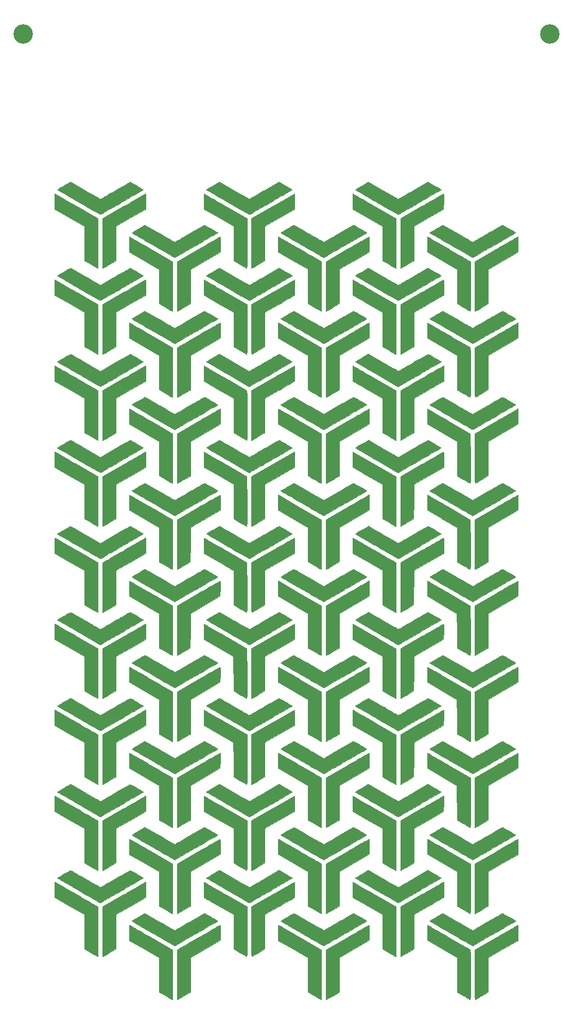
<source format=gbr>
%TF.GenerationSoftware,KiCad,Pcbnew,(5.1.6)-1*%
%TF.CreationDate,2020-10-10T00:17:57+01:00*%
%TF.ProjectId,Side 2,53696465-2032-42e6-9b69-6361645f7063,rev?*%
%TF.SameCoordinates,Original*%
%TF.FileFunction,Soldermask,Top*%
%TF.FilePolarity,Negative*%
%FSLAX46Y46*%
G04 Gerber Fmt 4.6, Leading zero omitted, Abs format (unit mm)*
G04 Created by KiCad (PCBNEW (5.1.6)-1) date 2020-10-10 00:17:57*
%MOMM*%
%LPD*%
G01*
G04 APERTURE LIST*
%ADD10C,0.010000*%
%ADD11C,3.200000*%
G04 APERTURE END LIST*
D10*
%TO.C,G\u002A\u002A\u002A*%
G36*
X-63847396Y-42671199D02*
G01*
X-63551729Y-42841839D01*
X-63265898Y-43006649D01*
X-62992072Y-43164387D01*
X-62732424Y-43313807D01*
X-62489124Y-43453666D01*
X-62264343Y-43582718D01*
X-62060252Y-43699720D01*
X-61879023Y-43803428D01*
X-61722827Y-43892597D01*
X-61593834Y-43965983D01*
X-61494215Y-44022342D01*
X-61426143Y-44060429D01*
X-61391787Y-44079000D01*
X-61388133Y-44080658D01*
X-61366083Y-44071314D01*
X-61309575Y-44041955D01*
X-61220771Y-43993804D01*
X-61101834Y-43928086D01*
X-60954925Y-43846023D01*
X-60782206Y-43748841D01*
X-60585840Y-43637764D01*
X-60367987Y-43514015D01*
X-60130810Y-43378818D01*
X-59876471Y-43233398D01*
X-59607132Y-43078978D01*
X-59324955Y-42916782D01*
X-59032101Y-42748035D01*
X-58914084Y-42679917D01*
X-56473326Y-41270471D01*
X-55384913Y-41899161D01*
X-55188858Y-42012614D01*
X-55004167Y-42119893D01*
X-54834027Y-42219120D01*
X-54681624Y-42308418D01*
X-54550147Y-42385907D01*
X-54442782Y-42449710D01*
X-54362717Y-42497949D01*
X-54313137Y-42528745D01*
X-54297177Y-42540134D01*
X-54315250Y-42551931D01*
X-54367868Y-42583576D01*
X-54452874Y-42633825D01*
X-54568111Y-42701433D01*
X-54711419Y-42785153D01*
X-54880640Y-42883742D01*
X-55073618Y-42995954D01*
X-55288194Y-43120544D01*
X-55522209Y-43256267D01*
X-55773506Y-43401878D01*
X-56039928Y-43556132D01*
X-56319315Y-43717784D01*
X-56609510Y-43885588D01*
X-56908355Y-44058300D01*
X-57213692Y-44234674D01*
X-57523363Y-44413466D01*
X-57835210Y-44593430D01*
X-58147075Y-44773321D01*
X-58456800Y-44951894D01*
X-58762227Y-45127905D01*
X-59061199Y-45300107D01*
X-59351556Y-45467257D01*
X-59631141Y-45628108D01*
X-59897796Y-45781416D01*
X-60149363Y-45925936D01*
X-60383684Y-46060423D01*
X-60598602Y-46183631D01*
X-60791957Y-46294315D01*
X-60961593Y-46391231D01*
X-61105350Y-46473133D01*
X-61221072Y-46538776D01*
X-61306600Y-46586916D01*
X-61359776Y-46616306D01*
X-61378383Y-46625727D01*
X-61398414Y-46615170D01*
X-61453305Y-46584445D01*
X-61541270Y-46534580D01*
X-61660524Y-46466599D01*
X-61809281Y-46381531D01*
X-61985754Y-46280402D01*
X-62188159Y-46164237D01*
X-62414710Y-46034065D01*
X-62663620Y-45890911D01*
X-62933104Y-45735802D01*
X-63221377Y-45569764D01*
X-63526652Y-45393825D01*
X-63847145Y-45209011D01*
X-64181068Y-45016348D01*
X-64526637Y-44816863D01*
X-64882065Y-44611582D01*
X-64907177Y-44597075D01*
X-65263321Y-44391279D01*
X-65609727Y-44191026D01*
X-65944608Y-43997352D01*
X-66266176Y-43811294D01*
X-66572646Y-43633888D01*
X-66862228Y-43466172D01*
X-67133137Y-43309182D01*
X-67383584Y-43163955D01*
X-67611783Y-43031528D01*
X-67815945Y-42912937D01*
X-67994284Y-42809220D01*
X-68145013Y-42721413D01*
X-68266344Y-42650554D01*
X-68356489Y-42597678D01*
X-68413662Y-42563823D01*
X-68436075Y-42550025D01*
X-68436287Y-42549846D01*
X-68422569Y-42535173D01*
X-68373426Y-42500782D01*
X-68290390Y-42447603D01*
X-68174994Y-42376564D01*
X-68028769Y-42288594D01*
X-67853249Y-42184622D01*
X-67649965Y-42065578D01*
X-67420449Y-41932389D01*
X-67364751Y-41900222D01*
X-66273365Y-41270447D01*
X-63847396Y-42671199D01*
G37*
X-63847396Y-42671199D02*
X-63551729Y-42841839D01*
X-63265898Y-43006649D01*
X-62992072Y-43164387D01*
X-62732424Y-43313807D01*
X-62489124Y-43453666D01*
X-62264343Y-43582718D01*
X-62060252Y-43699720D01*
X-61879023Y-43803428D01*
X-61722827Y-43892597D01*
X-61593834Y-43965983D01*
X-61494215Y-44022342D01*
X-61426143Y-44060429D01*
X-61391787Y-44079000D01*
X-61388133Y-44080658D01*
X-61366083Y-44071314D01*
X-61309575Y-44041955D01*
X-61220771Y-43993804D01*
X-61101834Y-43928086D01*
X-60954925Y-43846023D01*
X-60782206Y-43748841D01*
X-60585840Y-43637764D01*
X-60367987Y-43514015D01*
X-60130810Y-43378818D01*
X-59876471Y-43233398D01*
X-59607132Y-43078978D01*
X-59324955Y-42916782D01*
X-59032101Y-42748035D01*
X-58914084Y-42679917D01*
X-56473326Y-41270471D01*
X-55384913Y-41899161D01*
X-55188858Y-42012614D01*
X-55004167Y-42119893D01*
X-54834027Y-42219120D01*
X-54681624Y-42308418D01*
X-54550147Y-42385907D01*
X-54442782Y-42449710D01*
X-54362717Y-42497949D01*
X-54313137Y-42528745D01*
X-54297177Y-42540134D01*
X-54315250Y-42551931D01*
X-54367868Y-42583576D01*
X-54452874Y-42633825D01*
X-54568111Y-42701433D01*
X-54711419Y-42785153D01*
X-54880640Y-42883742D01*
X-55073618Y-42995954D01*
X-55288194Y-43120544D01*
X-55522209Y-43256267D01*
X-55773506Y-43401878D01*
X-56039928Y-43556132D01*
X-56319315Y-43717784D01*
X-56609510Y-43885588D01*
X-56908355Y-44058300D01*
X-57213692Y-44234674D01*
X-57523363Y-44413466D01*
X-57835210Y-44593430D01*
X-58147075Y-44773321D01*
X-58456800Y-44951894D01*
X-58762227Y-45127905D01*
X-59061199Y-45300107D01*
X-59351556Y-45467257D01*
X-59631141Y-45628108D01*
X-59897796Y-45781416D01*
X-60149363Y-45925936D01*
X-60383684Y-46060423D01*
X-60598602Y-46183631D01*
X-60791957Y-46294315D01*
X-60961593Y-46391231D01*
X-61105350Y-46473133D01*
X-61221072Y-46538776D01*
X-61306600Y-46586916D01*
X-61359776Y-46616306D01*
X-61378383Y-46625727D01*
X-61398414Y-46615170D01*
X-61453305Y-46584445D01*
X-61541270Y-46534580D01*
X-61660524Y-46466599D01*
X-61809281Y-46381531D01*
X-61985754Y-46280402D01*
X-62188159Y-46164237D01*
X-62414710Y-46034065D01*
X-62663620Y-45890911D01*
X-62933104Y-45735802D01*
X-63221377Y-45569764D01*
X-63526652Y-45393825D01*
X-63847145Y-45209011D01*
X-64181068Y-45016348D01*
X-64526637Y-44816863D01*
X-64882065Y-44611582D01*
X-64907177Y-44597075D01*
X-65263321Y-44391279D01*
X-65609727Y-44191026D01*
X-65944608Y-43997352D01*
X-66266176Y-43811294D01*
X-66572646Y-43633888D01*
X-66862228Y-43466172D01*
X-67133137Y-43309182D01*
X-67383584Y-43163955D01*
X-67611783Y-43031528D01*
X-67815945Y-42912937D01*
X-67994284Y-42809220D01*
X-68145013Y-42721413D01*
X-68266344Y-42650554D01*
X-68356489Y-42597678D01*
X-68413662Y-42563823D01*
X-68436075Y-42550025D01*
X-68436287Y-42549846D01*
X-68422569Y-42535173D01*
X-68373426Y-42500782D01*
X-68290390Y-42447603D01*
X-68174994Y-42376564D01*
X-68028769Y-42288594D01*
X-67853249Y-42184622D01*
X-67649965Y-42065578D01*
X-67420449Y-41932389D01*
X-67364751Y-41900222D01*
X-66273365Y-41270447D01*
X-63847396Y-42671199D01*
G36*
X-79878446Y-41900301D02*
G01*
X-79640499Y-42037898D01*
X-79437361Y-42156043D01*
X-79266937Y-42256022D01*
X-79127132Y-42339123D01*
X-79015851Y-42406632D01*
X-78930999Y-42459837D01*
X-78870479Y-42500024D01*
X-78832197Y-42528481D01*
X-78814057Y-42546494D01*
X-78813032Y-42554675D01*
X-78834051Y-42567870D01*
X-78889471Y-42600844D01*
X-78977127Y-42652349D01*
X-79094855Y-42721136D01*
X-79240488Y-42805956D01*
X-79411863Y-42905560D01*
X-79606814Y-43018698D01*
X-79823176Y-43144123D01*
X-80058785Y-43280586D01*
X-80311474Y-43426836D01*
X-80579080Y-43581626D01*
X-80859437Y-43743707D01*
X-81150380Y-43911829D01*
X-81449745Y-44084744D01*
X-81755366Y-44261203D01*
X-82065078Y-44439957D01*
X-82376716Y-44619756D01*
X-82688116Y-44799353D01*
X-82997112Y-44977498D01*
X-83301539Y-45152943D01*
X-83599233Y-45324438D01*
X-83888028Y-45490734D01*
X-84165759Y-45650583D01*
X-84430262Y-45802735D01*
X-84679371Y-45945942D01*
X-84910922Y-46078955D01*
X-85122749Y-46200525D01*
X-85312687Y-46309404D01*
X-85478572Y-46404341D01*
X-85618238Y-46484088D01*
X-85729521Y-46547397D01*
X-85810255Y-46593018D01*
X-85858275Y-46619703D01*
X-85871712Y-46626579D01*
X-85891386Y-46616117D01*
X-85945935Y-46585500D01*
X-86033582Y-46535749D01*
X-86152546Y-46467888D01*
X-86301049Y-46382938D01*
X-86477313Y-46281923D01*
X-86679557Y-46165864D01*
X-86906003Y-46035785D01*
X-87154872Y-45892707D01*
X-87424384Y-45737653D01*
X-87712762Y-45571645D01*
X-88018225Y-45395706D01*
X-88338994Y-45210859D01*
X-88673291Y-45018125D01*
X-89019336Y-44818528D01*
X-89375351Y-44613089D01*
X-89416588Y-44589287D01*
X-89773480Y-44383226D01*
X-90120458Y-44182769D01*
X-90455752Y-43988945D01*
X-90777592Y-43802782D01*
X-91084208Y-43625306D01*
X-91373829Y-43457546D01*
X-91644685Y-43300530D01*
X-91895006Y-43155285D01*
X-92123021Y-43022839D01*
X-92326961Y-42904220D01*
X-92505054Y-42800456D01*
X-92655531Y-42712574D01*
X-92776621Y-42641602D01*
X-92866554Y-42588569D01*
X-92923560Y-42554501D01*
X-92945869Y-42540427D01*
X-92946130Y-42540134D01*
X-92928441Y-42527631D01*
X-92877242Y-42495903D01*
X-92795717Y-42446829D01*
X-92687055Y-42382285D01*
X-92554442Y-42304152D01*
X-92401065Y-42214305D01*
X-92230111Y-42114624D01*
X-92044768Y-42006986D01*
X-91858421Y-41899161D01*
X-90770008Y-41270471D01*
X-88329251Y-42679917D01*
X-88032771Y-42850914D01*
X-87746108Y-43015840D01*
X-87471425Y-43173472D01*
X-87210883Y-43322585D01*
X-86966644Y-43461956D01*
X-86740872Y-43590360D01*
X-86535729Y-43706574D01*
X-86353378Y-43809374D01*
X-86195980Y-43897535D01*
X-86065698Y-43969834D01*
X-85964695Y-44025047D01*
X-85895133Y-44061950D01*
X-85859175Y-44079318D01*
X-85854707Y-44080529D01*
X-85832571Y-44069045D01*
X-85775962Y-44037609D01*
X-85687053Y-43987465D01*
X-85568015Y-43919858D01*
X-85421020Y-43836032D01*
X-85248240Y-43737232D01*
X-85051847Y-43624703D01*
X-84834012Y-43499691D01*
X-84596907Y-43363438D01*
X-84342704Y-43217191D01*
X-84073574Y-43062194D01*
X-83791690Y-42899691D01*
X-83499223Y-42730928D01*
X-83395500Y-42671039D01*
X-80970078Y-41270384D01*
X-79878446Y-41900301D01*
G37*
X-79878446Y-41900301D02*
X-79640499Y-42037898D01*
X-79437361Y-42156043D01*
X-79266937Y-42256022D01*
X-79127132Y-42339123D01*
X-79015851Y-42406632D01*
X-78930999Y-42459837D01*
X-78870479Y-42500024D01*
X-78832197Y-42528481D01*
X-78814057Y-42546494D01*
X-78813032Y-42554675D01*
X-78834051Y-42567870D01*
X-78889471Y-42600844D01*
X-78977127Y-42652349D01*
X-79094855Y-42721136D01*
X-79240488Y-42805956D01*
X-79411863Y-42905560D01*
X-79606814Y-43018698D01*
X-79823176Y-43144123D01*
X-80058785Y-43280586D01*
X-80311474Y-43426836D01*
X-80579080Y-43581626D01*
X-80859437Y-43743707D01*
X-81150380Y-43911829D01*
X-81449745Y-44084744D01*
X-81755366Y-44261203D01*
X-82065078Y-44439957D01*
X-82376716Y-44619756D01*
X-82688116Y-44799353D01*
X-82997112Y-44977498D01*
X-83301539Y-45152943D01*
X-83599233Y-45324438D01*
X-83888028Y-45490734D01*
X-84165759Y-45650583D01*
X-84430262Y-45802735D01*
X-84679371Y-45945942D01*
X-84910922Y-46078955D01*
X-85122749Y-46200525D01*
X-85312687Y-46309404D01*
X-85478572Y-46404341D01*
X-85618238Y-46484088D01*
X-85729521Y-46547397D01*
X-85810255Y-46593018D01*
X-85858275Y-46619703D01*
X-85871712Y-46626579D01*
X-85891386Y-46616117D01*
X-85945935Y-46585500D01*
X-86033582Y-46535749D01*
X-86152546Y-46467888D01*
X-86301049Y-46382938D01*
X-86477313Y-46281923D01*
X-86679557Y-46165864D01*
X-86906003Y-46035785D01*
X-87154872Y-45892707D01*
X-87424384Y-45737653D01*
X-87712762Y-45571645D01*
X-88018225Y-45395706D01*
X-88338994Y-45210859D01*
X-88673291Y-45018125D01*
X-89019336Y-44818528D01*
X-89375351Y-44613089D01*
X-89416588Y-44589287D01*
X-89773480Y-44383226D01*
X-90120458Y-44182769D01*
X-90455752Y-43988945D01*
X-90777592Y-43802782D01*
X-91084208Y-43625306D01*
X-91373829Y-43457546D01*
X-91644685Y-43300530D01*
X-91895006Y-43155285D01*
X-92123021Y-43022839D01*
X-92326961Y-42904220D01*
X-92505054Y-42800456D01*
X-92655531Y-42712574D01*
X-92776621Y-42641602D01*
X-92866554Y-42588569D01*
X-92923560Y-42554501D01*
X-92945869Y-42540427D01*
X-92946130Y-42540134D01*
X-92928441Y-42527631D01*
X-92877242Y-42495903D01*
X-92795717Y-42446829D01*
X-92687055Y-42382285D01*
X-92554442Y-42304152D01*
X-92401065Y-42214305D01*
X-92230111Y-42114624D01*
X-92044768Y-42006986D01*
X-91858421Y-41899161D01*
X-90770008Y-41270471D01*
X-88329251Y-42679917D01*
X-88032771Y-42850914D01*
X-87746108Y-43015840D01*
X-87471425Y-43173472D01*
X-87210883Y-43322585D01*
X-86966644Y-43461956D01*
X-86740872Y-43590360D01*
X-86535729Y-43706574D01*
X-86353378Y-43809374D01*
X-86195980Y-43897535D01*
X-86065698Y-43969834D01*
X-85964695Y-44025047D01*
X-85895133Y-44061950D01*
X-85859175Y-44079318D01*
X-85854707Y-44080529D01*
X-85832571Y-44069045D01*
X-85775962Y-44037609D01*
X-85687053Y-43987465D01*
X-85568015Y-43919858D01*
X-85421020Y-43836032D01*
X-85248240Y-43737232D01*
X-85051847Y-43624703D01*
X-84834012Y-43499691D01*
X-84596907Y-43363438D01*
X-84342704Y-43217191D01*
X-84073574Y-43062194D01*
X-83791690Y-42899691D01*
X-83499223Y-42730928D01*
X-83395500Y-42671039D01*
X-80970078Y-41270384D01*
X-79878446Y-41900301D01*
G36*
X-112824334Y-42678995D02*
G01*
X-112528120Y-42849921D01*
X-112241880Y-43014904D01*
X-111967766Y-43172714D01*
X-111707931Y-43322119D01*
X-111464527Y-43461888D01*
X-111239705Y-43590790D01*
X-111035619Y-43707593D01*
X-110854420Y-43811066D01*
X-110698260Y-43899978D01*
X-110569293Y-43973098D01*
X-110469669Y-44029194D01*
X-110401542Y-44067034D01*
X-110367063Y-44085389D01*
X-110363198Y-44087000D01*
X-110342469Y-44076598D01*
X-110287265Y-44046217D01*
X-110199744Y-43997093D01*
X-110082064Y-43930461D01*
X-109936385Y-43847557D01*
X-109764864Y-43749618D01*
X-109569659Y-43637880D01*
X-109352929Y-43513577D01*
X-109116833Y-43377947D01*
X-108863529Y-43232226D01*
X-108595175Y-43077648D01*
X-108313929Y-42915451D01*
X-108021950Y-42746869D01*
X-107917424Y-42686472D01*
X-107622119Y-42515921D01*
X-107336733Y-42351322D01*
X-107063430Y-42193911D01*
X-106804373Y-42044927D01*
X-106561724Y-41905604D01*
X-106337646Y-41777179D01*
X-106134303Y-41660889D01*
X-105953857Y-41557971D01*
X-105798472Y-41469660D01*
X-105670310Y-41397194D01*
X-105571535Y-41341808D01*
X-105504310Y-41304740D01*
X-105470797Y-41287226D01*
X-105467437Y-41285944D01*
X-105443241Y-41296161D01*
X-105387110Y-41325317D01*
X-105302911Y-41371169D01*
X-105194514Y-41431477D01*
X-105065786Y-41503997D01*
X-104920595Y-41586487D01*
X-104762810Y-41676706D01*
X-104596299Y-41772411D01*
X-104424930Y-41871360D01*
X-104252571Y-41971311D01*
X-104083092Y-42070021D01*
X-103920360Y-42165250D01*
X-103768242Y-42254754D01*
X-103630609Y-42336292D01*
X-103511327Y-42407621D01*
X-103414266Y-42466500D01*
X-103343292Y-42510685D01*
X-103302276Y-42537936D01*
X-103293545Y-42545972D01*
X-103313399Y-42558259D01*
X-103367707Y-42590385D01*
X-103454309Y-42641101D01*
X-103571043Y-42709160D01*
X-103715748Y-42793314D01*
X-103886261Y-42892316D01*
X-104080422Y-43004918D01*
X-104296069Y-43129872D01*
X-104531040Y-43265930D01*
X-104783175Y-43411846D01*
X-105050311Y-43566370D01*
X-105330287Y-43728256D01*
X-105620941Y-43896256D01*
X-105920113Y-44069122D01*
X-106225641Y-44245606D01*
X-106535362Y-44424461D01*
X-106847116Y-44604439D01*
X-107158741Y-44784292D01*
X-107468076Y-44962773D01*
X-107772959Y-45138634D01*
X-108071229Y-45310627D01*
X-108360724Y-45477505D01*
X-108639283Y-45638019D01*
X-108904744Y-45790923D01*
X-109154945Y-45934969D01*
X-109387726Y-46068908D01*
X-109600925Y-46191493D01*
X-109792379Y-46301477D01*
X-109959929Y-46397612D01*
X-110101412Y-46478649D01*
X-110214666Y-46543342D01*
X-110297531Y-46590443D01*
X-110347845Y-46618704D01*
X-110363500Y-46627000D01*
X-110383005Y-46616583D01*
X-110437388Y-46586015D01*
X-110524870Y-46536318D01*
X-110643671Y-46468514D01*
X-110792012Y-46383627D01*
X-110968115Y-46282679D01*
X-111170198Y-46166693D01*
X-111396484Y-46036691D01*
X-111645193Y-45893697D01*
X-111914546Y-45738732D01*
X-112202763Y-45572819D01*
X-112508065Y-45396982D01*
X-112828673Y-45212242D01*
X-113162807Y-45019623D01*
X-113508688Y-44820147D01*
X-113864537Y-44614836D01*
X-113901979Y-44593229D01*
X-114258823Y-44387262D01*
X-114605876Y-44186886D01*
X-114941357Y-43993131D01*
X-115263487Y-43807026D01*
X-115570485Y-43629604D01*
X-115860571Y-43461893D01*
X-116131966Y-43304924D01*
X-116382889Y-43159728D01*
X-116611561Y-43027335D01*
X-116816200Y-42908775D01*
X-116995028Y-42805078D01*
X-117146264Y-42717275D01*
X-117268128Y-42646396D01*
X-117358840Y-42593471D01*
X-117416620Y-42559532D01*
X-117439687Y-42545607D01*
X-117440018Y-42545354D01*
X-117425329Y-42532145D01*
X-117377596Y-42500277D01*
X-117300572Y-42452021D01*
X-117198010Y-42389647D01*
X-117073663Y-42315428D01*
X-116931283Y-42231634D01*
X-116774624Y-42140537D01*
X-116699717Y-42097333D01*
X-116519969Y-41993925D01*
X-116337353Y-41888872D01*
X-116158392Y-41785925D01*
X-115989608Y-41688836D01*
X-115837524Y-41601358D01*
X-115708662Y-41527243D01*
X-115609546Y-41470242D01*
X-115604263Y-41467204D01*
X-115263043Y-41270991D01*
X-112824334Y-42678995D01*
G37*
X-112824334Y-42678995D02*
X-112528120Y-42849921D01*
X-112241880Y-43014904D01*
X-111967766Y-43172714D01*
X-111707931Y-43322119D01*
X-111464527Y-43461888D01*
X-111239705Y-43590790D01*
X-111035619Y-43707593D01*
X-110854420Y-43811066D01*
X-110698260Y-43899978D01*
X-110569293Y-43973098D01*
X-110469669Y-44029194D01*
X-110401542Y-44067034D01*
X-110367063Y-44085389D01*
X-110363198Y-44087000D01*
X-110342469Y-44076598D01*
X-110287265Y-44046217D01*
X-110199744Y-43997093D01*
X-110082064Y-43930461D01*
X-109936385Y-43847557D01*
X-109764864Y-43749618D01*
X-109569659Y-43637880D01*
X-109352929Y-43513577D01*
X-109116833Y-43377947D01*
X-108863529Y-43232226D01*
X-108595175Y-43077648D01*
X-108313929Y-42915451D01*
X-108021950Y-42746869D01*
X-107917424Y-42686472D01*
X-107622119Y-42515921D01*
X-107336733Y-42351322D01*
X-107063430Y-42193911D01*
X-106804373Y-42044927D01*
X-106561724Y-41905604D01*
X-106337646Y-41777179D01*
X-106134303Y-41660889D01*
X-105953857Y-41557971D01*
X-105798472Y-41469660D01*
X-105670310Y-41397194D01*
X-105571535Y-41341808D01*
X-105504310Y-41304740D01*
X-105470797Y-41287226D01*
X-105467437Y-41285944D01*
X-105443241Y-41296161D01*
X-105387110Y-41325317D01*
X-105302911Y-41371169D01*
X-105194514Y-41431477D01*
X-105065786Y-41503997D01*
X-104920595Y-41586487D01*
X-104762810Y-41676706D01*
X-104596299Y-41772411D01*
X-104424930Y-41871360D01*
X-104252571Y-41971311D01*
X-104083092Y-42070021D01*
X-103920360Y-42165250D01*
X-103768242Y-42254754D01*
X-103630609Y-42336292D01*
X-103511327Y-42407621D01*
X-103414266Y-42466500D01*
X-103343292Y-42510685D01*
X-103302276Y-42537936D01*
X-103293545Y-42545972D01*
X-103313399Y-42558259D01*
X-103367707Y-42590385D01*
X-103454309Y-42641101D01*
X-103571043Y-42709160D01*
X-103715748Y-42793314D01*
X-103886261Y-42892316D01*
X-104080422Y-43004918D01*
X-104296069Y-43129872D01*
X-104531040Y-43265930D01*
X-104783175Y-43411846D01*
X-105050311Y-43566370D01*
X-105330287Y-43728256D01*
X-105620941Y-43896256D01*
X-105920113Y-44069122D01*
X-106225641Y-44245606D01*
X-106535362Y-44424461D01*
X-106847116Y-44604439D01*
X-107158741Y-44784292D01*
X-107468076Y-44962773D01*
X-107772959Y-45138634D01*
X-108071229Y-45310627D01*
X-108360724Y-45477505D01*
X-108639283Y-45638019D01*
X-108904744Y-45790923D01*
X-109154945Y-45934969D01*
X-109387726Y-46068908D01*
X-109600925Y-46191493D01*
X-109792379Y-46301477D01*
X-109959929Y-46397612D01*
X-110101412Y-46478649D01*
X-110214666Y-46543342D01*
X-110297531Y-46590443D01*
X-110347845Y-46618704D01*
X-110363500Y-46627000D01*
X-110383005Y-46616583D01*
X-110437388Y-46586015D01*
X-110524870Y-46536318D01*
X-110643671Y-46468514D01*
X-110792012Y-46383627D01*
X-110968115Y-46282679D01*
X-111170198Y-46166693D01*
X-111396484Y-46036691D01*
X-111645193Y-45893697D01*
X-111914546Y-45738732D01*
X-112202763Y-45572819D01*
X-112508065Y-45396982D01*
X-112828673Y-45212242D01*
X-113162807Y-45019623D01*
X-113508688Y-44820147D01*
X-113864537Y-44614836D01*
X-113901979Y-44593229D01*
X-114258823Y-44387262D01*
X-114605876Y-44186886D01*
X-114941357Y-43993131D01*
X-115263487Y-43807026D01*
X-115570485Y-43629604D01*
X-115860571Y-43461893D01*
X-116131966Y-43304924D01*
X-116382889Y-43159728D01*
X-116611561Y-43027335D01*
X-116816200Y-42908775D01*
X-116995028Y-42805078D01*
X-117146264Y-42717275D01*
X-117268128Y-42646396D01*
X-117358840Y-42593471D01*
X-117416620Y-42559532D01*
X-117439687Y-42545607D01*
X-117440018Y-42545354D01*
X-117425329Y-42532145D01*
X-117377596Y-42500277D01*
X-117300572Y-42452021D01*
X-117198010Y-42389647D01*
X-117073663Y-42315428D01*
X-116931283Y-42231634D01*
X-116774624Y-42140537D01*
X-116699717Y-42097333D01*
X-116519969Y-41993925D01*
X-116337353Y-41888872D01*
X-116158392Y-41785925D01*
X-115989608Y-41688836D01*
X-115837524Y-41601358D01*
X-115708662Y-41527243D01*
X-115609546Y-41470242D01*
X-115604263Y-41467204D01*
X-115263043Y-41270991D01*
X-112824334Y-42678995D01*
G36*
X-51587769Y-49748460D02*
G01*
X-51291679Y-49919447D01*
X-51005561Y-50084489D01*
X-50731568Y-50242352D01*
X-50471851Y-50391805D01*
X-50228563Y-50531615D01*
X-50003856Y-50660550D01*
X-49799883Y-50777377D01*
X-49618796Y-50880865D01*
X-49462748Y-50969781D01*
X-49333890Y-51042892D01*
X-49234374Y-51098967D01*
X-49166354Y-51136774D01*
X-49131982Y-51155079D01*
X-49128166Y-51156667D01*
X-49107431Y-51146271D01*
X-49052214Y-51115907D01*
X-48964673Y-51066811D01*
X-48846968Y-51000217D01*
X-48701258Y-50917361D01*
X-48529700Y-50819478D01*
X-48334454Y-50707802D01*
X-48117678Y-50583570D01*
X-47881531Y-50448017D01*
X-47628172Y-50302377D01*
X-47359760Y-50147886D01*
X-47078453Y-49985778D01*
X-46786410Y-49817290D01*
X-46681690Y-49756828D01*
X-46386355Y-49586360D01*
X-46100985Y-49421804D01*
X-45827738Y-49264399D01*
X-45568777Y-49115383D01*
X-45326260Y-48975993D01*
X-45102349Y-48847466D01*
X-44899203Y-48731041D01*
X-44718982Y-48627956D01*
X-44563848Y-48539447D01*
X-44435959Y-48466752D01*
X-44337477Y-48411110D01*
X-44270562Y-48373758D01*
X-44237373Y-48355933D01*
X-44234125Y-48354537D01*
X-44212001Y-48364387D01*
X-44156528Y-48393619D01*
X-44070987Y-48440389D01*
X-43958658Y-48502855D01*
X-43822821Y-48579176D01*
X-43666757Y-48667507D01*
X-43493745Y-48766008D01*
X-43307066Y-48872836D01*
X-43126744Y-48976500D01*
X-42886322Y-49115344D01*
X-42680975Y-49234693D01*
X-42508821Y-49335699D01*
X-42367979Y-49419513D01*
X-42256566Y-49487288D01*
X-42172702Y-49540174D01*
X-42114503Y-49579324D01*
X-42080089Y-49605889D01*
X-42067577Y-49621021D01*
X-42068410Y-49624253D01*
X-42089238Y-49637219D01*
X-42144473Y-49669976D01*
X-42231954Y-49721276D01*
X-42349514Y-49789869D01*
X-42494990Y-49874507D01*
X-42666217Y-49973942D01*
X-42861030Y-50086925D01*
X-43077265Y-50212208D01*
X-43312759Y-50348541D01*
X-43565345Y-50494677D01*
X-43832860Y-50649366D01*
X-44113140Y-50811361D01*
X-44404019Y-50979412D01*
X-44703334Y-51152272D01*
X-45008919Y-51328690D01*
X-45318612Y-51507420D01*
X-45630246Y-51687212D01*
X-45941658Y-51866818D01*
X-46250683Y-52044988D01*
X-46555157Y-52220476D01*
X-46852914Y-52392031D01*
X-47141792Y-52558406D01*
X-47419625Y-52718352D01*
X-47684249Y-52870619D01*
X-47933500Y-53013961D01*
X-48165212Y-53147128D01*
X-48377222Y-53268871D01*
X-48567365Y-53377942D01*
X-48733477Y-53473092D01*
X-48873392Y-53553074D01*
X-48984948Y-53616637D01*
X-49065978Y-53662534D01*
X-49114320Y-53689517D01*
X-49128063Y-53696653D01*
X-49147564Y-53686232D01*
X-49201941Y-53655656D01*
X-49289419Y-53605945D01*
X-49408218Y-53538122D01*
X-49556560Y-53453208D01*
X-49732668Y-53352227D01*
X-49934765Y-53236200D01*
X-50161072Y-53106150D01*
X-50409811Y-52963098D01*
X-50679205Y-52808066D01*
X-50967476Y-52642076D01*
X-51272846Y-52466152D01*
X-51593537Y-52281314D01*
X-51927772Y-52088585D01*
X-52273772Y-51888987D01*
X-52629761Y-51683542D01*
X-52671651Y-51659361D01*
X-53028558Y-51453268D01*
X-53375547Y-51252772D01*
X-53710850Y-51058901D01*
X-54032695Y-50872683D01*
X-54339313Y-50695147D01*
X-54628935Y-50527321D01*
X-54899790Y-50370233D01*
X-55150107Y-50224911D01*
X-55378118Y-50092384D01*
X-55582053Y-49973678D01*
X-55760141Y-49869824D01*
X-55910612Y-49781849D01*
X-56031696Y-49710780D01*
X-56121625Y-49657647D01*
X-56178626Y-49623477D01*
X-56200932Y-49609299D01*
X-56201193Y-49608992D01*
X-56183425Y-49596352D01*
X-56132136Y-49564511D01*
X-56050516Y-49515350D01*
X-55941755Y-49450748D01*
X-55809044Y-49372584D01*
X-55655573Y-49282738D01*
X-55484532Y-49183089D01*
X-55299113Y-49075518D01*
X-55113211Y-48968077D01*
X-54024921Y-48340253D01*
X-51587769Y-49748460D01*
G37*
X-51587769Y-49748460D02*
X-51291679Y-49919447D01*
X-51005561Y-50084489D01*
X-50731568Y-50242352D01*
X-50471851Y-50391805D01*
X-50228563Y-50531615D01*
X-50003856Y-50660550D01*
X-49799883Y-50777377D01*
X-49618796Y-50880865D01*
X-49462748Y-50969781D01*
X-49333890Y-51042892D01*
X-49234374Y-51098967D01*
X-49166354Y-51136774D01*
X-49131982Y-51155079D01*
X-49128166Y-51156667D01*
X-49107431Y-51146271D01*
X-49052214Y-51115907D01*
X-48964673Y-51066811D01*
X-48846968Y-51000217D01*
X-48701258Y-50917361D01*
X-48529700Y-50819478D01*
X-48334454Y-50707802D01*
X-48117678Y-50583570D01*
X-47881531Y-50448017D01*
X-47628172Y-50302377D01*
X-47359760Y-50147886D01*
X-47078453Y-49985778D01*
X-46786410Y-49817290D01*
X-46681690Y-49756828D01*
X-46386355Y-49586360D01*
X-46100985Y-49421804D01*
X-45827738Y-49264399D01*
X-45568777Y-49115383D01*
X-45326260Y-48975993D01*
X-45102349Y-48847466D01*
X-44899203Y-48731041D01*
X-44718982Y-48627956D01*
X-44563848Y-48539447D01*
X-44435959Y-48466752D01*
X-44337477Y-48411110D01*
X-44270562Y-48373758D01*
X-44237373Y-48355933D01*
X-44234125Y-48354537D01*
X-44212001Y-48364387D01*
X-44156528Y-48393619D01*
X-44070987Y-48440389D01*
X-43958658Y-48502855D01*
X-43822821Y-48579176D01*
X-43666757Y-48667507D01*
X-43493745Y-48766008D01*
X-43307066Y-48872836D01*
X-43126744Y-48976500D01*
X-42886322Y-49115344D01*
X-42680975Y-49234693D01*
X-42508821Y-49335699D01*
X-42367979Y-49419513D01*
X-42256566Y-49487288D01*
X-42172702Y-49540174D01*
X-42114503Y-49579324D01*
X-42080089Y-49605889D01*
X-42067577Y-49621021D01*
X-42068410Y-49624253D01*
X-42089238Y-49637219D01*
X-42144473Y-49669976D01*
X-42231954Y-49721276D01*
X-42349514Y-49789869D01*
X-42494990Y-49874507D01*
X-42666217Y-49973942D01*
X-42861030Y-50086925D01*
X-43077265Y-50212208D01*
X-43312759Y-50348541D01*
X-43565345Y-50494677D01*
X-43832860Y-50649366D01*
X-44113140Y-50811361D01*
X-44404019Y-50979412D01*
X-44703334Y-51152272D01*
X-45008919Y-51328690D01*
X-45318612Y-51507420D01*
X-45630246Y-51687212D01*
X-45941658Y-51866818D01*
X-46250683Y-52044988D01*
X-46555157Y-52220476D01*
X-46852914Y-52392031D01*
X-47141792Y-52558406D01*
X-47419625Y-52718352D01*
X-47684249Y-52870619D01*
X-47933500Y-53013961D01*
X-48165212Y-53147128D01*
X-48377222Y-53268871D01*
X-48567365Y-53377942D01*
X-48733477Y-53473092D01*
X-48873392Y-53553074D01*
X-48984948Y-53616637D01*
X-49065978Y-53662534D01*
X-49114320Y-53689517D01*
X-49128063Y-53696653D01*
X-49147564Y-53686232D01*
X-49201941Y-53655656D01*
X-49289419Y-53605945D01*
X-49408218Y-53538122D01*
X-49556560Y-53453208D01*
X-49732668Y-53352227D01*
X-49934765Y-53236200D01*
X-50161072Y-53106150D01*
X-50409811Y-52963098D01*
X-50679205Y-52808066D01*
X-50967476Y-52642076D01*
X-51272846Y-52466152D01*
X-51593537Y-52281314D01*
X-51927772Y-52088585D01*
X-52273772Y-51888987D01*
X-52629761Y-51683542D01*
X-52671651Y-51659361D01*
X-53028558Y-51453268D01*
X-53375547Y-51252772D01*
X-53710850Y-51058901D01*
X-54032695Y-50872683D01*
X-54339313Y-50695147D01*
X-54628935Y-50527321D01*
X-54899790Y-50370233D01*
X-55150107Y-50224911D01*
X-55378118Y-50092384D01*
X-55582053Y-49973678D01*
X-55760141Y-49869824D01*
X-55910612Y-49781849D01*
X-56031696Y-49710780D01*
X-56121625Y-49657647D01*
X-56178626Y-49623477D01*
X-56200932Y-49609299D01*
X-56201193Y-49608992D01*
X-56183425Y-49596352D01*
X-56132136Y-49564511D01*
X-56050516Y-49515350D01*
X-55941755Y-49450748D01*
X-55809044Y-49372584D01*
X-55655573Y-49282738D01*
X-55484532Y-49183089D01*
X-55299113Y-49075518D01*
X-55113211Y-48968077D01*
X-54024921Y-48340253D01*
X-51587769Y-49748460D01*
G36*
X-68596090Y-48414120D02*
G01*
X-68467599Y-48486607D01*
X-68321810Y-48569655D01*
X-68162451Y-48661076D01*
X-67993250Y-48758683D01*
X-67817933Y-48860286D01*
X-67640228Y-48963698D01*
X-67463862Y-49066730D01*
X-67292562Y-49167195D01*
X-67130056Y-49262904D01*
X-66980070Y-49351670D01*
X-66846333Y-49431304D01*
X-66732570Y-49499618D01*
X-66642510Y-49554424D01*
X-66579879Y-49593533D01*
X-66548406Y-49614759D01*
X-66545467Y-49617957D01*
X-66588229Y-49643489D01*
X-66664052Y-49687987D01*
X-66770775Y-49750208D01*
X-66906241Y-49828908D01*
X-67068287Y-49922846D01*
X-67254755Y-50030778D01*
X-67463485Y-50151462D01*
X-67692316Y-50283654D01*
X-67939089Y-50426113D01*
X-68201644Y-50577595D01*
X-68477821Y-50736857D01*
X-68765461Y-50902658D01*
X-69062402Y-51073753D01*
X-69366485Y-51248900D01*
X-69675552Y-51426857D01*
X-69987440Y-51606380D01*
X-70299991Y-51786227D01*
X-70611045Y-51965155D01*
X-70918442Y-52141921D01*
X-71220022Y-52315283D01*
X-71513624Y-52483997D01*
X-71797090Y-52646821D01*
X-72068259Y-52802512D01*
X-72324972Y-52949828D01*
X-72565068Y-53087525D01*
X-72786387Y-53214361D01*
X-72986770Y-53329093D01*
X-73164057Y-53430478D01*
X-73316088Y-53517274D01*
X-73440702Y-53588237D01*
X-73535741Y-53642125D01*
X-73599044Y-53677695D01*
X-73628451Y-53693704D01*
X-73630323Y-53694512D01*
X-73650723Y-53683858D01*
X-73705966Y-53653028D01*
X-73794260Y-53603054D01*
X-73913808Y-53534966D01*
X-74062818Y-53449798D01*
X-74239494Y-53348579D01*
X-74442043Y-53232343D01*
X-74668670Y-53102120D01*
X-74917581Y-52958942D01*
X-75186981Y-52803840D01*
X-75475077Y-52637847D01*
X-75780074Y-52461994D01*
X-76100178Y-52277312D01*
X-76433594Y-52084833D01*
X-76778529Y-51885588D01*
X-77133188Y-51680610D01*
X-77137033Y-51678387D01*
X-77492236Y-51473007D01*
X-77837940Y-51273064D01*
X-78172335Y-51079609D01*
X-78493608Y-50893691D01*
X-78799950Y-50716359D01*
X-79089550Y-50548664D01*
X-79360595Y-50391655D01*
X-79611277Y-50246382D01*
X-79839783Y-50113894D01*
X-80044302Y-49995242D01*
X-80223025Y-49891474D01*
X-80374139Y-49803642D01*
X-80495834Y-49732793D01*
X-80586298Y-49679979D01*
X-80643722Y-49646249D01*
X-80666272Y-49632667D01*
X-80674412Y-49625217D01*
X-80676484Y-49616094D01*
X-80669861Y-49603638D01*
X-80651915Y-49586190D01*
X-80620017Y-49562091D01*
X-80571541Y-49529680D01*
X-80503857Y-49487299D01*
X-80414338Y-49433288D01*
X-80300356Y-49365988D01*
X-80159282Y-49283739D01*
X-79988489Y-49184882D01*
X-79785349Y-49067758D01*
X-79629884Y-48978264D01*
X-79433589Y-48865556D01*
X-79247880Y-48759411D01*
X-79076052Y-48661680D01*
X-78921402Y-48574217D01*
X-78787225Y-48498871D01*
X-78676819Y-48437496D01*
X-78593479Y-48391942D01*
X-78540502Y-48364062D01*
X-78521483Y-48355611D01*
X-78500265Y-48366009D01*
X-78444570Y-48396380D01*
X-78356559Y-48445489D01*
X-78238393Y-48512102D01*
X-78092233Y-48594985D01*
X-77920240Y-48692902D01*
X-77724575Y-48804621D01*
X-77507399Y-48928905D01*
X-77270874Y-49064521D01*
X-77017160Y-49210235D01*
X-76748418Y-49364811D01*
X-76466809Y-49527015D01*
X-76174495Y-49695614D01*
X-76066494Y-49757962D01*
X-75746546Y-49942489D01*
X-75441736Y-50117846D01*
X-75153867Y-50283015D01*
X-74884738Y-50436977D01*
X-74636151Y-50578715D01*
X-74409906Y-50707211D01*
X-74207805Y-50821445D01*
X-74031648Y-50920401D01*
X-73883236Y-51003059D01*
X-73764369Y-51068402D01*
X-73676849Y-51115413D01*
X-73622477Y-51143071D01*
X-73603323Y-51150565D01*
X-73581088Y-51138965D01*
X-73524387Y-51107409D01*
X-73435394Y-51057143D01*
X-73316282Y-50989414D01*
X-73169225Y-50905469D01*
X-72996397Y-50806555D01*
X-72799973Y-50693920D01*
X-72582125Y-50568809D01*
X-72345029Y-50432470D01*
X-72090858Y-50286151D01*
X-71821785Y-50131097D01*
X-71539985Y-49968556D01*
X-71247632Y-49799774D01*
X-71146674Y-49741454D01*
X-68724597Y-48342090D01*
X-68596090Y-48414120D01*
G37*
X-68596090Y-48414120D02*
X-68467599Y-48486607D01*
X-68321810Y-48569655D01*
X-68162451Y-48661076D01*
X-67993250Y-48758683D01*
X-67817933Y-48860286D01*
X-67640228Y-48963698D01*
X-67463862Y-49066730D01*
X-67292562Y-49167195D01*
X-67130056Y-49262904D01*
X-66980070Y-49351670D01*
X-66846333Y-49431304D01*
X-66732570Y-49499618D01*
X-66642510Y-49554424D01*
X-66579879Y-49593533D01*
X-66548406Y-49614759D01*
X-66545467Y-49617957D01*
X-66588229Y-49643489D01*
X-66664052Y-49687987D01*
X-66770775Y-49750208D01*
X-66906241Y-49828908D01*
X-67068287Y-49922846D01*
X-67254755Y-50030778D01*
X-67463485Y-50151462D01*
X-67692316Y-50283654D01*
X-67939089Y-50426113D01*
X-68201644Y-50577595D01*
X-68477821Y-50736857D01*
X-68765461Y-50902658D01*
X-69062402Y-51073753D01*
X-69366485Y-51248900D01*
X-69675552Y-51426857D01*
X-69987440Y-51606380D01*
X-70299991Y-51786227D01*
X-70611045Y-51965155D01*
X-70918442Y-52141921D01*
X-71220022Y-52315283D01*
X-71513624Y-52483997D01*
X-71797090Y-52646821D01*
X-72068259Y-52802512D01*
X-72324972Y-52949828D01*
X-72565068Y-53087525D01*
X-72786387Y-53214361D01*
X-72986770Y-53329093D01*
X-73164057Y-53430478D01*
X-73316088Y-53517274D01*
X-73440702Y-53588237D01*
X-73535741Y-53642125D01*
X-73599044Y-53677695D01*
X-73628451Y-53693704D01*
X-73630323Y-53694512D01*
X-73650723Y-53683858D01*
X-73705966Y-53653028D01*
X-73794260Y-53603054D01*
X-73913808Y-53534966D01*
X-74062818Y-53449798D01*
X-74239494Y-53348579D01*
X-74442043Y-53232343D01*
X-74668670Y-53102120D01*
X-74917581Y-52958942D01*
X-75186981Y-52803840D01*
X-75475077Y-52637847D01*
X-75780074Y-52461994D01*
X-76100178Y-52277312D01*
X-76433594Y-52084833D01*
X-76778529Y-51885588D01*
X-77133188Y-51680610D01*
X-77137033Y-51678387D01*
X-77492236Y-51473007D01*
X-77837940Y-51273064D01*
X-78172335Y-51079609D01*
X-78493608Y-50893691D01*
X-78799950Y-50716359D01*
X-79089550Y-50548664D01*
X-79360595Y-50391655D01*
X-79611277Y-50246382D01*
X-79839783Y-50113894D01*
X-80044302Y-49995242D01*
X-80223025Y-49891474D01*
X-80374139Y-49803642D01*
X-80495834Y-49732793D01*
X-80586298Y-49679979D01*
X-80643722Y-49646249D01*
X-80666272Y-49632667D01*
X-80674412Y-49625217D01*
X-80676484Y-49616094D01*
X-80669861Y-49603638D01*
X-80651915Y-49586190D01*
X-80620017Y-49562091D01*
X-80571541Y-49529680D01*
X-80503857Y-49487299D01*
X-80414338Y-49433288D01*
X-80300356Y-49365988D01*
X-80159282Y-49283739D01*
X-79988489Y-49184882D01*
X-79785349Y-49067758D01*
X-79629884Y-48978264D01*
X-79433589Y-48865556D01*
X-79247880Y-48759411D01*
X-79076052Y-48661680D01*
X-78921402Y-48574217D01*
X-78787225Y-48498871D01*
X-78676819Y-48437496D01*
X-78593479Y-48391942D01*
X-78540502Y-48364062D01*
X-78521483Y-48355611D01*
X-78500265Y-48366009D01*
X-78444570Y-48396380D01*
X-78356559Y-48445489D01*
X-78238393Y-48512102D01*
X-78092233Y-48594985D01*
X-77920240Y-48692902D01*
X-77724575Y-48804621D01*
X-77507399Y-48928905D01*
X-77270874Y-49064521D01*
X-77017160Y-49210235D01*
X-76748418Y-49364811D01*
X-76466809Y-49527015D01*
X-76174495Y-49695614D01*
X-76066494Y-49757962D01*
X-75746546Y-49942489D01*
X-75441736Y-50117846D01*
X-75153867Y-50283015D01*
X-74884738Y-50436977D01*
X-74636151Y-50578715D01*
X-74409906Y-50707211D01*
X-74207805Y-50821445D01*
X-74031648Y-50920401D01*
X-73883236Y-51003059D01*
X-73764369Y-51068402D01*
X-73676849Y-51115413D01*
X-73622477Y-51143071D01*
X-73603323Y-51150565D01*
X-73581088Y-51138965D01*
X-73524387Y-51107409D01*
X-73435394Y-51057143D01*
X-73316282Y-50989414D01*
X-73169225Y-50905469D01*
X-72996397Y-50806555D01*
X-72799973Y-50693920D01*
X-72582125Y-50568809D01*
X-72345029Y-50432470D01*
X-72090858Y-50286151D01*
X-71821785Y-50131097D01*
X-71539985Y-49968556D01*
X-71247632Y-49799774D01*
X-71146674Y-49741454D01*
X-68724597Y-48342090D01*
X-68596090Y-48414120D01*
G36*
X-100593134Y-49740725D02*
G01*
X-100297499Y-49911371D01*
X-100011690Y-50076191D01*
X-99737881Y-50233937D01*
X-99478242Y-50383367D01*
X-99234946Y-50523234D01*
X-99010165Y-50652294D01*
X-98806070Y-50769303D01*
X-98624834Y-50873015D01*
X-98468628Y-50962186D01*
X-98339623Y-51035571D01*
X-98239993Y-51091925D01*
X-98171908Y-51130004D01*
X-98137541Y-51148563D01*
X-98133891Y-51150214D01*
X-98111771Y-51140888D01*
X-98055196Y-51111544D01*
X-97966327Y-51063408D01*
X-97847327Y-50997702D01*
X-97700358Y-50915651D01*
X-97527584Y-50818478D01*
X-97331166Y-50707408D01*
X-97113267Y-50583665D01*
X-96876049Y-50448472D01*
X-96621676Y-50303054D01*
X-96352309Y-50148634D01*
X-96070112Y-49986437D01*
X-95777246Y-49817686D01*
X-95659307Y-49749612D01*
X-93218579Y-48340158D01*
X-92130207Y-48968030D01*
X-91934108Y-49081375D01*
X-91749368Y-49188576D01*
X-91579178Y-49287754D01*
X-91426728Y-49377030D01*
X-91295207Y-49454523D01*
X-91187807Y-49518355D01*
X-91107717Y-49566647D01*
X-91058127Y-49597518D01*
X-91042174Y-49608992D01*
X-91060205Y-49620820D01*
X-91112782Y-49652496D01*
X-91197747Y-49702776D01*
X-91312943Y-49770414D01*
X-91456212Y-49854166D01*
X-91625396Y-49952785D01*
X-91818338Y-50065027D01*
X-92032880Y-50189647D01*
X-92266863Y-50325400D01*
X-92518131Y-50471041D01*
X-92784526Y-50625324D01*
X-93063890Y-50787004D01*
X-93354065Y-50954836D01*
X-93652893Y-51127576D01*
X-93958217Y-51303978D01*
X-94267879Y-51482797D01*
X-94579722Y-51662788D01*
X-94891587Y-51842705D01*
X-95201317Y-52021304D01*
X-95506755Y-52197339D01*
X-95805741Y-52369566D01*
X-96096120Y-52536739D01*
X-96375733Y-52697613D01*
X-96642422Y-52850944D01*
X-96894029Y-52995485D01*
X-97128398Y-53129992D01*
X-97343370Y-53253219D01*
X-97536787Y-53363923D01*
X-97706492Y-53460856D01*
X-97850327Y-53542775D01*
X-97966135Y-53608435D01*
X-98051757Y-53656589D01*
X-98105036Y-53685994D01*
X-98123751Y-53695426D01*
X-98143776Y-53684869D01*
X-98198656Y-53654135D01*
X-98286608Y-53604252D01*
X-98405847Y-53536246D01*
X-98554587Y-53451143D01*
X-98731045Y-53349970D01*
X-98933436Y-53233754D01*
X-99159974Y-53103522D01*
X-99408875Y-52960298D01*
X-99678355Y-52805112D01*
X-99966628Y-52638988D01*
X-100271910Y-52462953D01*
X-100592416Y-52278034D01*
X-100926362Y-52085258D01*
X-101271962Y-51885651D01*
X-101627432Y-51680240D01*
X-101654953Y-51664332D01*
X-102011143Y-51458409D01*
X-102357568Y-51258059D01*
X-102692446Y-51064318D01*
X-103013992Y-50878219D01*
X-103320421Y-50700798D01*
X-103609950Y-50533090D01*
X-103880795Y-50376130D01*
X-104131171Y-50230952D01*
X-104359295Y-50098591D01*
X-104563381Y-49980083D01*
X-104741646Y-49876462D01*
X-104892306Y-49788762D01*
X-105013576Y-49718020D01*
X-105103673Y-49665269D01*
X-105160813Y-49631544D01*
X-105183210Y-49617881D01*
X-105183438Y-49617696D01*
X-105168677Y-49604406D01*
X-105120304Y-49571966D01*
X-105041445Y-49522259D01*
X-104935227Y-49457169D01*
X-104804776Y-49378581D01*
X-104653216Y-49288377D01*
X-104483676Y-49188442D01*
X-104299281Y-49080659D01*
X-104109371Y-48970502D01*
X-103018522Y-48340089D01*
X-100593134Y-49740725D01*
G37*
X-100593134Y-49740725D02*
X-100297499Y-49911371D01*
X-100011690Y-50076191D01*
X-99737881Y-50233937D01*
X-99478242Y-50383367D01*
X-99234946Y-50523234D01*
X-99010165Y-50652294D01*
X-98806070Y-50769303D01*
X-98624834Y-50873015D01*
X-98468628Y-50962186D01*
X-98339623Y-51035571D01*
X-98239993Y-51091925D01*
X-98171908Y-51130004D01*
X-98137541Y-51148563D01*
X-98133891Y-51150214D01*
X-98111771Y-51140888D01*
X-98055196Y-51111544D01*
X-97966327Y-51063408D01*
X-97847327Y-50997702D01*
X-97700358Y-50915651D01*
X-97527584Y-50818478D01*
X-97331166Y-50707408D01*
X-97113267Y-50583665D01*
X-96876049Y-50448472D01*
X-96621676Y-50303054D01*
X-96352309Y-50148634D01*
X-96070112Y-49986437D01*
X-95777246Y-49817686D01*
X-95659307Y-49749612D01*
X-93218579Y-48340158D01*
X-92130207Y-48968030D01*
X-91934108Y-49081375D01*
X-91749368Y-49188576D01*
X-91579178Y-49287754D01*
X-91426728Y-49377030D01*
X-91295207Y-49454523D01*
X-91187807Y-49518355D01*
X-91107717Y-49566647D01*
X-91058127Y-49597518D01*
X-91042174Y-49608992D01*
X-91060205Y-49620820D01*
X-91112782Y-49652496D01*
X-91197747Y-49702776D01*
X-91312943Y-49770414D01*
X-91456212Y-49854166D01*
X-91625396Y-49952785D01*
X-91818338Y-50065027D01*
X-92032880Y-50189647D01*
X-92266863Y-50325400D01*
X-92518131Y-50471041D01*
X-92784526Y-50625324D01*
X-93063890Y-50787004D01*
X-93354065Y-50954836D01*
X-93652893Y-51127576D01*
X-93958217Y-51303978D01*
X-94267879Y-51482797D01*
X-94579722Y-51662788D01*
X-94891587Y-51842705D01*
X-95201317Y-52021304D01*
X-95506755Y-52197339D01*
X-95805741Y-52369566D01*
X-96096120Y-52536739D01*
X-96375733Y-52697613D01*
X-96642422Y-52850944D01*
X-96894029Y-52995485D01*
X-97128398Y-53129992D01*
X-97343370Y-53253219D01*
X-97536787Y-53363923D01*
X-97706492Y-53460856D01*
X-97850327Y-53542775D01*
X-97966135Y-53608435D01*
X-98051757Y-53656589D01*
X-98105036Y-53685994D01*
X-98123751Y-53695426D01*
X-98143776Y-53684869D01*
X-98198656Y-53654135D01*
X-98286608Y-53604252D01*
X-98405847Y-53536246D01*
X-98554587Y-53451143D01*
X-98731045Y-53349970D01*
X-98933436Y-53233754D01*
X-99159974Y-53103522D01*
X-99408875Y-52960298D01*
X-99678355Y-52805112D01*
X-99966628Y-52638988D01*
X-100271910Y-52462953D01*
X-100592416Y-52278034D01*
X-100926362Y-52085258D01*
X-101271962Y-51885651D01*
X-101627432Y-51680240D01*
X-101654953Y-51664332D01*
X-102011143Y-51458409D01*
X-102357568Y-51258059D01*
X-102692446Y-51064318D01*
X-103013992Y-50878219D01*
X-103320421Y-50700798D01*
X-103609950Y-50533090D01*
X-103880795Y-50376130D01*
X-104131171Y-50230952D01*
X-104359295Y-50098591D01*
X-104563381Y-49980083D01*
X-104741646Y-49876462D01*
X-104892306Y-49788762D01*
X-105013576Y-49718020D01*
X-105103673Y-49665269D01*
X-105160813Y-49631544D01*
X-105183210Y-49617881D01*
X-105183438Y-49617696D01*
X-105168677Y-49604406D01*
X-105120304Y-49571966D01*
X-105041445Y-49522259D01*
X-104935227Y-49457169D01*
X-104804776Y-49378581D01*
X-104653216Y-49288377D01*
X-104483676Y-49188442D01*
X-104299281Y-49080659D01*
X-104109371Y-48970502D01*
X-103018522Y-48340089D01*
X-100593134Y-49740725D01*
G36*
X-53909963Y-43220746D02*
G01*
X-53906180Y-43281133D01*
X-53903129Y-43381418D01*
X-53900825Y-43520385D01*
X-53899282Y-43696821D01*
X-53898515Y-43909510D01*
X-53898538Y-44157237D01*
X-53899365Y-44438788D01*
X-53899458Y-44460835D01*
X-53904917Y-45727309D01*
X-56349667Y-47138935D01*
X-58794417Y-48550562D01*
X-58800286Y-51382906D01*
X-58806156Y-54215250D01*
X-59888364Y-54839667D01*
X-60084407Y-54952726D01*
X-60269617Y-55059434D01*
X-60440731Y-55157918D01*
X-60594485Y-55246303D01*
X-60727614Y-55322716D01*
X-60836854Y-55385282D01*
X-60918942Y-55432130D01*
X-60970612Y-55461384D01*
X-60988453Y-55471139D01*
X-60990257Y-55451031D01*
X-60992011Y-55390624D01*
X-60993706Y-55291950D01*
X-60995333Y-55157042D01*
X-60996883Y-54987935D01*
X-60998348Y-54786660D01*
X-60999718Y-54555252D01*
X-61000985Y-54295743D01*
X-61002140Y-54010167D01*
X-61003173Y-53700558D01*
X-61004077Y-53368948D01*
X-61004841Y-53017371D01*
X-61005458Y-52647860D01*
X-61005918Y-52262449D01*
X-61006212Y-51863170D01*
X-61006331Y-51452057D01*
X-61006334Y-51385586D01*
X-61006334Y-47292978D01*
X-57470631Y-45250781D01*
X-57113177Y-45044342D01*
X-56765447Y-44843565D01*
X-56429220Y-44649478D01*
X-56106276Y-44463104D01*
X-55798396Y-44285471D01*
X-55507360Y-44117603D01*
X-55234948Y-43960528D01*
X-54982939Y-43815270D01*
X-54753115Y-43682855D01*
X-54547256Y-43564310D01*
X-54367140Y-43460660D01*
X-54214549Y-43372930D01*
X-54091263Y-43302148D01*
X-53999061Y-43249338D01*
X-53939725Y-43215526D01*
X-53915033Y-43201739D01*
X-53914464Y-43201472D01*
X-53909963Y-43220746D01*
G37*
X-53909963Y-43220746D02*
X-53906180Y-43281133D01*
X-53903129Y-43381418D01*
X-53900825Y-43520385D01*
X-53899282Y-43696821D01*
X-53898515Y-43909510D01*
X-53898538Y-44157237D01*
X-53899365Y-44438788D01*
X-53899458Y-44460835D01*
X-53904917Y-45727309D01*
X-56349667Y-47138935D01*
X-58794417Y-48550562D01*
X-58800286Y-51382906D01*
X-58806156Y-54215250D01*
X-59888364Y-54839667D01*
X-60084407Y-54952726D01*
X-60269617Y-55059434D01*
X-60440731Y-55157918D01*
X-60594485Y-55246303D01*
X-60727614Y-55322716D01*
X-60836854Y-55385282D01*
X-60918942Y-55432130D01*
X-60970612Y-55461384D01*
X-60988453Y-55471139D01*
X-60990257Y-55451031D01*
X-60992011Y-55390624D01*
X-60993706Y-55291950D01*
X-60995333Y-55157042D01*
X-60996883Y-54987935D01*
X-60998348Y-54786660D01*
X-60999718Y-54555252D01*
X-61000985Y-54295743D01*
X-61002140Y-54010167D01*
X-61003173Y-53700558D01*
X-61004077Y-53368948D01*
X-61004841Y-53017371D01*
X-61005458Y-52647860D01*
X-61005918Y-52262449D01*
X-61006212Y-51863170D01*
X-61006331Y-51452057D01*
X-61006334Y-51385586D01*
X-61006334Y-47292978D01*
X-57470631Y-45250781D01*
X-57113177Y-45044342D01*
X-56765447Y-44843565D01*
X-56429220Y-44649478D01*
X-56106276Y-44463104D01*
X-55798396Y-44285471D01*
X-55507360Y-44117603D01*
X-55234948Y-43960528D01*
X-54982939Y-43815270D01*
X-54753115Y-43682855D01*
X-54547256Y-43564310D01*
X-54367140Y-43460660D01*
X-54214549Y-43372930D01*
X-54091263Y-43302148D01*
X-53999061Y-43249338D01*
X-53939725Y-43215526D01*
X-53915033Y-43201739D01*
X-53914464Y-43201472D01*
X-53909963Y-43220746D01*
G36*
X-68827527Y-43208418D02*
G01*
X-68773320Y-43238994D01*
X-68686003Y-43288706D01*
X-68567349Y-43356536D01*
X-68419132Y-43441462D01*
X-68243125Y-43542467D01*
X-68041100Y-43658528D01*
X-67814831Y-43788627D01*
X-67566092Y-43931744D01*
X-67296654Y-44086858D01*
X-67008292Y-44252950D01*
X-66702778Y-44429000D01*
X-66381886Y-44613987D01*
X-66047388Y-44806893D01*
X-65701058Y-45006697D01*
X-65344669Y-45212379D01*
X-65290685Y-45243541D01*
X-61747167Y-47289082D01*
X-61747167Y-51381874D01*
X-61747194Y-51794804D01*
X-61747273Y-52196286D01*
X-61747402Y-52584282D01*
X-61747577Y-52956755D01*
X-61747796Y-53311667D01*
X-61748058Y-53646980D01*
X-61748357Y-53960656D01*
X-61748694Y-54250658D01*
X-61749064Y-54514948D01*
X-61749465Y-54751488D01*
X-61749894Y-54958240D01*
X-61750349Y-55133168D01*
X-61750827Y-55274232D01*
X-61751326Y-55379395D01*
X-61751843Y-55446621D01*
X-61752374Y-55473870D01*
X-61752459Y-55474384D01*
X-61771226Y-55464046D01*
X-61823443Y-55434366D01*
X-61905908Y-55387183D01*
X-62015420Y-55324338D01*
X-62148777Y-55247672D01*
X-62302776Y-55159025D01*
X-62474216Y-55060238D01*
X-62659896Y-54953151D01*
X-62847834Y-54844675D01*
X-63937917Y-54215250D01*
X-63948500Y-51381834D01*
X-63959084Y-48548418D01*
X-68848584Y-45725244D01*
X-68854042Y-44461622D01*
X-68854817Y-44234691D01*
X-68855147Y-44020835D01*
X-68855056Y-43823722D01*
X-68854562Y-43647018D01*
X-68853688Y-43494392D01*
X-68852454Y-43369510D01*
X-68850880Y-43276041D01*
X-68848989Y-43217652D01*
X-68846852Y-43198000D01*
X-68827527Y-43208418D01*
G37*
X-68827527Y-43208418D02*
X-68773320Y-43238994D01*
X-68686003Y-43288706D01*
X-68567349Y-43356536D01*
X-68419132Y-43441462D01*
X-68243125Y-43542467D01*
X-68041100Y-43658528D01*
X-67814831Y-43788627D01*
X-67566092Y-43931744D01*
X-67296654Y-44086858D01*
X-67008292Y-44252950D01*
X-66702778Y-44429000D01*
X-66381886Y-44613987D01*
X-66047388Y-44806893D01*
X-65701058Y-45006697D01*
X-65344669Y-45212379D01*
X-65290685Y-45243541D01*
X-61747167Y-47289082D01*
X-61747167Y-51381874D01*
X-61747194Y-51794804D01*
X-61747273Y-52196286D01*
X-61747402Y-52584282D01*
X-61747577Y-52956755D01*
X-61747796Y-53311667D01*
X-61748058Y-53646980D01*
X-61748357Y-53960656D01*
X-61748694Y-54250658D01*
X-61749064Y-54514948D01*
X-61749465Y-54751488D01*
X-61749894Y-54958240D01*
X-61750349Y-55133168D01*
X-61750827Y-55274232D01*
X-61751326Y-55379395D01*
X-61751843Y-55446621D01*
X-61752374Y-55473870D01*
X-61752459Y-55474384D01*
X-61771226Y-55464046D01*
X-61823443Y-55434366D01*
X-61905908Y-55387183D01*
X-62015420Y-55324338D01*
X-62148777Y-55247672D01*
X-62302776Y-55159025D01*
X-62474216Y-55060238D01*
X-62659896Y-54953151D01*
X-62847834Y-54844675D01*
X-63937917Y-54215250D01*
X-63948500Y-51381834D01*
X-63959084Y-48548418D01*
X-68848584Y-45725244D01*
X-68854042Y-44461622D01*
X-68854817Y-44234691D01*
X-68855147Y-44020835D01*
X-68855056Y-43823722D01*
X-68854562Y-43647018D01*
X-68853688Y-43494392D01*
X-68852454Y-43369510D01*
X-68850880Y-43276041D01*
X-68848989Y-43217652D01*
X-68846852Y-43198000D01*
X-68827527Y-43208418D01*
G36*
X-78394278Y-43218555D02*
G01*
X-78392398Y-43277775D01*
X-78390836Y-43371992D01*
X-78389613Y-43497539D01*
X-78388750Y-43650748D01*
X-78388268Y-43827952D01*
X-78388188Y-44025483D01*
X-78388530Y-44239674D01*
X-78389292Y-44461622D01*
X-78394750Y-45725244D01*
X-83284250Y-48548418D01*
X-83294834Y-51381815D01*
X-83305417Y-54215212D01*
X-84318485Y-54800034D01*
X-84510525Y-54910873D01*
X-84693634Y-55016513D01*
X-84864145Y-55114843D01*
X-85018389Y-55203749D01*
X-85152699Y-55281118D01*
X-85263407Y-55344837D01*
X-85346845Y-55392792D01*
X-85399345Y-55422871D01*
X-85413860Y-55431116D01*
X-85496167Y-55477375D01*
X-85496167Y-47288925D01*
X-81952623Y-45243463D01*
X-81594880Y-45036998D01*
X-81246932Y-44836258D01*
X-80910552Y-44642265D01*
X-80587513Y-44456036D01*
X-80279589Y-44278594D01*
X-79988551Y-44110956D01*
X-79716174Y-43954143D01*
X-79464230Y-43809175D01*
X-79234492Y-43677072D01*
X-79028735Y-43558854D01*
X-78848730Y-43455540D01*
X-78696251Y-43368151D01*
X-78573071Y-43297706D01*
X-78480963Y-43245225D01*
X-78421701Y-43211728D01*
X-78397057Y-43198235D01*
X-78396456Y-43198000D01*
X-78394278Y-43218555D01*
G37*
X-78394278Y-43218555D02*
X-78392398Y-43277775D01*
X-78390836Y-43371992D01*
X-78389613Y-43497539D01*
X-78388750Y-43650748D01*
X-78388268Y-43827952D01*
X-78388188Y-44025483D01*
X-78388530Y-44239674D01*
X-78389292Y-44461622D01*
X-78394750Y-45725244D01*
X-83284250Y-48548418D01*
X-83294834Y-51381815D01*
X-83305417Y-54215212D01*
X-84318485Y-54800034D01*
X-84510525Y-54910873D01*
X-84693634Y-55016513D01*
X-84864145Y-55114843D01*
X-85018389Y-55203749D01*
X-85152699Y-55281118D01*
X-85263407Y-55344837D01*
X-85346845Y-55392792D01*
X-85399345Y-55422871D01*
X-85413860Y-55431116D01*
X-85496167Y-55477375D01*
X-85496167Y-47288925D01*
X-81952623Y-45243463D01*
X-81594880Y-45036998D01*
X-81246932Y-44836258D01*
X-80910552Y-44642265D01*
X-80587513Y-44456036D01*
X-80279589Y-44278594D01*
X-79988551Y-44110956D01*
X-79716174Y-43954143D01*
X-79464230Y-43809175D01*
X-79234492Y-43677072D01*
X-79028735Y-43558854D01*
X-78848730Y-43455540D01*
X-78696251Y-43368151D01*
X-78573071Y-43297706D01*
X-78480963Y-43245225D01*
X-78421701Y-43211728D01*
X-78397057Y-43198235D01*
X-78396456Y-43198000D01*
X-78394278Y-43218555D01*
G36*
X-93328870Y-43201472D02*
G01*
X-93308747Y-43212619D01*
X-93253750Y-43243922D01*
X-93165660Y-43294355D01*
X-93046258Y-43362892D01*
X-92897323Y-43448507D01*
X-92720635Y-43550174D01*
X-92517975Y-43666868D01*
X-92291122Y-43797563D01*
X-92041858Y-43941232D01*
X-91771961Y-44096851D01*
X-91483211Y-44263392D01*
X-91177391Y-44439832D01*
X-90856278Y-44625142D01*
X-90521653Y-44818299D01*
X-90175297Y-45018275D01*
X-89818990Y-45224046D01*
X-89772703Y-45250781D01*
X-86237000Y-47292978D01*
X-86237000Y-51383822D01*
X-86237081Y-51796625D01*
X-86237318Y-52197964D01*
X-86237704Y-52585802D01*
X-86238230Y-52958103D01*
X-86238889Y-53312828D01*
X-86239672Y-53647940D01*
X-86240573Y-53961404D01*
X-86241582Y-54251180D01*
X-86242692Y-54515234D01*
X-86243895Y-54751526D01*
X-86245184Y-54958021D01*
X-86246550Y-55132682D01*
X-86247985Y-55273470D01*
X-86249481Y-55378349D01*
X-86251031Y-55445282D01*
X-86252627Y-55472232D01*
X-86252875Y-55472699D01*
X-86273575Y-55462021D01*
X-86327643Y-55431953D01*
X-86411831Y-55384353D01*
X-86522893Y-55321080D01*
X-86657582Y-55243990D01*
X-86812651Y-55154944D01*
X-86984852Y-55055798D01*
X-87170940Y-54948411D01*
X-87353241Y-54842991D01*
X-88437731Y-54215250D01*
X-88438032Y-51387002D01*
X-88438334Y-48558755D01*
X-90888375Y-47142895D01*
X-93338417Y-45727035D01*
X-93343876Y-44460698D01*
X-93344764Y-44176720D01*
X-93344845Y-43926476D01*
X-93344135Y-43711181D01*
X-93342649Y-43532050D01*
X-93340400Y-43390297D01*
X-93337403Y-43287138D01*
X-93333673Y-43223788D01*
X-93329224Y-43201462D01*
X-93328870Y-43201472D01*
G37*
X-93328870Y-43201472D02*
X-93308747Y-43212619D01*
X-93253750Y-43243922D01*
X-93165660Y-43294355D01*
X-93046258Y-43362892D01*
X-92897323Y-43448507D01*
X-92720635Y-43550174D01*
X-92517975Y-43666868D01*
X-92291122Y-43797563D01*
X-92041858Y-43941232D01*
X-91771961Y-44096851D01*
X-91483211Y-44263392D01*
X-91177391Y-44439832D01*
X-90856278Y-44625142D01*
X-90521653Y-44818299D01*
X-90175297Y-45018275D01*
X-89818990Y-45224046D01*
X-89772703Y-45250781D01*
X-86237000Y-47292978D01*
X-86237000Y-51383822D01*
X-86237081Y-51796625D01*
X-86237318Y-52197964D01*
X-86237704Y-52585802D01*
X-86238230Y-52958103D01*
X-86238889Y-53312828D01*
X-86239672Y-53647940D01*
X-86240573Y-53961404D01*
X-86241582Y-54251180D01*
X-86242692Y-54515234D01*
X-86243895Y-54751526D01*
X-86245184Y-54958021D01*
X-86246550Y-55132682D01*
X-86247985Y-55273470D01*
X-86249481Y-55378349D01*
X-86251031Y-55445282D01*
X-86252627Y-55472232D01*
X-86252875Y-55472699D01*
X-86273575Y-55462021D01*
X-86327643Y-55431953D01*
X-86411831Y-55384353D01*
X-86522893Y-55321080D01*
X-86657582Y-55243990D01*
X-86812651Y-55154944D01*
X-86984852Y-55055798D01*
X-87170940Y-54948411D01*
X-87353241Y-54842991D01*
X-88437731Y-54215250D01*
X-88438032Y-51387002D01*
X-88438334Y-48558755D01*
X-90888375Y-47142895D01*
X-93338417Y-45727035D01*
X-93343876Y-44460698D01*
X-93344764Y-44176720D01*
X-93344845Y-43926476D01*
X-93344135Y-43711181D01*
X-93342649Y-43532050D01*
X-93340400Y-43390297D01*
X-93337403Y-43287138D01*
X-93333673Y-43223788D01*
X-93329224Y-43201462D01*
X-93328870Y-43201472D01*
G36*
X-102895196Y-44462165D02*
G01*
X-102895224Y-45727417D01*
X-105334654Y-47135970D01*
X-107774084Y-48544524D01*
X-107784667Y-51378054D01*
X-107795250Y-54211585D01*
X-108832417Y-54812232D01*
X-109025700Y-54924127D01*
X-109209317Y-55030351D01*
X-109379764Y-55128880D01*
X-109533533Y-55217691D01*
X-109667118Y-55294762D01*
X-109777014Y-55358068D01*
X-109859713Y-55405586D01*
X-109911710Y-55435293D01*
X-109927846Y-55444345D01*
X-109986108Y-55475809D01*
X-109980762Y-51378333D01*
X-109975417Y-47280857D01*
X-106493500Y-45269457D01*
X-106138185Y-45064217D01*
X-105792249Y-44864427D01*
X-105457514Y-44671136D01*
X-105135800Y-44485395D01*
X-104828926Y-44308252D01*
X-104538712Y-44140758D01*
X-104266979Y-43983962D01*
X-104015546Y-43838914D01*
X-103786234Y-43706665D01*
X-103580862Y-43588263D01*
X-103401250Y-43484759D01*
X-103249218Y-43397201D01*
X-103126586Y-43326641D01*
X-103035175Y-43274128D01*
X-102976803Y-43240711D01*
X-102953375Y-43227485D01*
X-102895167Y-43196913D01*
X-102895196Y-44462165D01*
G37*
X-102895196Y-44462165D02*
X-102895224Y-45727417D01*
X-105334654Y-47135970D01*
X-107774084Y-48544524D01*
X-107784667Y-51378054D01*
X-107795250Y-54211585D01*
X-108832417Y-54812232D01*
X-109025700Y-54924127D01*
X-109209317Y-55030351D01*
X-109379764Y-55128880D01*
X-109533533Y-55217691D01*
X-109667118Y-55294762D01*
X-109777014Y-55358068D01*
X-109859713Y-55405586D01*
X-109911710Y-55435293D01*
X-109927846Y-55444345D01*
X-109986108Y-55475809D01*
X-109980762Y-51378333D01*
X-109975417Y-47280857D01*
X-106493500Y-45269457D01*
X-106138185Y-45064217D01*
X-105792249Y-44864427D01*
X-105457514Y-44671136D01*
X-105135800Y-44485395D01*
X-104828926Y-44308252D01*
X-104538712Y-44140758D01*
X-104266979Y-43983962D01*
X-104015546Y-43838914D01*
X-103786234Y-43706665D01*
X-103580862Y-43588263D01*
X-103401250Y-43484759D01*
X-103249218Y-43397201D01*
X-103126586Y-43326641D01*
X-103035175Y-43274128D01*
X-102976803Y-43240711D01*
X-102953375Y-43227485D01*
X-102895167Y-43196913D01*
X-102895196Y-44462165D01*
G36*
X-117812471Y-43208392D02*
G01*
X-117758949Y-43238738D01*
X-117673105Y-43287790D01*
X-117557098Y-43354300D01*
X-117413088Y-43437021D01*
X-117243235Y-43534705D01*
X-117049698Y-43646106D01*
X-116834639Y-43769975D01*
X-116600215Y-43905064D01*
X-116348588Y-44050128D01*
X-116081917Y-44203917D01*
X-115802361Y-44365185D01*
X-115512081Y-44532685D01*
X-115213236Y-44705168D01*
X-114907986Y-44881387D01*
X-114598490Y-45060094D01*
X-114286910Y-45240043D01*
X-113975404Y-45419986D01*
X-113666132Y-45598675D01*
X-113361254Y-45774863D01*
X-113062930Y-45947302D01*
X-112773320Y-46114745D01*
X-112494583Y-46275944D01*
X-112228879Y-46429652D01*
X-111978368Y-46574622D01*
X-111745210Y-46709606D01*
X-111531564Y-46833356D01*
X-111339591Y-46944625D01*
X-111171450Y-47042166D01*
X-111029301Y-47124730D01*
X-110915303Y-47191072D01*
X-110831617Y-47239942D01*
X-110780403Y-47270094D01*
X-110763822Y-47280228D01*
X-110762240Y-47302663D01*
X-110760755Y-47365382D01*
X-110759373Y-47466332D01*
X-110758100Y-47603466D01*
X-110756939Y-47774731D01*
X-110755897Y-47978078D01*
X-110754979Y-48211457D01*
X-110754191Y-48472817D01*
X-110753536Y-48760108D01*
X-110753022Y-49071280D01*
X-110752652Y-49404283D01*
X-110752433Y-49757065D01*
X-110752370Y-50127578D01*
X-110752467Y-50513770D01*
X-110752731Y-50913592D01*
X-110753166Y-51324993D01*
X-110753238Y-51381297D01*
X-110758584Y-55466619D01*
X-111843375Y-54841148D01*
X-112928167Y-54215676D01*
X-112928167Y-48560397D01*
X-117838163Y-45727417D01*
X-117838498Y-44462708D01*
X-117838439Y-44235675D01*
X-117838153Y-44021716D01*
X-117837660Y-43824496D01*
X-117836980Y-43647682D01*
X-117836133Y-43494939D01*
X-117835140Y-43369934D01*
X-117834021Y-43276333D01*
X-117832796Y-43217802D01*
X-117831511Y-43198000D01*
X-117812471Y-43208392D01*
G37*
X-117812471Y-43208392D02*
X-117758949Y-43238738D01*
X-117673105Y-43287790D01*
X-117557098Y-43354300D01*
X-117413088Y-43437021D01*
X-117243235Y-43534705D01*
X-117049698Y-43646106D01*
X-116834639Y-43769975D01*
X-116600215Y-43905064D01*
X-116348588Y-44050128D01*
X-116081917Y-44203917D01*
X-115802361Y-44365185D01*
X-115512081Y-44532685D01*
X-115213236Y-44705168D01*
X-114907986Y-44881387D01*
X-114598490Y-45060094D01*
X-114286910Y-45240043D01*
X-113975404Y-45419986D01*
X-113666132Y-45598675D01*
X-113361254Y-45774863D01*
X-113062930Y-45947302D01*
X-112773320Y-46114745D01*
X-112494583Y-46275944D01*
X-112228879Y-46429652D01*
X-111978368Y-46574622D01*
X-111745210Y-46709606D01*
X-111531564Y-46833356D01*
X-111339591Y-46944625D01*
X-111171450Y-47042166D01*
X-111029301Y-47124730D01*
X-110915303Y-47191072D01*
X-110831617Y-47239942D01*
X-110780403Y-47270094D01*
X-110763822Y-47280228D01*
X-110762240Y-47302663D01*
X-110760755Y-47365382D01*
X-110759373Y-47466332D01*
X-110758100Y-47603466D01*
X-110756939Y-47774731D01*
X-110755897Y-47978078D01*
X-110754979Y-48211457D01*
X-110754191Y-48472817D01*
X-110753536Y-48760108D01*
X-110753022Y-49071280D01*
X-110752652Y-49404283D01*
X-110752433Y-49757065D01*
X-110752370Y-50127578D01*
X-110752467Y-50513770D01*
X-110752731Y-50913592D01*
X-110753166Y-51324993D01*
X-110753238Y-51381297D01*
X-110758584Y-55466619D01*
X-111843375Y-54841148D01*
X-112928167Y-54215676D01*
X-112928167Y-48560397D01*
X-117838163Y-45727417D01*
X-117838498Y-44462708D01*
X-117838439Y-44235675D01*
X-117838153Y-44021716D01*
X-117837660Y-43824496D01*
X-117836980Y-43647682D01*
X-117836133Y-43494939D01*
X-117835140Y-43369934D01*
X-117834021Y-43276333D01*
X-117832796Y-43217802D01*
X-117831511Y-43198000D01*
X-117812471Y-43208392D01*
G36*
X-55384926Y-56041734D02*
G01*
X-55188909Y-56155197D01*
X-55004230Y-56262431D01*
X-54834078Y-56361562D01*
X-54681642Y-56450716D01*
X-54550112Y-56528019D01*
X-54442675Y-56591596D01*
X-54362522Y-56639575D01*
X-54312841Y-56670080D01*
X-54296773Y-56681167D01*
X-54314749Y-56692908D01*
X-54367265Y-56724504D01*
X-54452164Y-56774706D01*
X-54567285Y-56842270D01*
X-54710471Y-56925949D01*
X-54879561Y-57024496D01*
X-55072396Y-57136666D01*
X-55286818Y-57261213D01*
X-55520667Y-57396889D01*
X-55771785Y-57542449D01*
X-56038011Y-57696647D01*
X-56317187Y-57858237D01*
X-56607155Y-58025971D01*
X-56905753Y-58198605D01*
X-57210825Y-58374891D01*
X-57520210Y-58553584D01*
X-57831749Y-58733438D01*
X-58143283Y-58913205D01*
X-58452654Y-59091641D01*
X-58757701Y-59267498D01*
X-59056267Y-59439531D01*
X-59346191Y-59606493D01*
X-59625314Y-59767138D01*
X-59891478Y-59920220D01*
X-60142524Y-60064493D01*
X-60376292Y-60198710D01*
X-60590622Y-60321626D01*
X-60783357Y-60431993D01*
X-60952337Y-60528567D01*
X-61095402Y-60610100D01*
X-61210394Y-60675346D01*
X-61295154Y-60723059D01*
X-61347522Y-60751994D01*
X-61365184Y-60760951D01*
X-61386558Y-60751050D01*
X-61442782Y-60720965D01*
X-61532067Y-60671715D01*
X-61652624Y-60604321D01*
X-61802664Y-60519803D01*
X-61980399Y-60419183D01*
X-62184038Y-60303480D01*
X-62411793Y-60173716D01*
X-62661875Y-60030911D01*
X-62932495Y-59876085D01*
X-63221864Y-59710260D01*
X-63528194Y-59534455D01*
X-63849694Y-59349692D01*
X-64184576Y-59156992D01*
X-64531051Y-58957373D01*
X-64887330Y-58751859D01*
X-64927017Y-58728951D01*
X-65283901Y-58522883D01*
X-65630866Y-58322436D01*
X-65966142Y-58128637D01*
X-66287960Y-57942514D01*
X-66594550Y-57765092D01*
X-66884143Y-57597399D01*
X-67154968Y-57440461D01*
X-67405257Y-57295306D01*
X-67633239Y-57162959D01*
X-67837145Y-57044449D01*
X-68015206Y-56940802D01*
X-68165652Y-56853044D01*
X-68286712Y-56782202D01*
X-68376618Y-56729304D01*
X-68433600Y-56695376D01*
X-68455889Y-56681445D01*
X-68456148Y-56681167D01*
X-68438326Y-56668993D01*
X-68386976Y-56637616D01*
X-68305283Y-56588902D01*
X-68196436Y-56524718D01*
X-68063623Y-56446931D01*
X-67910030Y-56357410D01*
X-67738845Y-56258019D01*
X-67553256Y-56150627D01*
X-67364720Y-56041865D01*
X-66273262Y-55413147D01*
X-63835589Y-56822218D01*
X-63539499Y-56993287D01*
X-63253397Y-57158421D01*
X-62979434Y-57316389D01*
X-62719760Y-57465955D01*
X-62476526Y-57605888D01*
X-62251882Y-57734955D01*
X-62047980Y-57851921D01*
X-61866968Y-57955554D01*
X-61710998Y-58044621D01*
X-61582221Y-58117889D01*
X-61482786Y-58174124D01*
X-61414844Y-58212093D01*
X-61380545Y-58230563D01*
X-61376750Y-58232215D01*
X-61356183Y-58221930D01*
X-61301126Y-58191669D01*
X-61213729Y-58142661D01*
X-61096141Y-58076136D01*
X-60950512Y-57993323D01*
X-60778989Y-57895454D01*
X-60583724Y-57783757D01*
X-60366864Y-57659462D01*
X-60130559Y-57523801D01*
X-59876958Y-57378002D01*
X-59608211Y-57223295D01*
X-59326466Y-57060910D01*
X-59033873Y-56892078D01*
X-58914275Y-56823013D01*
X-56472966Y-55412885D01*
X-55384926Y-56041734D01*
G37*
X-55384926Y-56041734D02*
X-55188909Y-56155197D01*
X-55004230Y-56262431D01*
X-54834078Y-56361562D01*
X-54681642Y-56450716D01*
X-54550112Y-56528019D01*
X-54442675Y-56591596D01*
X-54362522Y-56639575D01*
X-54312841Y-56670080D01*
X-54296773Y-56681167D01*
X-54314749Y-56692908D01*
X-54367265Y-56724504D01*
X-54452164Y-56774706D01*
X-54567285Y-56842270D01*
X-54710471Y-56925949D01*
X-54879561Y-57024496D01*
X-55072396Y-57136666D01*
X-55286818Y-57261213D01*
X-55520667Y-57396889D01*
X-55771785Y-57542449D01*
X-56038011Y-57696647D01*
X-56317187Y-57858237D01*
X-56607155Y-58025971D01*
X-56905753Y-58198605D01*
X-57210825Y-58374891D01*
X-57520210Y-58553584D01*
X-57831749Y-58733438D01*
X-58143283Y-58913205D01*
X-58452654Y-59091641D01*
X-58757701Y-59267498D01*
X-59056267Y-59439531D01*
X-59346191Y-59606493D01*
X-59625314Y-59767138D01*
X-59891478Y-59920220D01*
X-60142524Y-60064493D01*
X-60376292Y-60198710D01*
X-60590622Y-60321626D01*
X-60783357Y-60431993D01*
X-60952337Y-60528567D01*
X-61095402Y-60610100D01*
X-61210394Y-60675346D01*
X-61295154Y-60723059D01*
X-61347522Y-60751994D01*
X-61365184Y-60760951D01*
X-61386558Y-60751050D01*
X-61442782Y-60720965D01*
X-61532067Y-60671715D01*
X-61652624Y-60604321D01*
X-61802664Y-60519803D01*
X-61980399Y-60419183D01*
X-62184038Y-60303480D01*
X-62411793Y-60173716D01*
X-62661875Y-60030911D01*
X-62932495Y-59876085D01*
X-63221864Y-59710260D01*
X-63528194Y-59534455D01*
X-63849694Y-59349692D01*
X-64184576Y-59156992D01*
X-64531051Y-58957373D01*
X-64887330Y-58751859D01*
X-64927017Y-58728951D01*
X-65283901Y-58522883D01*
X-65630866Y-58322436D01*
X-65966142Y-58128637D01*
X-66287960Y-57942514D01*
X-66594550Y-57765092D01*
X-66884143Y-57597399D01*
X-67154968Y-57440461D01*
X-67405257Y-57295306D01*
X-67633239Y-57162959D01*
X-67837145Y-57044449D01*
X-68015206Y-56940802D01*
X-68165652Y-56853044D01*
X-68286712Y-56782202D01*
X-68376618Y-56729304D01*
X-68433600Y-56695376D01*
X-68455889Y-56681445D01*
X-68456148Y-56681167D01*
X-68438326Y-56668993D01*
X-68386976Y-56637616D01*
X-68305283Y-56588902D01*
X-68196436Y-56524718D01*
X-68063623Y-56446931D01*
X-67910030Y-56357410D01*
X-67738845Y-56258019D01*
X-67553256Y-56150627D01*
X-67364720Y-56041865D01*
X-66273262Y-55413147D01*
X-63835589Y-56822218D01*
X-63539499Y-56993287D01*
X-63253397Y-57158421D01*
X-62979434Y-57316389D01*
X-62719760Y-57465955D01*
X-62476526Y-57605888D01*
X-62251882Y-57734955D01*
X-62047980Y-57851921D01*
X-61866968Y-57955554D01*
X-61710998Y-58044621D01*
X-61582221Y-58117889D01*
X-61482786Y-58174124D01*
X-61414844Y-58212093D01*
X-61380545Y-58230563D01*
X-61376750Y-58232215D01*
X-61356183Y-58221930D01*
X-61301126Y-58191669D01*
X-61213729Y-58142661D01*
X-61096141Y-58076136D01*
X-60950512Y-57993323D01*
X-60778989Y-57895454D01*
X-60583724Y-57783757D01*
X-60366864Y-57659462D01*
X-60130559Y-57523801D01*
X-59876958Y-57378002D01*
X-59608211Y-57223295D01*
X-59326466Y-57060910D01*
X-59033873Y-56892078D01*
X-58914275Y-56823013D01*
X-56472966Y-55412885D01*
X-55384926Y-56041734D01*
G36*
X-88329190Y-56823063D02*
G01*
X-88032847Y-56994116D01*
X-87746492Y-57159215D01*
X-87472275Y-57317129D01*
X-87212346Y-57466629D01*
X-86968853Y-57606485D01*
X-86743946Y-57735466D01*
X-86539775Y-57852345D01*
X-86358487Y-57955889D01*
X-86202233Y-58044870D01*
X-86073162Y-58118058D01*
X-85973423Y-58174223D01*
X-85905165Y-58212135D01*
X-85870537Y-58230564D01*
X-85866584Y-58232205D01*
X-85846017Y-58221694D01*
X-85790966Y-58191204D01*
X-85703581Y-58141965D01*
X-85586013Y-58075213D01*
X-85440412Y-57992179D01*
X-85268929Y-57894097D01*
X-85073714Y-57782200D01*
X-84856918Y-57657721D01*
X-84620691Y-57521893D01*
X-84367183Y-57375949D01*
X-84098546Y-57221122D01*
X-83816928Y-57058646D01*
X-83524482Y-56889754D01*
X-83407696Y-56822262D01*
X-80969976Y-55413203D01*
X-79878565Y-56041893D01*
X-79682163Y-56155201D01*
X-79497109Y-56262298D01*
X-79326590Y-56361317D01*
X-79173795Y-56450390D01*
X-79041911Y-56527651D01*
X-78934125Y-56591233D01*
X-78853626Y-56639268D01*
X-78803599Y-56669889D01*
X-78787203Y-56681167D01*
X-78805216Y-56693217D01*
X-78857804Y-56725070D01*
X-78942806Y-56775482D01*
X-79058064Y-56843212D01*
X-79201420Y-56927016D01*
X-79370716Y-57025652D01*
X-79563793Y-57137877D01*
X-79778493Y-57262448D01*
X-80012656Y-57398124D01*
X-80264126Y-57543661D01*
X-80530743Y-57697816D01*
X-80810349Y-57859347D01*
X-81100785Y-58027012D01*
X-81399893Y-58199568D01*
X-81705515Y-58375771D01*
X-82015492Y-58554380D01*
X-82327666Y-58734152D01*
X-82639878Y-58913844D01*
X-82949970Y-59092213D01*
X-83255783Y-59268018D01*
X-83555160Y-59440014D01*
X-83845940Y-59606960D01*
X-84125967Y-59767613D01*
X-84393082Y-59920730D01*
X-84645126Y-60065069D01*
X-84879941Y-60199387D01*
X-85095368Y-60322442D01*
X-85289249Y-60432990D01*
X-85459425Y-60529789D01*
X-85603739Y-60611597D01*
X-85720031Y-60677170D01*
X-85806144Y-60725267D01*
X-85859918Y-60754644D01*
X-85879122Y-60764081D01*
X-85900195Y-60753411D01*
X-85956110Y-60722549D01*
X-86045078Y-60672522D01*
X-86165310Y-60604357D01*
X-86315016Y-60519081D01*
X-86492408Y-60417721D01*
X-86695697Y-60301305D01*
X-86923093Y-60170859D01*
X-87172807Y-60027410D01*
X-87443051Y-59871987D01*
X-87732034Y-59705615D01*
X-88037968Y-59529323D01*
X-88359064Y-59344136D01*
X-88693533Y-59151083D01*
X-89039585Y-58951191D01*
X-89395432Y-58745486D01*
X-89427763Y-58726789D01*
X-89784039Y-58520691D01*
X-90130397Y-58320223D01*
X-90465066Y-58126416D01*
X-90786276Y-57940297D01*
X-91092256Y-57762897D01*
X-91381234Y-57595246D01*
X-91651440Y-57438372D01*
X-91901103Y-57293306D01*
X-92128453Y-57161076D01*
X-92331717Y-57042713D01*
X-92509125Y-56939245D01*
X-92658907Y-56851703D01*
X-92779291Y-56781116D01*
X-92868507Y-56728513D01*
X-92924783Y-56694924D01*
X-92946349Y-56681378D01*
X-92946529Y-56681167D01*
X-92928702Y-56668965D01*
X-92877379Y-56637513D01*
X-92795748Y-56588686D01*
X-92686998Y-56524356D01*
X-92554318Y-56446398D01*
X-92400898Y-56356686D01*
X-92229927Y-56257095D01*
X-92044594Y-56149498D01*
X-91858539Y-56041810D01*
X-90770630Y-55413037D01*
X-88329190Y-56823063D01*
G37*
X-88329190Y-56823063D02*
X-88032847Y-56994116D01*
X-87746492Y-57159215D01*
X-87472275Y-57317129D01*
X-87212346Y-57466629D01*
X-86968853Y-57606485D01*
X-86743946Y-57735466D01*
X-86539775Y-57852345D01*
X-86358487Y-57955889D01*
X-86202233Y-58044870D01*
X-86073162Y-58118058D01*
X-85973423Y-58174223D01*
X-85905165Y-58212135D01*
X-85870537Y-58230564D01*
X-85866584Y-58232205D01*
X-85846017Y-58221694D01*
X-85790966Y-58191204D01*
X-85703581Y-58141965D01*
X-85586013Y-58075213D01*
X-85440412Y-57992179D01*
X-85268929Y-57894097D01*
X-85073714Y-57782200D01*
X-84856918Y-57657721D01*
X-84620691Y-57521893D01*
X-84367183Y-57375949D01*
X-84098546Y-57221122D01*
X-83816928Y-57058646D01*
X-83524482Y-56889754D01*
X-83407696Y-56822262D01*
X-80969976Y-55413203D01*
X-79878565Y-56041893D01*
X-79682163Y-56155201D01*
X-79497109Y-56262298D01*
X-79326590Y-56361317D01*
X-79173795Y-56450390D01*
X-79041911Y-56527651D01*
X-78934125Y-56591233D01*
X-78853626Y-56639268D01*
X-78803599Y-56669889D01*
X-78787203Y-56681167D01*
X-78805216Y-56693217D01*
X-78857804Y-56725070D01*
X-78942806Y-56775482D01*
X-79058064Y-56843212D01*
X-79201420Y-56927016D01*
X-79370716Y-57025652D01*
X-79563793Y-57137877D01*
X-79778493Y-57262448D01*
X-80012656Y-57398124D01*
X-80264126Y-57543661D01*
X-80530743Y-57697816D01*
X-80810349Y-57859347D01*
X-81100785Y-58027012D01*
X-81399893Y-58199568D01*
X-81705515Y-58375771D01*
X-82015492Y-58554380D01*
X-82327666Y-58734152D01*
X-82639878Y-58913844D01*
X-82949970Y-59092213D01*
X-83255783Y-59268018D01*
X-83555160Y-59440014D01*
X-83845940Y-59606960D01*
X-84125967Y-59767613D01*
X-84393082Y-59920730D01*
X-84645126Y-60065069D01*
X-84879941Y-60199387D01*
X-85095368Y-60322442D01*
X-85289249Y-60432990D01*
X-85459425Y-60529789D01*
X-85603739Y-60611597D01*
X-85720031Y-60677170D01*
X-85806144Y-60725267D01*
X-85859918Y-60754644D01*
X-85879122Y-60764081D01*
X-85900195Y-60753411D01*
X-85956110Y-60722549D01*
X-86045078Y-60672522D01*
X-86165310Y-60604357D01*
X-86315016Y-60519081D01*
X-86492408Y-60417721D01*
X-86695697Y-60301305D01*
X-86923093Y-60170859D01*
X-87172807Y-60027410D01*
X-87443051Y-59871987D01*
X-87732034Y-59705615D01*
X-88037968Y-59529323D01*
X-88359064Y-59344136D01*
X-88693533Y-59151083D01*
X-89039585Y-58951191D01*
X-89395432Y-58745486D01*
X-89427763Y-58726789D01*
X-89784039Y-58520691D01*
X-90130397Y-58320223D01*
X-90465066Y-58126416D01*
X-90786276Y-57940297D01*
X-91092256Y-57762897D01*
X-91381234Y-57595246D01*
X-91651440Y-57438372D01*
X-91901103Y-57293306D01*
X-92128453Y-57161076D01*
X-92331717Y-57042713D01*
X-92509125Y-56939245D01*
X-92658907Y-56851703D01*
X-92779291Y-56781116D01*
X-92868507Y-56728513D01*
X-92924783Y-56694924D01*
X-92946349Y-56681378D01*
X-92946529Y-56681167D01*
X-92928702Y-56668965D01*
X-92877379Y-56637513D01*
X-92795748Y-56588686D01*
X-92686998Y-56524356D01*
X-92554318Y-56446398D01*
X-92400898Y-56356686D01*
X-92229927Y-56257095D01*
X-92044594Y-56149498D01*
X-91858539Y-56041810D01*
X-90770630Y-55413037D01*
X-88329190Y-56823063D01*
G36*
X-112812050Y-56828887D02*
G01*
X-112461293Y-57031378D01*
X-112145322Y-57213665D01*
X-111862295Y-57376770D01*
X-111610373Y-57521718D01*
X-111387713Y-57649530D01*
X-111192476Y-57761231D01*
X-111022820Y-57857843D01*
X-110876905Y-57940390D01*
X-110752889Y-58009895D01*
X-110648933Y-58067381D01*
X-110563194Y-58113872D01*
X-110493833Y-58150390D01*
X-110439008Y-58177959D01*
X-110396879Y-58197602D01*
X-110365605Y-58210342D01*
X-110343344Y-58217202D01*
X-110328257Y-58219207D01*
X-110318502Y-58217378D01*
X-110316234Y-58216168D01*
X-110280889Y-58194814D01*
X-110212676Y-58154621D01*
X-110114209Y-58097094D01*
X-109988105Y-58023737D01*
X-109836978Y-57936055D01*
X-109663443Y-57835554D01*
X-109470115Y-57723738D01*
X-109259609Y-57602112D01*
X-109034540Y-57472182D01*
X-108797524Y-57335452D01*
X-108551175Y-57193427D01*
X-108298108Y-57047612D01*
X-108040939Y-56899513D01*
X-107782282Y-56750633D01*
X-107524752Y-56602478D01*
X-107270965Y-56456554D01*
X-107023536Y-56314364D01*
X-106785079Y-56177415D01*
X-106558210Y-56047210D01*
X-106345544Y-55925255D01*
X-106149696Y-55813055D01*
X-105973280Y-55712114D01*
X-105818912Y-55623939D01*
X-105689207Y-55550033D01*
X-105586780Y-55491902D01*
X-105514246Y-55451050D01*
X-105474220Y-55428983D01*
X-105466917Y-55425383D01*
X-105444260Y-55435638D01*
X-105389291Y-55464917D01*
X-105305918Y-55510958D01*
X-105198052Y-55571498D01*
X-105069602Y-55644274D01*
X-104924477Y-55727024D01*
X-104766587Y-55817485D01*
X-104599842Y-55913394D01*
X-104428152Y-56012489D01*
X-104255425Y-56112507D01*
X-104085571Y-56211186D01*
X-103922500Y-56306262D01*
X-103770122Y-56395474D01*
X-103632345Y-56476558D01*
X-103513081Y-56547252D01*
X-103416237Y-56605293D01*
X-103345724Y-56648419D01*
X-103305452Y-56674367D01*
X-103297334Y-56681023D01*
X-103315330Y-56693340D01*
X-103367881Y-56725488D01*
X-103452825Y-56776220D01*
X-103568004Y-56844290D01*
X-103711258Y-56928449D01*
X-103880427Y-57027453D01*
X-104073352Y-57140053D01*
X-104287873Y-57265004D01*
X-104521830Y-57401059D01*
X-104773065Y-57546970D01*
X-105039418Y-57701492D01*
X-105318728Y-57863377D01*
X-105608837Y-58031378D01*
X-105907585Y-58204250D01*
X-106212812Y-58380745D01*
X-106522358Y-58559617D01*
X-106834065Y-58739619D01*
X-107145772Y-58919504D01*
X-107455321Y-59098025D01*
X-107760551Y-59273936D01*
X-108059302Y-59445990D01*
X-108349417Y-59612941D01*
X-108628733Y-59773541D01*
X-108895093Y-59926544D01*
X-109146337Y-60070703D01*
X-109380305Y-60204772D01*
X-109594837Y-60327503D01*
X-109787775Y-60437651D01*
X-109956957Y-60533967D01*
X-110100226Y-60615207D01*
X-110215421Y-60680122D01*
X-110300382Y-60727467D01*
X-110352951Y-60755994D01*
X-110370836Y-60764548D01*
X-110391721Y-60753932D01*
X-110447455Y-60723135D01*
X-110536247Y-60673185D01*
X-110656308Y-60605107D01*
X-110805848Y-60519931D01*
X-110983078Y-60418681D01*
X-111186208Y-60302386D01*
X-111413447Y-60172073D01*
X-111663007Y-60028769D01*
X-111933098Y-59873501D01*
X-112221929Y-59707295D01*
X-112527712Y-59531179D01*
X-112848657Y-59346181D01*
X-113182974Y-59153327D01*
X-113528873Y-58953644D01*
X-113884564Y-58748159D01*
X-113912417Y-58732062D01*
X-114268504Y-58526160D01*
X-114614667Y-58325793D01*
X-114949134Y-58131995D01*
X-115270132Y-57945802D01*
X-115575887Y-57768249D01*
X-115864625Y-57600370D01*
X-116134573Y-57443201D01*
X-116383958Y-57297777D01*
X-116611007Y-57165133D01*
X-116813945Y-57046305D01*
X-116991000Y-56942326D01*
X-117140398Y-56854233D01*
X-117260366Y-56783061D01*
X-117349131Y-56729845D01*
X-117404918Y-56695619D01*
X-117425955Y-56681419D01*
X-117426084Y-56681171D01*
X-117408267Y-56667098D01*
X-117357046Y-56634004D01*
X-117275763Y-56583882D01*
X-117167761Y-56518728D01*
X-117036384Y-56440536D01*
X-116884975Y-56351302D01*
X-116716876Y-56253021D01*
X-116535431Y-56147686D01*
X-116431250Y-56087522D01*
X-116240707Y-55977678D01*
X-116058954Y-55872885D01*
X-115889721Y-55775295D01*
X-115736740Y-55687061D01*
X-115603743Y-55610336D01*
X-115494459Y-55547271D01*
X-115412620Y-55500018D01*
X-115361958Y-55470731D01*
X-115349900Y-55463739D01*
X-115263383Y-55413415D01*
X-112812050Y-56828887D01*
G37*
X-112812050Y-56828887D02*
X-112461293Y-57031378D01*
X-112145322Y-57213665D01*
X-111862295Y-57376770D01*
X-111610373Y-57521718D01*
X-111387713Y-57649530D01*
X-111192476Y-57761231D01*
X-111022820Y-57857843D01*
X-110876905Y-57940390D01*
X-110752889Y-58009895D01*
X-110648933Y-58067381D01*
X-110563194Y-58113872D01*
X-110493833Y-58150390D01*
X-110439008Y-58177959D01*
X-110396879Y-58197602D01*
X-110365605Y-58210342D01*
X-110343344Y-58217202D01*
X-110328257Y-58219207D01*
X-110318502Y-58217378D01*
X-110316234Y-58216168D01*
X-110280889Y-58194814D01*
X-110212676Y-58154621D01*
X-110114209Y-58097094D01*
X-109988105Y-58023737D01*
X-109836978Y-57936055D01*
X-109663443Y-57835554D01*
X-109470115Y-57723738D01*
X-109259609Y-57602112D01*
X-109034540Y-57472182D01*
X-108797524Y-57335452D01*
X-108551175Y-57193427D01*
X-108298108Y-57047612D01*
X-108040939Y-56899513D01*
X-107782282Y-56750633D01*
X-107524752Y-56602478D01*
X-107270965Y-56456554D01*
X-107023536Y-56314364D01*
X-106785079Y-56177415D01*
X-106558210Y-56047210D01*
X-106345544Y-55925255D01*
X-106149696Y-55813055D01*
X-105973280Y-55712114D01*
X-105818912Y-55623939D01*
X-105689207Y-55550033D01*
X-105586780Y-55491902D01*
X-105514246Y-55451050D01*
X-105474220Y-55428983D01*
X-105466917Y-55425383D01*
X-105444260Y-55435638D01*
X-105389291Y-55464917D01*
X-105305918Y-55510958D01*
X-105198052Y-55571498D01*
X-105069602Y-55644274D01*
X-104924477Y-55727024D01*
X-104766587Y-55817485D01*
X-104599842Y-55913394D01*
X-104428152Y-56012489D01*
X-104255425Y-56112507D01*
X-104085571Y-56211186D01*
X-103922500Y-56306262D01*
X-103770122Y-56395474D01*
X-103632345Y-56476558D01*
X-103513081Y-56547252D01*
X-103416237Y-56605293D01*
X-103345724Y-56648419D01*
X-103305452Y-56674367D01*
X-103297334Y-56681023D01*
X-103315330Y-56693340D01*
X-103367881Y-56725488D01*
X-103452825Y-56776220D01*
X-103568004Y-56844290D01*
X-103711258Y-56928449D01*
X-103880427Y-57027453D01*
X-104073352Y-57140053D01*
X-104287873Y-57265004D01*
X-104521830Y-57401059D01*
X-104773065Y-57546970D01*
X-105039418Y-57701492D01*
X-105318728Y-57863377D01*
X-105608837Y-58031378D01*
X-105907585Y-58204250D01*
X-106212812Y-58380745D01*
X-106522358Y-58559617D01*
X-106834065Y-58739619D01*
X-107145772Y-58919504D01*
X-107455321Y-59098025D01*
X-107760551Y-59273936D01*
X-108059302Y-59445990D01*
X-108349417Y-59612941D01*
X-108628733Y-59773541D01*
X-108895093Y-59926544D01*
X-109146337Y-60070703D01*
X-109380305Y-60204772D01*
X-109594837Y-60327503D01*
X-109787775Y-60437651D01*
X-109956957Y-60533967D01*
X-110100226Y-60615207D01*
X-110215421Y-60680122D01*
X-110300382Y-60727467D01*
X-110352951Y-60755994D01*
X-110370836Y-60764548D01*
X-110391721Y-60753932D01*
X-110447455Y-60723135D01*
X-110536247Y-60673185D01*
X-110656308Y-60605107D01*
X-110805848Y-60519931D01*
X-110983078Y-60418681D01*
X-111186208Y-60302386D01*
X-111413447Y-60172073D01*
X-111663007Y-60028769D01*
X-111933098Y-59873501D01*
X-112221929Y-59707295D01*
X-112527712Y-59531179D01*
X-112848657Y-59346181D01*
X-113182974Y-59153327D01*
X-113528873Y-58953644D01*
X-113884564Y-58748159D01*
X-113912417Y-58732062D01*
X-114268504Y-58526160D01*
X-114614667Y-58325793D01*
X-114949134Y-58131995D01*
X-115270132Y-57945802D01*
X-115575887Y-57768249D01*
X-115864625Y-57600370D01*
X-116134573Y-57443201D01*
X-116383958Y-57297777D01*
X-116611007Y-57165133D01*
X-116813945Y-57046305D01*
X-116991000Y-56942326D01*
X-117140398Y-56854233D01*
X-117260366Y-56783061D01*
X-117349131Y-56729845D01*
X-117404918Y-56695619D01*
X-117425955Y-56681419D01*
X-117426084Y-56681171D01*
X-117408267Y-56667098D01*
X-117357046Y-56634004D01*
X-117275763Y-56583882D01*
X-117167761Y-56518728D01*
X-117036384Y-56440536D01*
X-116884975Y-56351302D01*
X-116716876Y-56253021D01*
X-116535431Y-56147686D01*
X-116431250Y-56087522D01*
X-116240707Y-55977678D01*
X-116058954Y-55872885D01*
X-115889721Y-55775295D01*
X-115736740Y-55687061D01*
X-115603743Y-55610336D01*
X-115494459Y-55547271D01*
X-115412620Y-55500018D01*
X-115361958Y-55470731D01*
X-115349900Y-55463739D01*
X-115263383Y-55413415D01*
X-112812050Y-56828887D01*
G36*
X-41660000Y-52798748D02*
G01*
X-44099459Y-54207389D01*
X-46538917Y-55616031D01*
X-46544891Y-58450474D01*
X-46550864Y-61284917D01*
X-47506525Y-61835250D01*
X-47695723Y-61944162D01*
X-47878100Y-62049070D01*
X-48049536Y-62147609D01*
X-48205910Y-62237414D01*
X-48343102Y-62316119D01*
X-48456990Y-62381361D01*
X-48543454Y-62430773D01*
X-48598373Y-62461992D01*
X-48606563Y-62466604D01*
X-48750941Y-62547626D01*
X-48745596Y-58449031D01*
X-48740250Y-54350437D01*
X-45318965Y-52375492D01*
X-44965723Y-52171585D01*
X-44621289Y-51972769D01*
X-44287543Y-51780129D01*
X-43966366Y-51594750D01*
X-43659639Y-51417717D01*
X-43369242Y-51250115D01*
X-43097056Y-51093031D01*
X-42844961Y-50947549D01*
X-42614838Y-50814754D01*
X-42408567Y-50695731D01*
X-42228029Y-50591566D01*
X-42075105Y-50503345D01*
X-41951676Y-50432151D01*
X-41859621Y-50379072D01*
X-41800821Y-50345191D01*
X-41778840Y-50332553D01*
X-41660000Y-50264560D01*
X-41660000Y-52798748D01*
G37*
X-41660000Y-52798748D02*
X-44099459Y-54207389D01*
X-46538917Y-55616031D01*
X-46544891Y-58450474D01*
X-46550864Y-61284917D01*
X-47506525Y-61835250D01*
X-47695723Y-61944162D01*
X-47878100Y-62049070D01*
X-48049536Y-62147609D01*
X-48205910Y-62237414D01*
X-48343102Y-62316119D01*
X-48456990Y-62381361D01*
X-48543454Y-62430773D01*
X-48598373Y-62461992D01*
X-48606563Y-62466604D01*
X-48750941Y-62547626D01*
X-48745596Y-58449031D01*
X-48740250Y-54350437D01*
X-45318965Y-52375492D01*
X-44965723Y-52171585D01*
X-44621289Y-51972769D01*
X-44287543Y-51780129D01*
X-43966366Y-51594750D01*
X-43659639Y-51417717D01*
X-43369242Y-51250115D01*
X-43097056Y-51093031D01*
X-42844961Y-50947549D01*
X-42614838Y-50814754D01*
X-42408567Y-50695731D01*
X-42228029Y-50591566D01*
X-42075105Y-50503345D01*
X-41951676Y-50432151D01*
X-41859621Y-50379072D01*
X-41800821Y-50345191D01*
X-41778840Y-50332553D01*
X-41660000Y-50264560D01*
X-41660000Y-52798748D01*
G36*
X-56575676Y-50278056D02*
G01*
X-56522128Y-50308390D01*
X-56436269Y-50357418D01*
X-56320266Y-50423888D01*
X-56176285Y-50506550D01*
X-56006493Y-50604153D01*
X-55813057Y-50715445D01*
X-55598144Y-50839175D01*
X-55363921Y-50974093D01*
X-55112554Y-51118947D01*
X-54846210Y-51272486D01*
X-54567056Y-51433460D01*
X-54277259Y-51600616D01*
X-53978986Y-51772705D01*
X-53674403Y-51948474D01*
X-53365678Y-52126674D01*
X-53054977Y-52306052D01*
X-52744466Y-52485359D01*
X-52436314Y-52663342D01*
X-52132686Y-52838750D01*
X-51835749Y-53010334D01*
X-51547670Y-53176841D01*
X-51270617Y-53337020D01*
X-51006755Y-53489621D01*
X-50758252Y-53633393D01*
X-50527274Y-53767084D01*
X-50315989Y-53889443D01*
X-50126563Y-53999219D01*
X-49961162Y-54095162D01*
X-49821955Y-54176020D01*
X-49711106Y-54240542D01*
X-49630784Y-54287477D01*
X-49583156Y-54315574D01*
X-49571042Y-54322954D01*
X-49491667Y-54374600D01*
X-49491667Y-58459467D01*
X-49491748Y-58871981D01*
X-49491986Y-59273040D01*
X-49492372Y-59660603D01*
X-49492899Y-60032633D01*
X-49493558Y-60387088D01*
X-49494343Y-60721931D01*
X-49495245Y-61035122D01*
X-49496255Y-61324621D01*
X-49497367Y-61588390D01*
X-49498572Y-61824389D01*
X-49499862Y-62030578D01*
X-49501229Y-62204919D01*
X-49502666Y-62345372D01*
X-49504164Y-62449897D01*
X-49505716Y-62516457D01*
X-49507313Y-62543010D01*
X-49507542Y-62543419D01*
X-49528239Y-62532931D01*
X-49582301Y-62503042D01*
X-49666480Y-62455605D01*
X-49777532Y-62392477D01*
X-49912210Y-62315510D01*
X-50067269Y-62226561D01*
X-50239462Y-62127484D01*
X-50425545Y-62020133D01*
X-50608209Y-61914504D01*
X-51693000Y-61286503D01*
X-51693000Y-55627843D01*
X-56602248Y-52797083D01*
X-56602958Y-51532375D01*
X-56602940Y-51305342D01*
X-56602642Y-51091383D01*
X-56602088Y-50894163D01*
X-56601302Y-50717349D01*
X-56600306Y-50564606D01*
X-56599126Y-50439601D01*
X-56597785Y-50346000D01*
X-56596307Y-50287469D01*
X-56594745Y-50267667D01*
X-56575676Y-50278056D01*
G37*
X-56575676Y-50278056D02*
X-56522128Y-50308390D01*
X-56436269Y-50357418D01*
X-56320266Y-50423888D01*
X-56176285Y-50506550D01*
X-56006493Y-50604153D01*
X-55813057Y-50715445D01*
X-55598144Y-50839175D01*
X-55363921Y-50974093D01*
X-55112554Y-51118947D01*
X-54846210Y-51272486D01*
X-54567056Y-51433460D01*
X-54277259Y-51600616D01*
X-53978986Y-51772705D01*
X-53674403Y-51948474D01*
X-53365678Y-52126674D01*
X-53054977Y-52306052D01*
X-52744466Y-52485359D01*
X-52436314Y-52663342D01*
X-52132686Y-52838750D01*
X-51835749Y-53010334D01*
X-51547670Y-53176841D01*
X-51270617Y-53337020D01*
X-51006755Y-53489621D01*
X-50758252Y-53633393D01*
X-50527274Y-53767084D01*
X-50315989Y-53889443D01*
X-50126563Y-53999219D01*
X-49961162Y-54095162D01*
X-49821955Y-54176020D01*
X-49711106Y-54240542D01*
X-49630784Y-54287477D01*
X-49583156Y-54315574D01*
X-49571042Y-54322954D01*
X-49491667Y-54374600D01*
X-49491667Y-58459467D01*
X-49491748Y-58871981D01*
X-49491986Y-59273040D01*
X-49492372Y-59660603D01*
X-49492899Y-60032633D01*
X-49493558Y-60387088D01*
X-49494343Y-60721931D01*
X-49495245Y-61035122D01*
X-49496255Y-61324621D01*
X-49497367Y-61588390D01*
X-49498572Y-61824389D01*
X-49499862Y-62030578D01*
X-49501229Y-62204919D01*
X-49502666Y-62345372D01*
X-49504164Y-62449897D01*
X-49505716Y-62516457D01*
X-49507313Y-62543010D01*
X-49507542Y-62543419D01*
X-49528239Y-62532931D01*
X-49582301Y-62503042D01*
X-49666480Y-62455605D01*
X-49777532Y-62392477D01*
X-49912210Y-62315510D01*
X-50067269Y-62226561D01*
X-50239462Y-62127484D01*
X-50425545Y-62020133D01*
X-50608209Y-61914504D01*
X-51693000Y-61286503D01*
X-51693000Y-55627843D01*
X-56602248Y-52797083D01*
X-56602958Y-51532375D01*
X-56602940Y-51305342D01*
X-56602642Y-51091383D01*
X-56602088Y-50894163D01*
X-56601302Y-50717349D01*
X-56600306Y-50564606D01*
X-56599126Y-50439601D01*
X-56597785Y-50346000D01*
X-56596307Y-50287469D01*
X-56594745Y-50267667D01*
X-56575676Y-50278056D01*
G36*
X-66155778Y-50288222D02*
G01*
X-66154570Y-50347445D01*
X-66153468Y-50441669D01*
X-66152492Y-50567228D01*
X-66151661Y-50720456D01*
X-66150996Y-50897687D01*
X-66150516Y-51095255D01*
X-66150241Y-51309493D01*
X-66150191Y-51532375D01*
X-66150548Y-52797083D01*
X-68589649Y-54205482D01*
X-71028750Y-55613882D01*
X-71039334Y-58449135D01*
X-71049917Y-61284388D01*
X-72065917Y-61870920D01*
X-72258121Y-61981860D01*
X-72441303Y-62087558D01*
X-72611814Y-62185909D01*
X-72766006Y-62274813D01*
X-72900230Y-62352165D01*
X-73010839Y-62415863D01*
X-73094183Y-62463804D01*
X-73146614Y-62493885D01*
X-73161346Y-62502277D01*
X-73240774Y-62547102D01*
X-73235429Y-58447765D01*
X-73230084Y-54348427D01*
X-69697196Y-52308047D01*
X-69340094Y-52101828D01*
X-68992837Y-51901336D01*
X-68657199Y-51707594D01*
X-68334952Y-51521622D01*
X-68027866Y-51344443D01*
X-67737716Y-51177076D01*
X-67466271Y-51020544D01*
X-67215306Y-50875868D01*
X-66986591Y-50744070D01*
X-66781899Y-50626170D01*
X-66603003Y-50523190D01*
X-66451673Y-50436152D01*
X-66329682Y-50366076D01*
X-66238803Y-50313985D01*
X-66180807Y-50280899D01*
X-66157466Y-50267840D01*
X-66157071Y-50267667D01*
X-66155778Y-50288222D01*
G37*
X-66155778Y-50288222D02*
X-66154570Y-50347445D01*
X-66153468Y-50441669D01*
X-66152492Y-50567228D01*
X-66151661Y-50720456D01*
X-66150996Y-50897687D01*
X-66150516Y-51095255D01*
X-66150241Y-51309493D01*
X-66150191Y-51532375D01*
X-66150548Y-52797083D01*
X-68589649Y-54205482D01*
X-71028750Y-55613882D01*
X-71039334Y-58449135D01*
X-71049917Y-61284388D01*
X-72065917Y-61870920D01*
X-72258121Y-61981860D01*
X-72441303Y-62087558D01*
X-72611814Y-62185909D01*
X-72766006Y-62274813D01*
X-72900230Y-62352165D01*
X-73010839Y-62415863D01*
X-73094183Y-62463804D01*
X-73146614Y-62493885D01*
X-73161346Y-62502277D01*
X-73240774Y-62547102D01*
X-73235429Y-58447765D01*
X-73230084Y-54348427D01*
X-69697196Y-52308047D01*
X-69340094Y-52101828D01*
X-68992837Y-51901336D01*
X-68657199Y-51707594D01*
X-68334952Y-51521622D01*
X-68027866Y-51344443D01*
X-67737716Y-51177076D01*
X-67466271Y-51020544D01*
X-67215306Y-50875868D01*
X-66986591Y-50744070D01*
X-66781899Y-50626170D01*
X-66603003Y-50523190D01*
X-66451673Y-50436152D01*
X-66329682Y-50366076D01*
X-66238803Y-50313985D01*
X-66180807Y-50280899D01*
X-66157466Y-50267840D01*
X-66157071Y-50267667D01*
X-66155778Y-50288222D01*
G36*
X-81045875Y-50291434D02*
G01*
X-81018024Y-50307056D01*
X-80956200Y-50342330D01*
X-80862572Y-50396002D01*
X-80739310Y-50466819D01*
X-80588584Y-50553529D01*
X-80412561Y-50654879D01*
X-80213412Y-50769614D01*
X-79993307Y-50896483D01*
X-79754414Y-51034233D01*
X-79498902Y-51181610D01*
X-79228942Y-51337361D01*
X-78946702Y-51500233D01*
X-78654353Y-51668974D01*
X-78354062Y-51842330D01*
X-78047999Y-52019048D01*
X-77738335Y-52197875D01*
X-77427237Y-52377559D01*
X-77116876Y-52556846D01*
X-76809421Y-52734483D01*
X-76507041Y-52909217D01*
X-76211906Y-53079795D01*
X-75926184Y-53244964D01*
X-75652045Y-53403472D01*
X-75391659Y-53554064D01*
X-75147195Y-53695488D01*
X-74920822Y-53826492D01*
X-74714709Y-53945821D01*
X-74531026Y-54052223D01*
X-74371943Y-54144446D01*
X-74239628Y-54221235D01*
X-74136250Y-54281338D01*
X-74063980Y-54323502D01*
X-74024987Y-54346474D01*
X-74018488Y-54350493D01*
X-74016907Y-54372867D01*
X-74015423Y-54435525D01*
X-74014042Y-54536417D01*
X-74012768Y-54673496D01*
X-74011608Y-54844711D01*
X-74010566Y-55048014D01*
X-74009648Y-55281356D01*
X-74008859Y-55542688D01*
X-74008205Y-55829959D01*
X-74007690Y-56141122D01*
X-74007320Y-56474128D01*
X-74007101Y-56826926D01*
X-74007036Y-57197468D01*
X-74007133Y-57583706D01*
X-74007396Y-57983589D01*
X-74007830Y-58395069D01*
X-74007905Y-58454009D01*
X-74013250Y-62542377D01*
X-75103334Y-61913430D01*
X-76193417Y-61284483D01*
X-76204000Y-58449171D01*
X-76214584Y-55613858D01*
X-78654039Y-54205471D01*
X-81093495Y-52797083D01*
X-81093498Y-51531630D01*
X-81093500Y-50266177D01*
X-81045875Y-50291434D01*
G37*
X-81045875Y-50291434D02*
X-81018024Y-50307056D01*
X-80956200Y-50342330D01*
X-80862572Y-50396002D01*
X-80739310Y-50466819D01*
X-80588584Y-50553529D01*
X-80412561Y-50654879D01*
X-80213412Y-50769614D01*
X-79993307Y-50896483D01*
X-79754414Y-51034233D01*
X-79498902Y-51181610D01*
X-79228942Y-51337361D01*
X-78946702Y-51500233D01*
X-78654353Y-51668974D01*
X-78354062Y-51842330D01*
X-78047999Y-52019048D01*
X-77738335Y-52197875D01*
X-77427237Y-52377559D01*
X-77116876Y-52556846D01*
X-76809421Y-52734483D01*
X-76507041Y-52909217D01*
X-76211906Y-53079795D01*
X-75926184Y-53244964D01*
X-75652045Y-53403472D01*
X-75391659Y-53554064D01*
X-75147195Y-53695488D01*
X-74920822Y-53826492D01*
X-74714709Y-53945821D01*
X-74531026Y-54052223D01*
X-74371943Y-54144446D01*
X-74239628Y-54221235D01*
X-74136250Y-54281338D01*
X-74063980Y-54323502D01*
X-74024987Y-54346474D01*
X-74018488Y-54350493D01*
X-74016907Y-54372867D01*
X-74015423Y-54435525D01*
X-74014042Y-54536417D01*
X-74012768Y-54673496D01*
X-74011608Y-54844711D01*
X-74010566Y-55048014D01*
X-74009648Y-55281356D01*
X-74008859Y-55542688D01*
X-74008205Y-55829959D01*
X-74007690Y-56141122D01*
X-74007320Y-56474128D01*
X-74007101Y-56826926D01*
X-74007036Y-57197468D01*
X-74007133Y-57583706D01*
X-74007396Y-57983589D01*
X-74007830Y-58395069D01*
X-74007905Y-58454009D01*
X-74013250Y-62542377D01*
X-75103334Y-61913430D01*
X-76193417Y-61284483D01*
X-76204000Y-58449171D01*
X-76214584Y-55613858D01*
X-78654039Y-54205471D01*
X-81093495Y-52797083D01*
X-81093498Y-51531630D01*
X-81093500Y-50266177D01*
X-81045875Y-50291434D01*
G36*
X-90654945Y-50290449D02*
G01*
X-90651587Y-50349091D01*
X-90648586Y-50444174D01*
X-90645984Y-50572753D01*
X-90643824Y-50731882D01*
X-90642149Y-50918615D01*
X-90641001Y-51130007D01*
X-90640423Y-51363112D01*
X-90640377Y-51530611D01*
X-90641086Y-52797083D01*
X-95550334Y-55627843D01*
X-95550334Y-61286354D01*
X-96640124Y-61915344D01*
X-96836579Y-62028628D01*
X-97022017Y-62135361D01*
X-97193214Y-62233699D01*
X-97346947Y-62321802D01*
X-97479993Y-62397826D01*
X-97589129Y-62459931D01*
X-97671131Y-62506274D01*
X-97722778Y-62535013D01*
X-97740790Y-62544333D01*
X-97741888Y-62523506D01*
X-97742955Y-62462384D01*
X-97743987Y-62363006D01*
X-97744977Y-62227410D01*
X-97745920Y-62057634D01*
X-97746811Y-61855716D01*
X-97747645Y-61623696D01*
X-97748416Y-61363612D01*
X-97749118Y-61077501D01*
X-97749747Y-60767403D01*
X-97750297Y-60435356D01*
X-97750761Y-60083398D01*
X-97751136Y-59713568D01*
X-97751415Y-59327904D01*
X-97751594Y-58928445D01*
X-97751666Y-58517228D01*
X-97751667Y-58453540D01*
X-97751667Y-54362746D01*
X-94214616Y-52320498D01*
X-93857098Y-52114091D01*
X-93509318Y-51913346D01*
X-93173056Y-51719287D01*
X-92850090Y-51532939D01*
X-92542199Y-51355329D01*
X-92251162Y-51187480D01*
X-91978759Y-51030419D01*
X-91726769Y-50885171D01*
X-91496970Y-50752760D01*
X-91291142Y-50634213D01*
X-91111064Y-50530554D01*
X-90958514Y-50442809D01*
X-90835272Y-50372003D01*
X-90743117Y-50319161D01*
X-90683829Y-50285308D01*
X-90659185Y-50271470D01*
X-90658616Y-50271194D01*
X-90654945Y-50290449D01*
G37*
X-90654945Y-50290449D02*
X-90651587Y-50349091D01*
X-90648586Y-50444174D01*
X-90645984Y-50572753D01*
X-90643824Y-50731882D01*
X-90642149Y-50918615D01*
X-90641001Y-51130007D01*
X-90640423Y-51363112D01*
X-90640377Y-51530611D01*
X-90641086Y-52797083D01*
X-95550334Y-55627843D01*
X-95550334Y-61286354D01*
X-96640124Y-61915344D01*
X-96836579Y-62028628D01*
X-97022017Y-62135361D01*
X-97193214Y-62233699D01*
X-97346947Y-62321802D01*
X-97479993Y-62397826D01*
X-97589129Y-62459931D01*
X-97671131Y-62506274D01*
X-97722778Y-62535013D01*
X-97740790Y-62544333D01*
X-97741888Y-62523506D01*
X-97742955Y-62462384D01*
X-97743987Y-62363006D01*
X-97744977Y-62227410D01*
X-97745920Y-62057634D01*
X-97746811Y-61855716D01*
X-97747645Y-61623696D01*
X-97748416Y-61363612D01*
X-97749118Y-61077501D01*
X-97749747Y-60767403D01*
X-97750297Y-60435356D01*
X-97750761Y-60083398D01*
X-97751136Y-59713568D01*
X-97751415Y-59327904D01*
X-97751594Y-58928445D01*
X-97751666Y-58517228D01*
X-97751667Y-58453540D01*
X-97751667Y-54362746D01*
X-94214616Y-52320498D01*
X-93857098Y-52114091D01*
X-93509318Y-51913346D01*
X-93173056Y-51719287D01*
X-92850090Y-51532939D01*
X-92542199Y-51355329D01*
X-92251162Y-51187480D01*
X-91978759Y-51030419D01*
X-91726769Y-50885171D01*
X-91496970Y-50752760D01*
X-91291142Y-50634213D01*
X-91111064Y-50530554D01*
X-90958514Y-50442809D01*
X-90835272Y-50372003D01*
X-90743117Y-50319161D01*
X-90683829Y-50285308D01*
X-90659185Y-50271470D01*
X-90658616Y-50271194D01*
X-90654945Y-50290449D01*
G36*
X-105514542Y-50303586D02*
G01*
X-105489408Y-50318139D01*
X-105429442Y-50352803D01*
X-105336473Y-50406523D01*
X-105212332Y-50478242D01*
X-105058848Y-50566903D01*
X-104877848Y-50671451D01*
X-104671164Y-50790828D01*
X-104440624Y-50923978D01*
X-104188057Y-51069845D01*
X-103915293Y-51227372D01*
X-103624161Y-51395502D01*
X-103316490Y-51573180D01*
X-102994110Y-51759348D01*
X-102658849Y-51952951D01*
X-102312537Y-52152931D01*
X-101969125Y-52351233D01*
X-98492500Y-54358778D01*
X-98492500Y-58451556D01*
X-98492581Y-58864455D01*
X-98492818Y-59265889D01*
X-98493204Y-59653822D01*
X-98493730Y-60026217D01*
X-98494388Y-60381038D01*
X-98495171Y-60716247D01*
X-98496071Y-61029810D01*
X-98497080Y-61319688D01*
X-98498190Y-61583846D01*
X-98499392Y-61820247D01*
X-98500680Y-62026854D01*
X-98502046Y-62201632D01*
X-98503480Y-62342543D01*
X-98504976Y-62447551D01*
X-98506525Y-62514620D01*
X-98508121Y-62541712D01*
X-98508375Y-62542202D01*
X-98529075Y-62531493D01*
X-98583141Y-62501392D01*
X-98667325Y-62453760D01*
X-98778379Y-62390455D01*
X-98913056Y-62313338D01*
X-99068109Y-62224266D01*
X-99240290Y-62125100D01*
X-99426351Y-62017699D01*
X-99608240Y-61912494D01*
X-100692230Y-61284917D01*
X-100698324Y-58450474D01*
X-100704417Y-55616031D01*
X-103143875Y-54207389D01*
X-105583334Y-52798748D01*
X-105583334Y-50263485D01*
X-105514542Y-50303586D01*
G37*
X-105514542Y-50303586D02*
X-105489408Y-50318139D01*
X-105429442Y-50352803D01*
X-105336473Y-50406523D01*
X-105212332Y-50478242D01*
X-105058848Y-50566903D01*
X-104877848Y-50671451D01*
X-104671164Y-50790828D01*
X-104440624Y-50923978D01*
X-104188057Y-51069845D01*
X-103915293Y-51227372D01*
X-103624161Y-51395502D01*
X-103316490Y-51573180D01*
X-102994110Y-51759348D01*
X-102658849Y-51952951D01*
X-102312537Y-52152931D01*
X-101969125Y-52351233D01*
X-98492500Y-54358778D01*
X-98492500Y-58451556D01*
X-98492581Y-58864455D01*
X-98492818Y-59265889D01*
X-98493204Y-59653822D01*
X-98493730Y-60026217D01*
X-98494388Y-60381038D01*
X-98495171Y-60716247D01*
X-98496071Y-61029810D01*
X-98497080Y-61319688D01*
X-98498190Y-61583846D01*
X-98499392Y-61820247D01*
X-98500680Y-62026854D01*
X-98502046Y-62201632D01*
X-98503480Y-62342543D01*
X-98504976Y-62447551D01*
X-98506525Y-62514620D01*
X-98508121Y-62541712D01*
X-98508375Y-62542202D01*
X-98529075Y-62531493D01*
X-98583141Y-62501392D01*
X-98667325Y-62453760D01*
X-98778379Y-62390455D01*
X-98913056Y-62313338D01*
X-99068109Y-62224266D01*
X-99240290Y-62125100D01*
X-99426351Y-62017699D01*
X-99608240Y-61912494D01*
X-100692230Y-61284917D01*
X-100698324Y-58450474D01*
X-100704417Y-55616031D01*
X-103143875Y-54207389D01*
X-105583334Y-52798748D01*
X-105583334Y-50263485D01*
X-105514542Y-50303586D01*
G36*
X-51575267Y-63898301D02*
G01*
X-51224572Y-64100871D01*
X-50908657Y-64283226D01*
X-50625684Y-64446391D01*
X-50373812Y-64591388D01*
X-50151200Y-64719240D01*
X-49956011Y-64830971D01*
X-49786402Y-64927605D01*
X-49640536Y-65010165D01*
X-49516572Y-65079673D01*
X-49412669Y-65137154D01*
X-49326989Y-65183631D01*
X-49257692Y-65220127D01*
X-49202937Y-65247666D01*
X-49160884Y-65267270D01*
X-49129695Y-65279964D01*
X-49107529Y-65286771D01*
X-49092546Y-65288713D01*
X-49082907Y-65286815D01*
X-49080912Y-65285733D01*
X-49045278Y-65264202D01*
X-48976787Y-65223848D01*
X-48878056Y-65166176D01*
X-48751700Y-65092690D01*
X-48600336Y-65004895D01*
X-48426578Y-64904296D01*
X-48233043Y-64792397D01*
X-48022347Y-64670705D01*
X-47797106Y-64540722D01*
X-47559935Y-64403954D01*
X-47313450Y-64261907D01*
X-47060267Y-64116084D01*
X-46803002Y-63967990D01*
X-46544271Y-63819130D01*
X-46286689Y-63671010D01*
X-46032873Y-63525133D01*
X-45785438Y-63383005D01*
X-45547000Y-63246130D01*
X-45320176Y-63116014D01*
X-45107580Y-62994160D01*
X-44911829Y-62882074D01*
X-44735539Y-62781260D01*
X-44581324Y-62693224D01*
X-44451803Y-62619470D01*
X-44349589Y-62561502D01*
X-44277299Y-62520827D01*
X-44237549Y-62498947D01*
X-44230443Y-62495463D01*
X-44208701Y-62505565D01*
X-44154475Y-62534574D01*
X-44071667Y-62580251D01*
X-43964179Y-62640355D01*
X-43835914Y-62712649D01*
X-43690773Y-62794894D01*
X-43532658Y-62884850D01*
X-43365471Y-62980279D01*
X-43193114Y-63078941D01*
X-43019489Y-63178598D01*
X-42848499Y-63277010D01*
X-42684045Y-63371940D01*
X-42530028Y-63461147D01*
X-42390353Y-63542393D01*
X-42268919Y-63613438D01*
X-42169629Y-63672045D01*
X-42096386Y-63715973D01*
X-42053090Y-63742985D01*
X-42042616Y-63750833D01*
X-42060617Y-63762792D01*
X-42113186Y-63794558D01*
X-42198165Y-63844888D01*
X-42313395Y-63912540D01*
X-42456715Y-63996269D01*
X-42625966Y-64094832D01*
X-42818990Y-64206986D01*
X-43033626Y-64331487D01*
X-43267715Y-64467093D01*
X-43519098Y-64612559D01*
X-43785616Y-64766643D01*
X-44065108Y-64928102D01*
X-44355416Y-65095690D01*
X-44654381Y-65268167D01*
X-44959843Y-65444287D01*
X-45269642Y-65622808D01*
X-45581619Y-65802486D01*
X-45893615Y-65982078D01*
X-46203470Y-66160341D01*
X-46509026Y-66336031D01*
X-46808122Y-66507906D01*
X-47098599Y-66674720D01*
X-47378298Y-66835232D01*
X-47645059Y-66988198D01*
X-47896724Y-67132374D01*
X-48131133Y-67266518D01*
X-48346125Y-67389385D01*
X-48539543Y-67499733D01*
X-48709226Y-67596317D01*
X-48853015Y-67677896D01*
X-48968751Y-67743225D01*
X-49054275Y-67791061D01*
X-49107427Y-67820161D01*
X-49125887Y-67829316D01*
X-49147764Y-67819268D01*
X-49204468Y-67789005D01*
X-49294205Y-67739553D01*
X-49415182Y-67671935D01*
X-49565604Y-67587177D01*
X-49743678Y-67486301D01*
X-49947611Y-67370334D01*
X-50175608Y-67240298D01*
X-50425878Y-67097219D01*
X-50696624Y-66942120D01*
X-50986055Y-66776027D01*
X-51292377Y-66599963D01*
X-51613795Y-66414953D01*
X-51948517Y-66222021D01*
X-52294748Y-66022191D01*
X-52650695Y-65816489D01*
X-52682542Y-65798072D01*
X-53038831Y-65591955D01*
X-53385202Y-65391454D01*
X-53719886Y-65197599D01*
X-54041110Y-65011421D01*
X-54347103Y-64833950D01*
X-54636095Y-64666216D01*
X-54906315Y-64509250D01*
X-55155992Y-64364082D01*
X-55383354Y-64231742D01*
X-55586631Y-64113260D01*
X-55764051Y-64009667D01*
X-55913844Y-63921993D01*
X-56034238Y-63851269D01*
X-56123463Y-63798525D01*
X-56179748Y-63764790D01*
X-56201321Y-63751096D01*
X-56201500Y-63750869D01*
X-56183680Y-63738412D01*
X-56132347Y-63706737D01*
X-56050692Y-63657723D01*
X-55941906Y-63593246D01*
X-55809179Y-63515183D01*
X-55655703Y-63425411D01*
X-55484668Y-63325808D01*
X-55299265Y-63218250D01*
X-55113397Y-63110796D01*
X-54025294Y-62482780D01*
X-51575267Y-63898301D01*
G37*
X-51575267Y-63898301D02*
X-51224572Y-64100871D01*
X-50908657Y-64283226D01*
X-50625684Y-64446391D01*
X-50373812Y-64591388D01*
X-50151200Y-64719240D01*
X-49956011Y-64830971D01*
X-49786402Y-64927605D01*
X-49640536Y-65010165D01*
X-49516572Y-65079673D01*
X-49412669Y-65137154D01*
X-49326989Y-65183631D01*
X-49257692Y-65220127D01*
X-49202937Y-65247666D01*
X-49160884Y-65267270D01*
X-49129695Y-65279964D01*
X-49107529Y-65286771D01*
X-49092546Y-65288713D01*
X-49082907Y-65286815D01*
X-49080912Y-65285733D01*
X-49045278Y-65264202D01*
X-48976787Y-65223848D01*
X-48878056Y-65166176D01*
X-48751700Y-65092690D01*
X-48600336Y-65004895D01*
X-48426578Y-64904296D01*
X-48233043Y-64792397D01*
X-48022347Y-64670705D01*
X-47797106Y-64540722D01*
X-47559935Y-64403954D01*
X-47313450Y-64261907D01*
X-47060267Y-64116084D01*
X-46803002Y-63967990D01*
X-46544271Y-63819130D01*
X-46286689Y-63671010D01*
X-46032873Y-63525133D01*
X-45785438Y-63383005D01*
X-45547000Y-63246130D01*
X-45320176Y-63116014D01*
X-45107580Y-62994160D01*
X-44911829Y-62882074D01*
X-44735539Y-62781260D01*
X-44581324Y-62693224D01*
X-44451803Y-62619470D01*
X-44349589Y-62561502D01*
X-44277299Y-62520827D01*
X-44237549Y-62498947D01*
X-44230443Y-62495463D01*
X-44208701Y-62505565D01*
X-44154475Y-62534574D01*
X-44071667Y-62580251D01*
X-43964179Y-62640355D01*
X-43835914Y-62712649D01*
X-43690773Y-62794894D01*
X-43532658Y-62884850D01*
X-43365471Y-62980279D01*
X-43193114Y-63078941D01*
X-43019489Y-63178598D01*
X-42848499Y-63277010D01*
X-42684045Y-63371940D01*
X-42530028Y-63461147D01*
X-42390353Y-63542393D01*
X-42268919Y-63613438D01*
X-42169629Y-63672045D01*
X-42096386Y-63715973D01*
X-42053090Y-63742985D01*
X-42042616Y-63750833D01*
X-42060617Y-63762792D01*
X-42113186Y-63794558D01*
X-42198165Y-63844888D01*
X-42313395Y-63912540D01*
X-42456715Y-63996269D01*
X-42625966Y-64094832D01*
X-42818990Y-64206986D01*
X-43033626Y-64331487D01*
X-43267715Y-64467093D01*
X-43519098Y-64612559D01*
X-43785616Y-64766643D01*
X-44065108Y-64928102D01*
X-44355416Y-65095690D01*
X-44654381Y-65268167D01*
X-44959843Y-65444287D01*
X-45269642Y-65622808D01*
X-45581619Y-65802486D01*
X-45893615Y-65982078D01*
X-46203470Y-66160341D01*
X-46509026Y-66336031D01*
X-46808122Y-66507906D01*
X-47098599Y-66674720D01*
X-47378298Y-66835232D01*
X-47645059Y-66988198D01*
X-47896724Y-67132374D01*
X-48131133Y-67266518D01*
X-48346125Y-67389385D01*
X-48539543Y-67499733D01*
X-48709226Y-67596317D01*
X-48853015Y-67677896D01*
X-48968751Y-67743225D01*
X-49054275Y-67791061D01*
X-49107427Y-67820161D01*
X-49125887Y-67829316D01*
X-49147764Y-67819268D01*
X-49204468Y-67789005D01*
X-49294205Y-67739553D01*
X-49415182Y-67671935D01*
X-49565604Y-67587177D01*
X-49743678Y-67486301D01*
X-49947611Y-67370334D01*
X-50175608Y-67240298D01*
X-50425878Y-67097219D01*
X-50696624Y-66942120D01*
X-50986055Y-66776027D01*
X-51292377Y-66599963D01*
X-51613795Y-66414953D01*
X-51948517Y-66222021D01*
X-52294748Y-66022191D01*
X-52650695Y-65816489D01*
X-52682542Y-65798072D01*
X-53038831Y-65591955D01*
X-53385202Y-65391454D01*
X-53719886Y-65197599D01*
X-54041110Y-65011421D01*
X-54347103Y-64833950D01*
X-54636095Y-64666216D01*
X-54906315Y-64509250D01*
X-55155992Y-64364082D01*
X-55383354Y-64231742D01*
X-55586631Y-64113260D01*
X-55764051Y-64009667D01*
X-55913844Y-63921993D01*
X-56034238Y-63851269D01*
X-56123463Y-63798525D01*
X-56179748Y-63764790D01*
X-56201321Y-63751096D01*
X-56201500Y-63750869D01*
X-56183680Y-63738412D01*
X-56132347Y-63706737D01*
X-56050692Y-63657723D01*
X-55941906Y-63593246D01*
X-55809179Y-63515183D01*
X-55655703Y-63425411D01*
X-55484668Y-63325808D01*
X-55299265Y-63218250D01*
X-55113397Y-63110796D01*
X-54025294Y-62482780D01*
X-51575267Y-63898301D01*
G36*
X-68698231Y-62505379D02*
G01*
X-68642679Y-62534809D01*
X-68558842Y-62581059D01*
X-68450637Y-62641851D01*
X-68321977Y-62714908D01*
X-68176777Y-62797954D01*
X-68018953Y-62888712D01*
X-67852419Y-62984904D01*
X-67681090Y-63084254D01*
X-67508882Y-63184484D01*
X-67339709Y-63283318D01*
X-67177486Y-63378479D01*
X-67026127Y-63467689D01*
X-66889549Y-63548672D01*
X-66771665Y-63619151D01*
X-66676392Y-63676849D01*
X-66607643Y-63719488D01*
X-66569333Y-63744792D01*
X-66562584Y-63750752D01*
X-66580574Y-63763277D01*
X-66633103Y-63795650D01*
X-66718007Y-63846621D01*
X-66833127Y-63914939D01*
X-66976297Y-63999352D01*
X-67145358Y-64098611D01*
X-67338145Y-64211465D01*
X-67552498Y-64336663D01*
X-67786254Y-64472954D01*
X-68037250Y-64619088D01*
X-68303324Y-64773815D01*
X-68582314Y-64935882D01*
X-68872058Y-65104041D01*
X-69170393Y-65277039D01*
X-69475158Y-65453627D01*
X-69784189Y-65632554D01*
X-70095326Y-65812569D01*
X-70406404Y-65992421D01*
X-70715263Y-66170861D01*
X-71019739Y-66346636D01*
X-71317672Y-66518497D01*
X-71606897Y-66685192D01*
X-71885254Y-66845472D01*
X-72150580Y-66998085D01*
X-72400712Y-67141781D01*
X-72633488Y-67275309D01*
X-72846747Y-67397418D01*
X-73038325Y-67506859D01*
X-73206061Y-67602379D01*
X-73347792Y-67682729D01*
X-73461356Y-67746657D01*
X-73544591Y-67792914D01*
X-73595335Y-67820248D01*
X-73611084Y-67827651D01*
X-73634656Y-67817980D01*
X-73693950Y-67787430D01*
X-73788131Y-67736476D01*
X-73916367Y-67665592D01*
X-74077825Y-67575252D01*
X-74271672Y-67465930D01*
X-74497075Y-67338100D01*
X-74753200Y-67192237D01*
X-75039216Y-67028814D01*
X-75354288Y-66848306D01*
X-75697583Y-66651186D01*
X-76068270Y-66437929D01*
X-76465514Y-66209009D01*
X-76888482Y-65964899D01*
X-77166877Y-65804049D01*
X-77523028Y-65598112D01*
X-77869316Y-65397723D01*
X-78203964Y-65203918D01*
X-78525196Y-65017730D01*
X-78831232Y-64840196D01*
X-79120298Y-64672349D01*
X-79390614Y-64515227D01*
X-79640404Y-64369862D01*
X-79867890Y-64237291D01*
X-80071295Y-64118548D01*
X-80248843Y-64014669D01*
X-80398754Y-63926688D01*
X-80519254Y-63855641D01*
X-80608563Y-63802563D01*
X-80664905Y-63768488D01*
X-80686502Y-63754451D01*
X-80686676Y-63754222D01*
X-80669972Y-63741021D01*
X-80620396Y-63709095D01*
X-80541845Y-63660711D01*
X-80438211Y-63598133D01*
X-80313388Y-63523625D01*
X-80171270Y-63439453D01*
X-80015751Y-63347880D01*
X-79850724Y-63251172D01*
X-79680084Y-63151594D01*
X-79507725Y-63051410D01*
X-79337540Y-62952884D01*
X-79173422Y-62858282D01*
X-79019267Y-62769868D01*
X-78878967Y-62689908D01*
X-78756417Y-62620665D01*
X-78655510Y-62564404D01*
X-78580141Y-62523390D01*
X-78534202Y-62499889D01*
X-78521750Y-62495066D01*
X-78501172Y-62505475D01*
X-78446122Y-62535860D01*
X-78358762Y-62584984D01*
X-78241252Y-62651606D01*
X-78095756Y-62734490D01*
X-77924433Y-62832395D01*
X-77729447Y-62944084D01*
X-77512958Y-63068318D01*
X-77277129Y-63203859D01*
X-77024121Y-63349467D01*
X-76756095Y-63503904D01*
X-76475213Y-63665932D01*
X-76183637Y-63834312D01*
X-76087584Y-63889820D01*
X-75756036Y-64081222D01*
X-75442182Y-64261950D01*
X-75147643Y-64431087D01*
X-74874041Y-64587717D01*
X-74622998Y-64730921D01*
X-74396137Y-64859782D01*
X-74195078Y-64973383D01*
X-74021445Y-65070806D01*
X-73876858Y-65151134D01*
X-73762939Y-65213450D01*
X-73681312Y-65256836D01*
X-73633597Y-65280374D01*
X-73621667Y-65284600D01*
X-73596100Y-65274081D01*
X-73535533Y-65243083D01*
X-73441518Y-65192484D01*
X-73315605Y-65123161D01*
X-73159347Y-65035992D01*
X-72974296Y-64931855D01*
X-72762002Y-64811627D01*
X-72524018Y-64676186D01*
X-72261895Y-64526410D01*
X-71977184Y-64363175D01*
X-71671437Y-64187360D01*
X-71346206Y-63999843D01*
X-71155750Y-63889820D01*
X-70861189Y-63719637D01*
X-70576624Y-63555409D01*
X-70304216Y-63398374D01*
X-70046128Y-63249771D01*
X-69804519Y-63110838D01*
X-69581553Y-62982815D01*
X-69379390Y-62866939D01*
X-69200192Y-62764450D01*
X-69046121Y-62676585D01*
X-68919338Y-62604583D01*
X-68822004Y-62549683D01*
X-68756281Y-62513123D01*
X-68724330Y-62496142D01*
X-68721584Y-62495046D01*
X-68698231Y-62505379D01*
G37*
X-68698231Y-62505379D02*
X-68642679Y-62534809D01*
X-68558842Y-62581059D01*
X-68450637Y-62641851D01*
X-68321977Y-62714908D01*
X-68176777Y-62797954D01*
X-68018953Y-62888712D01*
X-67852419Y-62984904D01*
X-67681090Y-63084254D01*
X-67508882Y-63184484D01*
X-67339709Y-63283318D01*
X-67177486Y-63378479D01*
X-67026127Y-63467689D01*
X-66889549Y-63548672D01*
X-66771665Y-63619151D01*
X-66676392Y-63676849D01*
X-66607643Y-63719488D01*
X-66569333Y-63744792D01*
X-66562584Y-63750752D01*
X-66580574Y-63763277D01*
X-66633103Y-63795650D01*
X-66718007Y-63846621D01*
X-66833127Y-63914939D01*
X-66976297Y-63999352D01*
X-67145358Y-64098611D01*
X-67338145Y-64211465D01*
X-67552498Y-64336663D01*
X-67786254Y-64472954D01*
X-68037250Y-64619088D01*
X-68303324Y-64773815D01*
X-68582314Y-64935882D01*
X-68872058Y-65104041D01*
X-69170393Y-65277039D01*
X-69475158Y-65453627D01*
X-69784189Y-65632554D01*
X-70095326Y-65812569D01*
X-70406404Y-65992421D01*
X-70715263Y-66170861D01*
X-71019739Y-66346636D01*
X-71317672Y-66518497D01*
X-71606897Y-66685192D01*
X-71885254Y-66845472D01*
X-72150580Y-66998085D01*
X-72400712Y-67141781D01*
X-72633488Y-67275309D01*
X-72846747Y-67397418D01*
X-73038325Y-67506859D01*
X-73206061Y-67602379D01*
X-73347792Y-67682729D01*
X-73461356Y-67746657D01*
X-73544591Y-67792914D01*
X-73595335Y-67820248D01*
X-73611084Y-67827651D01*
X-73634656Y-67817980D01*
X-73693950Y-67787430D01*
X-73788131Y-67736476D01*
X-73916367Y-67665592D01*
X-74077825Y-67575252D01*
X-74271672Y-67465930D01*
X-74497075Y-67338100D01*
X-74753200Y-67192237D01*
X-75039216Y-67028814D01*
X-75354288Y-66848306D01*
X-75697583Y-66651186D01*
X-76068270Y-66437929D01*
X-76465514Y-66209009D01*
X-76888482Y-65964899D01*
X-77166877Y-65804049D01*
X-77523028Y-65598112D01*
X-77869316Y-65397723D01*
X-78203964Y-65203918D01*
X-78525196Y-65017730D01*
X-78831232Y-64840196D01*
X-79120298Y-64672349D01*
X-79390614Y-64515227D01*
X-79640404Y-64369862D01*
X-79867890Y-64237291D01*
X-80071295Y-64118548D01*
X-80248843Y-64014669D01*
X-80398754Y-63926688D01*
X-80519254Y-63855641D01*
X-80608563Y-63802563D01*
X-80664905Y-63768488D01*
X-80686502Y-63754451D01*
X-80686676Y-63754222D01*
X-80669972Y-63741021D01*
X-80620396Y-63709095D01*
X-80541845Y-63660711D01*
X-80438211Y-63598133D01*
X-80313388Y-63523625D01*
X-80171270Y-63439453D01*
X-80015751Y-63347880D01*
X-79850724Y-63251172D01*
X-79680084Y-63151594D01*
X-79507725Y-63051410D01*
X-79337540Y-62952884D01*
X-79173422Y-62858282D01*
X-79019267Y-62769868D01*
X-78878967Y-62689908D01*
X-78756417Y-62620665D01*
X-78655510Y-62564404D01*
X-78580141Y-62523390D01*
X-78534202Y-62499889D01*
X-78521750Y-62495066D01*
X-78501172Y-62505475D01*
X-78446122Y-62535860D01*
X-78358762Y-62584984D01*
X-78241252Y-62651606D01*
X-78095756Y-62734490D01*
X-77924433Y-62832395D01*
X-77729447Y-62944084D01*
X-77512958Y-63068318D01*
X-77277129Y-63203859D01*
X-77024121Y-63349467D01*
X-76756095Y-63503904D01*
X-76475213Y-63665932D01*
X-76183637Y-63834312D01*
X-76087584Y-63889820D01*
X-75756036Y-64081222D01*
X-75442182Y-64261950D01*
X-75147643Y-64431087D01*
X-74874041Y-64587717D01*
X-74622998Y-64730921D01*
X-74396137Y-64859782D01*
X-74195078Y-64973383D01*
X-74021445Y-65070806D01*
X-73876858Y-65151134D01*
X-73762939Y-65213450D01*
X-73681312Y-65256836D01*
X-73633597Y-65280374D01*
X-73621667Y-65284600D01*
X-73596100Y-65274081D01*
X-73535533Y-65243083D01*
X-73441518Y-65192484D01*
X-73315605Y-65123161D01*
X-73159347Y-65035992D01*
X-72974296Y-64931855D01*
X-72762002Y-64811627D01*
X-72524018Y-64676186D01*
X-72261895Y-64526410D01*
X-71977184Y-64363175D01*
X-71671437Y-64187360D01*
X-71346206Y-63999843D01*
X-71155750Y-63889820D01*
X-70861189Y-63719637D01*
X-70576624Y-63555409D01*
X-70304216Y-63398374D01*
X-70046128Y-63249771D01*
X-69804519Y-63110838D01*
X-69581553Y-62982815D01*
X-69379390Y-62866939D01*
X-69200192Y-62764450D01*
X-69046121Y-62676585D01*
X-68919338Y-62604583D01*
X-68822004Y-62549683D01*
X-68756281Y-62513123D01*
X-68724330Y-62496142D01*
X-68721584Y-62495046D01*
X-68698231Y-62505379D01*
G36*
X-92129970Y-63110777D02*
G01*
X-91933902Y-63224137D01*
X-91749182Y-63331318D01*
X-91579000Y-63430443D01*
X-91426547Y-63519635D01*
X-91295013Y-63597017D01*
X-91187589Y-63660713D01*
X-91107466Y-63708845D01*
X-91057835Y-63739537D01*
X-91041834Y-63750825D01*
X-91059825Y-63762648D01*
X-91112360Y-63794321D01*
X-91197278Y-63844597D01*
X-91312422Y-63912231D01*
X-91455630Y-63995974D01*
X-91624744Y-64094582D01*
X-91817605Y-64206808D01*
X-92032052Y-64331406D01*
X-92265928Y-64467129D01*
X-92517072Y-64612731D01*
X-92783325Y-64766967D01*
X-93062528Y-64928588D01*
X-93352522Y-65096350D01*
X-93651146Y-65269007D01*
X-93956243Y-65445310D01*
X-94265651Y-65624016D01*
X-94577213Y-65803876D01*
X-94888769Y-65983645D01*
X-95198158Y-66162077D01*
X-95503223Y-66337925D01*
X-95801804Y-66509943D01*
X-96091740Y-66676885D01*
X-96370874Y-66837504D01*
X-96637045Y-66990554D01*
X-96888095Y-67134789D01*
X-97121864Y-67268962D01*
X-97336192Y-67391828D01*
X-97528920Y-67502140D01*
X-97697889Y-67598651D01*
X-97840940Y-67680116D01*
X-97955913Y-67745288D01*
X-98040649Y-67792921D01*
X-98092989Y-67821768D01*
X-98110600Y-67830637D01*
X-98131965Y-67820738D01*
X-98188179Y-67790652D01*
X-98277454Y-67741401D01*
X-98398000Y-67674004D01*
X-98548028Y-67589482D01*
X-98725749Y-67488857D01*
X-98929375Y-67373148D01*
X-99157116Y-67243377D01*
X-99407184Y-67100563D01*
X-99677788Y-66945729D01*
X-99967142Y-66779895D01*
X-100273455Y-66604081D01*
X-100594938Y-66419308D01*
X-100929803Y-66226596D01*
X-101276261Y-66026968D01*
X-101632522Y-65821442D01*
X-101672026Y-65798637D01*
X-102028889Y-65592560D01*
X-102375833Y-65392105D01*
X-102711089Y-65198299D01*
X-103032886Y-65012168D01*
X-103339456Y-64834740D01*
X-103629029Y-64667042D01*
X-103899834Y-64510100D01*
X-104150103Y-64364941D01*
X-104378065Y-64232593D01*
X-104581952Y-64114082D01*
X-104759993Y-64010436D01*
X-104910419Y-63922680D01*
X-105031460Y-63851843D01*
X-105121346Y-63798951D01*
X-105178309Y-63765031D01*
X-105200578Y-63751109D01*
X-105200835Y-63750833D01*
X-105183014Y-63738658D01*
X-105131666Y-63707278D01*
X-105049977Y-63658559D01*
X-104941137Y-63594370D01*
X-104808332Y-63516577D01*
X-104654750Y-63427049D01*
X-104483579Y-63327653D01*
X-104298007Y-63220256D01*
X-104109697Y-63111608D01*
X-103018526Y-62482966D01*
X-100580888Y-63891976D01*
X-100284799Y-64063039D01*
X-99998698Y-64228167D01*
X-99724737Y-64386127D01*
X-99465064Y-64535687D01*
X-99221832Y-64675612D01*
X-98997191Y-64804671D01*
X-98793290Y-64921629D01*
X-98612281Y-65025254D01*
X-98456314Y-65114313D01*
X-98327540Y-65187572D01*
X-98228108Y-65243799D01*
X-98160170Y-65281760D01*
X-98125877Y-65300222D01*
X-98122084Y-65301871D01*
X-98101516Y-65291583D01*
X-98046457Y-65261319D01*
X-97959058Y-65212311D01*
X-97841466Y-65145788D01*
X-97695831Y-65062979D01*
X-97524303Y-64965114D01*
X-97329031Y-64853424D01*
X-97112164Y-64729138D01*
X-96875851Y-64593487D01*
X-96622242Y-64447699D01*
X-96353485Y-64293004D01*
X-96071730Y-64130634D01*
X-95779127Y-63961816D01*
X-95659511Y-63892749D01*
X-93218105Y-62482742D01*
X-92129970Y-63110777D01*
G37*
X-92129970Y-63110777D02*
X-91933902Y-63224137D01*
X-91749182Y-63331318D01*
X-91579000Y-63430443D01*
X-91426547Y-63519635D01*
X-91295013Y-63597017D01*
X-91187589Y-63660713D01*
X-91107466Y-63708845D01*
X-91057835Y-63739537D01*
X-91041834Y-63750825D01*
X-91059825Y-63762648D01*
X-91112360Y-63794321D01*
X-91197278Y-63844597D01*
X-91312422Y-63912231D01*
X-91455630Y-63995974D01*
X-91624744Y-64094582D01*
X-91817605Y-64206808D01*
X-92032052Y-64331406D01*
X-92265928Y-64467129D01*
X-92517072Y-64612731D01*
X-92783325Y-64766967D01*
X-93062528Y-64928588D01*
X-93352522Y-65096350D01*
X-93651146Y-65269007D01*
X-93956243Y-65445310D01*
X-94265651Y-65624016D01*
X-94577213Y-65803876D01*
X-94888769Y-65983645D01*
X-95198158Y-66162077D01*
X-95503223Y-66337925D01*
X-95801804Y-66509943D01*
X-96091740Y-66676885D01*
X-96370874Y-66837504D01*
X-96637045Y-66990554D01*
X-96888095Y-67134789D01*
X-97121864Y-67268962D01*
X-97336192Y-67391828D01*
X-97528920Y-67502140D01*
X-97697889Y-67598651D01*
X-97840940Y-67680116D01*
X-97955913Y-67745288D01*
X-98040649Y-67792921D01*
X-98092989Y-67821768D01*
X-98110600Y-67830637D01*
X-98131965Y-67820738D01*
X-98188179Y-67790652D01*
X-98277454Y-67741401D01*
X-98398000Y-67674004D01*
X-98548028Y-67589482D01*
X-98725749Y-67488857D01*
X-98929375Y-67373148D01*
X-99157116Y-67243377D01*
X-99407184Y-67100563D01*
X-99677788Y-66945729D01*
X-99967142Y-66779895D01*
X-100273455Y-66604081D01*
X-100594938Y-66419308D01*
X-100929803Y-66226596D01*
X-101276261Y-66026968D01*
X-101632522Y-65821442D01*
X-101672026Y-65798637D01*
X-102028889Y-65592560D01*
X-102375833Y-65392105D01*
X-102711089Y-65198299D01*
X-103032886Y-65012168D01*
X-103339456Y-64834740D01*
X-103629029Y-64667042D01*
X-103899834Y-64510100D01*
X-104150103Y-64364941D01*
X-104378065Y-64232593D01*
X-104581952Y-64114082D01*
X-104759993Y-64010436D01*
X-104910419Y-63922680D01*
X-105031460Y-63851843D01*
X-105121346Y-63798951D01*
X-105178309Y-63765031D01*
X-105200578Y-63751109D01*
X-105200835Y-63750833D01*
X-105183014Y-63738658D01*
X-105131666Y-63707278D01*
X-105049977Y-63658559D01*
X-104941137Y-63594370D01*
X-104808332Y-63516577D01*
X-104654750Y-63427049D01*
X-104483579Y-63327653D01*
X-104298007Y-63220256D01*
X-104109697Y-63111608D01*
X-103018526Y-62482966D01*
X-100580888Y-63891976D01*
X-100284799Y-64063039D01*
X-99998698Y-64228167D01*
X-99724737Y-64386127D01*
X-99465064Y-64535687D01*
X-99221832Y-64675612D01*
X-98997191Y-64804671D01*
X-98793290Y-64921629D01*
X-98612281Y-65025254D01*
X-98456314Y-65114313D01*
X-98327540Y-65187572D01*
X-98228108Y-65243799D01*
X-98160170Y-65281760D01*
X-98125877Y-65300222D01*
X-98122084Y-65301871D01*
X-98101516Y-65291583D01*
X-98046457Y-65261319D01*
X-97959058Y-65212311D01*
X-97841466Y-65145788D01*
X-97695831Y-65062979D01*
X-97524303Y-64965114D01*
X-97329031Y-64853424D01*
X-97112164Y-64729138D01*
X-96875851Y-64593487D01*
X-96622242Y-64447699D01*
X-96353485Y-64293004D01*
X-96071730Y-64130634D01*
X-95779127Y-63961816D01*
X-95659511Y-63892749D01*
X-93218105Y-62482742D01*
X-92129970Y-63110777D01*
G36*
X-53910156Y-57360135D02*
G01*
X-53906186Y-57420240D01*
X-53902746Y-57519673D01*
X-53899860Y-57656934D01*
X-53897552Y-57830523D01*
X-53895846Y-58038938D01*
X-53894768Y-58280679D01*
X-53894340Y-58554245D01*
X-53894334Y-58594498D01*
X-53894334Y-59855191D01*
X-53949577Y-59891388D01*
X-53974431Y-59906252D01*
X-54033747Y-59940973D01*
X-54125312Y-59994268D01*
X-54246911Y-60064855D01*
X-54396327Y-60151454D01*
X-54571346Y-60252783D01*
X-54769753Y-60367561D01*
X-54989332Y-60494506D01*
X-55227868Y-60632338D01*
X-55483147Y-60779773D01*
X-55752952Y-60935532D01*
X-56035068Y-61098333D01*
X-56327281Y-61266894D01*
X-56399619Y-61308612D01*
X-58794417Y-62689639D01*
X-58799785Y-65522183D01*
X-58805153Y-68354728D01*
X-59885638Y-68979072D01*
X-60081556Y-69092205D01*
X-60266709Y-69198977D01*
X-60437824Y-69297508D01*
X-60591629Y-69385922D01*
X-60724848Y-69462340D01*
X-60834210Y-69524885D01*
X-60916441Y-69571678D01*
X-60968268Y-69600843D01*
X-60986229Y-69610472D01*
X-60988742Y-69590358D01*
X-60991106Y-69528783D01*
X-60993317Y-69426617D01*
X-60995370Y-69284731D01*
X-60997261Y-69103997D01*
X-60998986Y-68885286D01*
X-61000541Y-68629470D01*
X-61001920Y-68337418D01*
X-61003121Y-68010004D01*
X-61004138Y-67648097D01*
X-61004967Y-67252569D01*
X-61005605Y-66824292D01*
X-61006046Y-66364136D01*
X-61006287Y-65872973D01*
X-61006334Y-65524920D01*
X-61006334Y-61432311D01*
X-57470631Y-59390114D01*
X-57113180Y-59183676D01*
X-56765453Y-58982902D01*
X-56429232Y-58788816D01*
X-56106295Y-58602445D01*
X-55798423Y-58424815D01*
X-55507396Y-58256951D01*
X-55234994Y-58099879D01*
X-54982997Y-57954625D01*
X-54753185Y-57822214D01*
X-54547338Y-57703673D01*
X-54367235Y-57600027D01*
X-54214658Y-57512302D01*
X-54091386Y-57441524D01*
X-53999198Y-57388718D01*
X-53939876Y-57354911D01*
X-53915198Y-57341127D01*
X-53914631Y-57340861D01*
X-53910156Y-57360135D01*
G37*
X-53910156Y-57360135D02*
X-53906186Y-57420240D01*
X-53902746Y-57519673D01*
X-53899860Y-57656934D01*
X-53897552Y-57830523D01*
X-53895846Y-58038938D01*
X-53894768Y-58280679D01*
X-53894340Y-58554245D01*
X-53894334Y-58594498D01*
X-53894334Y-59855191D01*
X-53949577Y-59891388D01*
X-53974431Y-59906252D01*
X-54033747Y-59940973D01*
X-54125312Y-59994268D01*
X-54246911Y-60064855D01*
X-54396327Y-60151454D01*
X-54571346Y-60252783D01*
X-54769753Y-60367561D01*
X-54989332Y-60494506D01*
X-55227868Y-60632338D01*
X-55483147Y-60779773D01*
X-55752952Y-60935532D01*
X-56035068Y-61098333D01*
X-56327281Y-61266894D01*
X-56399619Y-61308612D01*
X-58794417Y-62689639D01*
X-58799785Y-65522183D01*
X-58805153Y-68354728D01*
X-59885638Y-68979072D01*
X-60081556Y-69092205D01*
X-60266709Y-69198977D01*
X-60437824Y-69297508D01*
X-60591629Y-69385922D01*
X-60724848Y-69462340D01*
X-60834210Y-69524885D01*
X-60916441Y-69571678D01*
X-60968268Y-69600843D01*
X-60986229Y-69610472D01*
X-60988742Y-69590358D01*
X-60991106Y-69528783D01*
X-60993317Y-69426617D01*
X-60995370Y-69284731D01*
X-60997261Y-69103997D01*
X-60998986Y-68885286D01*
X-61000541Y-68629470D01*
X-61001920Y-68337418D01*
X-61003121Y-68010004D01*
X-61004138Y-67648097D01*
X-61004967Y-67252569D01*
X-61005605Y-66824292D01*
X-61006046Y-66364136D01*
X-61006287Y-65872973D01*
X-61006334Y-65524920D01*
X-61006334Y-61432311D01*
X-57470631Y-59390114D01*
X-57113180Y-59183676D01*
X-56765453Y-58982902D01*
X-56429232Y-58788816D01*
X-56106295Y-58602445D01*
X-55798423Y-58424815D01*
X-55507396Y-58256951D01*
X-55234994Y-58099879D01*
X-54982997Y-57954625D01*
X-54753185Y-57822214D01*
X-54547338Y-57703673D01*
X-54367235Y-57600027D01*
X-54214658Y-57512302D01*
X-54091386Y-57441524D01*
X-53999198Y-57388718D01*
X-53939876Y-57354911D01*
X-53915198Y-57341127D01*
X-53914631Y-57340861D01*
X-53910156Y-57360135D01*
G36*
X-68827481Y-57347751D02*
G01*
X-68773299Y-57378326D01*
X-68686007Y-57428037D01*
X-68567378Y-57495865D01*
X-68419184Y-57580789D01*
X-68243199Y-57681791D01*
X-68041195Y-57797849D01*
X-67814945Y-57927945D01*
X-67566223Y-58071058D01*
X-67296801Y-58226168D01*
X-67008453Y-58392256D01*
X-66702950Y-58568302D01*
X-66382066Y-58753286D01*
X-66047575Y-58946188D01*
X-65701248Y-59145988D01*
X-65344859Y-59351666D01*
X-65290779Y-59382883D01*
X-61747167Y-61428433D01*
X-61747167Y-65521217D01*
X-61747248Y-65934115D01*
X-61747485Y-66335548D01*
X-61747870Y-66723479D01*
X-61748396Y-67095871D01*
X-61749055Y-67450689D01*
X-61749838Y-67785896D01*
X-61750738Y-68099454D01*
X-61751747Y-68389329D01*
X-61752856Y-68653482D01*
X-61754059Y-68889879D01*
X-61755347Y-69096482D01*
X-61756712Y-69271254D01*
X-61758147Y-69412160D01*
X-61759643Y-69517163D01*
X-61761192Y-69584227D01*
X-61762787Y-69611315D01*
X-61763042Y-69611804D01*
X-61783744Y-69601086D01*
X-61837815Y-69570983D01*
X-61922009Y-69523355D01*
X-62033077Y-69460059D01*
X-62167772Y-69382955D01*
X-62322846Y-69293901D01*
X-62495053Y-69194757D01*
X-62681144Y-69087380D01*
X-62863246Y-68982095D01*
X-63947575Y-68354583D01*
X-63953329Y-65521136D01*
X-63959084Y-62687690D01*
X-66330581Y-61319553D01*
X-66623933Y-61150303D01*
X-66908045Y-60986361D01*
X-67180660Y-60829029D01*
X-67439526Y-60679610D01*
X-67682386Y-60539405D01*
X-67906986Y-60409716D01*
X-68111071Y-60291847D01*
X-68292386Y-60187100D01*
X-68448677Y-60096776D01*
X-68577688Y-60022178D01*
X-68677165Y-59964609D01*
X-68744854Y-59925370D01*
X-68778498Y-59905764D01*
X-68780622Y-59904505D01*
X-68859167Y-59857594D01*
X-68859167Y-58597464D01*
X-68858965Y-58370853D01*
X-68858383Y-58157322D01*
X-68857457Y-57960544D01*
X-68856223Y-57784192D01*
X-68854717Y-57631938D01*
X-68852976Y-57507455D01*
X-68851035Y-57414416D01*
X-68848931Y-57356493D01*
X-68846779Y-57337333D01*
X-68827481Y-57347751D01*
G37*
X-68827481Y-57347751D02*
X-68773299Y-57378326D01*
X-68686007Y-57428037D01*
X-68567378Y-57495865D01*
X-68419184Y-57580789D01*
X-68243199Y-57681791D01*
X-68041195Y-57797849D01*
X-67814945Y-57927945D01*
X-67566223Y-58071058D01*
X-67296801Y-58226168D01*
X-67008453Y-58392256D01*
X-66702950Y-58568302D01*
X-66382066Y-58753286D01*
X-66047575Y-58946188D01*
X-65701248Y-59145988D01*
X-65344859Y-59351666D01*
X-65290779Y-59382883D01*
X-61747167Y-61428433D01*
X-61747167Y-65521217D01*
X-61747248Y-65934115D01*
X-61747485Y-66335548D01*
X-61747870Y-66723479D01*
X-61748396Y-67095871D01*
X-61749055Y-67450689D01*
X-61749838Y-67785896D01*
X-61750738Y-68099454D01*
X-61751747Y-68389329D01*
X-61752856Y-68653482D01*
X-61754059Y-68889879D01*
X-61755347Y-69096482D01*
X-61756712Y-69271254D01*
X-61758147Y-69412160D01*
X-61759643Y-69517163D01*
X-61761192Y-69584227D01*
X-61762787Y-69611315D01*
X-61763042Y-69611804D01*
X-61783744Y-69601086D01*
X-61837815Y-69570983D01*
X-61922009Y-69523355D01*
X-62033077Y-69460059D01*
X-62167772Y-69382955D01*
X-62322846Y-69293901D01*
X-62495053Y-69194757D01*
X-62681144Y-69087380D01*
X-62863246Y-68982095D01*
X-63947575Y-68354583D01*
X-63953329Y-65521136D01*
X-63959084Y-62687690D01*
X-66330581Y-61319553D01*
X-66623933Y-61150303D01*
X-66908045Y-60986361D01*
X-67180660Y-60829029D01*
X-67439526Y-60679610D01*
X-67682386Y-60539405D01*
X-67906986Y-60409716D01*
X-68111071Y-60291847D01*
X-68292386Y-60187100D01*
X-68448677Y-60096776D01*
X-68577688Y-60022178D01*
X-68677165Y-59964609D01*
X-68744854Y-59925370D01*
X-68778498Y-59905764D01*
X-68780622Y-59904505D01*
X-68859167Y-59857594D01*
X-68859167Y-58597464D01*
X-68858965Y-58370853D01*
X-68858383Y-58157322D01*
X-68857457Y-57960544D01*
X-68856223Y-57784192D01*
X-68854717Y-57631938D01*
X-68852976Y-57507455D01*
X-68851035Y-57414416D01*
X-68848931Y-57356493D01*
X-68846779Y-57337333D01*
X-68827481Y-57347751D01*
G36*
X-78394404Y-57357888D02*
G01*
X-78392289Y-57417103D01*
X-78390340Y-57511305D01*
X-78388593Y-57636823D01*
X-78387085Y-57789984D01*
X-78385852Y-57967113D01*
X-78384931Y-58164540D01*
X-78384357Y-58378591D01*
X-78384167Y-58597464D01*
X-78384167Y-59857594D01*
X-78462712Y-59904505D01*
X-78490516Y-59920743D01*
X-78552736Y-59956828D01*
X-78647118Y-60011460D01*
X-78771406Y-60083335D01*
X-78923346Y-60171151D01*
X-79100684Y-60273606D01*
X-79301163Y-60389397D01*
X-79522530Y-60517223D01*
X-79762529Y-60655781D01*
X-80018906Y-60803768D01*
X-80289406Y-60959883D01*
X-80571775Y-61122823D01*
X-80863756Y-61291286D01*
X-80912754Y-61319553D01*
X-83284250Y-62687690D01*
X-83289970Y-65521136D01*
X-83295689Y-68354583D01*
X-84378584Y-68979000D01*
X-84574688Y-69092029D01*
X-84759943Y-69198710D01*
X-84931088Y-69297172D01*
X-85084859Y-69385543D01*
X-85217996Y-69461951D01*
X-85327237Y-69524523D01*
X-85409320Y-69571388D01*
X-85460982Y-69600673D01*
X-85478823Y-69610472D01*
X-85480572Y-69590364D01*
X-85482273Y-69529956D01*
X-85483917Y-69431281D01*
X-85485495Y-69296370D01*
X-85486998Y-69127257D01*
X-85488419Y-68925975D01*
X-85489748Y-68694556D01*
X-85490977Y-68435034D01*
X-85492097Y-68149441D01*
X-85493099Y-67839809D01*
X-85493976Y-67508173D01*
X-85494717Y-67156564D01*
X-85495316Y-66787015D01*
X-85495762Y-66401559D01*
X-85496048Y-66002230D01*
X-85496165Y-65591059D01*
X-85496167Y-65522971D01*
X-85496167Y-61428415D01*
X-81952649Y-59382874D01*
X-81594912Y-59176403D01*
X-81246970Y-58975657D01*
X-80910598Y-58781656D01*
X-80587567Y-58595422D01*
X-80279652Y-58417973D01*
X-79988624Y-58250329D01*
X-79716258Y-58093511D01*
X-79464325Y-57948538D01*
X-79234599Y-57816430D01*
X-79028854Y-57698207D01*
X-78848861Y-57594889D01*
X-78696394Y-57507496D01*
X-78573227Y-57437047D01*
X-78481131Y-57384563D01*
X-78421880Y-57351064D01*
X-78397248Y-57337569D01*
X-78396649Y-57337333D01*
X-78394404Y-57357888D01*
G37*
X-78394404Y-57357888D02*
X-78392289Y-57417103D01*
X-78390340Y-57511305D01*
X-78388593Y-57636823D01*
X-78387085Y-57789984D01*
X-78385852Y-57967113D01*
X-78384931Y-58164540D01*
X-78384357Y-58378591D01*
X-78384167Y-58597464D01*
X-78384167Y-59857594D01*
X-78462712Y-59904505D01*
X-78490516Y-59920743D01*
X-78552736Y-59956828D01*
X-78647118Y-60011460D01*
X-78771406Y-60083335D01*
X-78923346Y-60171151D01*
X-79100684Y-60273606D01*
X-79301163Y-60389397D01*
X-79522530Y-60517223D01*
X-79762529Y-60655781D01*
X-80018906Y-60803768D01*
X-80289406Y-60959883D01*
X-80571775Y-61122823D01*
X-80863756Y-61291286D01*
X-80912754Y-61319553D01*
X-83284250Y-62687690D01*
X-83289970Y-65521136D01*
X-83295689Y-68354583D01*
X-84378584Y-68979000D01*
X-84574688Y-69092029D01*
X-84759943Y-69198710D01*
X-84931088Y-69297172D01*
X-85084859Y-69385543D01*
X-85217996Y-69461951D01*
X-85327237Y-69524523D01*
X-85409320Y-69571388D01*
X-85460982Y-69600673D01*
X-85478823Y-69610472D01*
X-85480572Y-69590364D01*
X-85482273Y-69529956D01*
X-85483917Y-69431281D01*
X-85485495Y-69296370D01*
X-85486998Y-69127257D01*
X-85488419Y-68925975D01*
X-85489748Y-68694556D01*
X-85490977Y-68435034D01*
X-85492097Y-68149441D01*
X-85493099Y-67839809D01*
X-85493976Y-67508173D01*
X-85494717Y-67156564D01*
X-85495316Y-66787015D01*
X-85495762Y-66401559D01*
X-85496048Y-66002230D01*
X-85496165Y-65591059D01*
X-85496167Y-65522971D01*
X-85496167Y-61428415D01*
X-81952649Y-59382874D01*
X-81594912Y-59176403D01*
X-81246970Y-58975657D01*
X-80910598Y-58781656D01*
X-80587567Y-58595422D01*
X-80279652Y-58417973D01*
X-79988624Y-58250329D01*
X-79716258Y-58093511D01*
X-79464325Y-57948538D01*
X-79234599Y-57816430D01*
X-79028854Y-57698207D01*
X-78848861Y-57594889D01*
X-78696394Y-57507496D01*
X-78573227Y-57437047D01*
X-78481131Y-57384563D01*
X-78421880Y-57351064D01*
X-78397248Y-57337569D01*
X-78396649Y-57337333D01*
X-78394404Y-57357888D01*
G36*
X-93308633Y-57352003D02*
G01*
X-93253658Y-57383301D01*
X-93165589Y-57433729D01*
X-93046207Y-57502262D01*
X-92897292Y-57587874D01*
X-92720624Y-57689539D01*
X-92517983Y-57806231D01*
X-92291148Y-57936925D01*
X-92041901Y-58080594D01*
X-91772020Y-58236213D01*
X-91483285Y-58402756D01*
X-91177478Y-58579197D01*
X-90856376Y-58764510D01*
X-90521762Y-58957670D01*
X-90175413Y-59157651D01*
X-89819111Y-59363427D01*
X-89772736Y-59390214D01*
X-86237000Y-61432511D01*
X-86237000Y-65523255D01*
X-86237081Y-65936065D01*
X-86237318Y-66337418D01*
X-86237704Y-66725275D01*
X-86238230Y-67097601D01*
X-86238889Y-67452356D01*
X-86239673Y-67787504D01*
X-86240573Y-68101007D01*
X-86241582Y-68390826D01*
X-86242692Y-68654926D01*
X-86243896Y-68891267D01*
X-86245184Y-69097813D01*
X-86246550Y-69272525D01*
X-86247985Y-69413366D01*
X-86249482Y-69518299D01*
X-86251032Y-69585286D01*
X-86252628Y-69612289D01*
X-86252875Y-69612765D01*
X-86273575Y-69602222D01*
X-86327643Y-69572286D01*
X-86411832Y-69524812D01*
X-86522896Y-69461656D01*
X-86657589Y-69384672D01*
X-86812664Y-69295717D01*
X-86984875Y-69196644D01*
X-87170975Y-69089310D01*
X-87353542Y-68983774D01*
X-88438334Y-68356017D01*
X-88438334Y-62697591D01*
X-90835459Y-61315596D01*
X-91130021Y-61145724D01*
X-91415065Y-60981245D01*
X-91688371Y-60823442D01*
X-91947723Y-60673602D01*
X-92190900Y-60533009D01*
X-92415686Y-60402946D01*
X-92619862Y-60284701D01*
X-92801210Y-60179556D01*
X-92957512Y-60088797D01*
X-93086549Y-60013709D01*
X-93186103Y-59955576D01*
X-93253957Y-59915684D01*
X-93287892Y-59895316D01*
X-93290792Y-59893442D01*
X-93349000Y-59853284D01*
X-93349000Y-58593545D01*
X-93348666Y-58316613D01*
X-93347677Y-58070990D01*
X-93346061Y-57858217D01*
X-93343840Y-57679836D01*
X-93341042Y-57537390D01*
X-93337690Y-57432421D01*
X-93333809Y-57366470D01*
X-93329425Y-57341080D01*
X-93328736Y-57340861D01*
X-93308633Y-57352003D01*
G37*
X-93308633Y-57352003D02*
X-93253658Y-57383301D01*
X-93165589Y-57433729D01*
X-93046207Y-57502262D01*
X-92897292Y-57587874D01*
X-92720624Y-57689539D01*
X-92517983Y-57806231D01*
X-92291148Y-57936925D01*
X-92041901Y-58080594D01*
X-91772020Y-58236213D01*
X-91483285Y-58402756D01*
X-91177478Y-58579197D01*
X-90856376Y-58764510D01*
X-90521762Y-58957670D01*
X-90175413Y-59157651D01*
X-89819111Y-59363427D01*
X-89772736Y-59390214D01*
X-86237000Y-61432511D01*
X-86237000Y-65523255D01*
X-86237081Y-65936065D01*
X-86237318Y-66337418D01*
X-86237704Y-66725275D01*
X-86238230Y-67097601D01*
X-86238889Y-67452356D01*
X-86239673Y-67787504D01*
X-86240573Y-68101007D01*
X-86241582Y-68390826D01*
X-86242692Y-68654926D01*
X-86243896Y-68891267D01*
X-86245184Y-69097813D01*
X-86246550Y-69272525D01*
X-86247985Y-69413366D01*
X-86249482Y-69518299D01*
X-86251032Y-69585286D01*
X-86252628Y-69612289D01*
X-86252875Y-69612765D01*
X-86273575Y-69602222D01*
X-86327643Y-69572286D01*
X-86411832Y-69524812D01*
X-86522896Y-69461656D01*
X-86657589Y-69384672D01*
X-86812664Y-69295717D01*
X-86984875Y-69196644D01*
X-87170975Y-69089310D01*
X-87353542Y-68983774D01*
X-88438334Y-68356017D01*
X-88438334Y-62697591D01*
X-90835459Y-61315596D01*
X-91130021Y-61145724D01*
X-91415065Y-60981245D01*
X-91688371Y-60823442D01*
X-91947723Y-60673602D01*
X-92190900Y-60533009D01*
X-92415686Y-60402946D01*
X-92619862Y-60284701D01*
X-92801210Y-60179556D01*
X-92957512Y-60088797D01*
X-93086549Y-60013709D01*
X-93186103Y-59955576D01*
X-93253957Y-59915684D01*
X-93287892Y-59895316D01*
X-93290792Y-59893442D01*
X-93349000Y-59853284D01*
X-93349000Y-58593545D01*
X-93348666Y-58316613D01*
X-93347677Y-58070990D01*
X-93346061Y-57858217D01*
X-93343840Y-57679836D01*
X-93341042Y-57537390D01*
X-93337690Y-57432421D01*
X-93333809Y-57366470D01*
X-93329425Y-57341080D01*
X-93328736Y-57340861D01*
X-93308633Y-57352003D01*
G36*
X-102895167Y-59870293D02*
G01*
X-105334625Y-61276965D01*
X-107774084Y-62683637D01*
X-107795250Y-68354451D01*
X-108811250Y-68942762D01*
X-109003355Y-69053927D01*
X-109186450Y-69159739D01*
X-109356890Y-69258101D01*
X-109511034Y-69346919D01*
X-109645240Y-69424096D01*
X-109755864Y-69487536D01*
X-109839263Y-69535144D01*
X-109891796Y-69564824D01*
X-109906679Y-69572994D01*
X-109986108Y-69614915D01*
X-109980762Y-65517552D01*
X-109975417Y-61420190D01*
X-106493500Y-59408790D01*
X-106138185Y-59203550D01*
X-105792249Y-59003760D01*
X-105457514Y-58810470D01*
X-105135800Y-58624728D01*
X-104828926Y-58447585D01*
X-104538712Y-58280091D01*
X-104266979Y-58123295D01*
X-104015546Y-57978248D01*
X-103786234Y-57845998D01*
X-103580862Y-57727596D01*
X-103401250Y-57624092D01*
X-103249218Y-57536535D01*
X-103126586Y-57465975D01*
X-103035175Y-57413461D01*
X-102976803Y-57380045D01*
X-102953375Y-57366818D01*
X-102895167Y-57336246D01*
X-102895167Y-59870293D01*
G37*
X-102895167Y-59870293D02*
X-105334625Y-61276965D01*
X-107774084Y-62683637D01*
X-107795250Y-68354451D01*
X-108811250Y-68942762D01*
X-109003355Y-69053927D01*
X-109186450Y-69159739D01*
X-109356890Y-69258101D01*
X-109511034Y-69346919D01*
X-109645240Y-69424096D01*
X-109755864Y-69487536D01*
X-109839263Y-69535144D01*
X-109891796Y-69564824D01*
X-109906679Y-69572994D01*
X-109986108Y-69614915D01*
X-109980762Y-65517552D01*
X-109975417Y-61420190D01*
X-106493500Y-59408790D01*
X-106138185Y-59203550D01*
X-105792249Y-59003760D01*
X-105457514Y-58810470D01*
X-105135800Y-58624728D01*
X-104828926Y-58447585D01*
X-104538712Y-58280091D01*
X-104266979Y-58123295D01*
X-104015546Y-57978248D01*
X-103786234Y-57845998D01*
X-103580862Y-57727596D01*
X-103401250Y-57624092D01*
X-103249218Y-57536535D01*
X-103126586Y-57465975D01*
X-103035175Y-57413461D01*
X-102976803Y-57380045D01*
X-102953375Y-57366818D01*
X-102895167Y-57336246D01*
X-102895167Y-59870293D01*
G36*
X-117812471Y-57347726D02*
G01*
X-117758949Y-57378071D01*
X-117673105Y-57427123D01*
X-117557098Y-57493633D01*
X-117413088Y-57576354D01*
X-117243235Y-57674039D01*
X-117049698Y-57785439D01*
X-116834639Y-57909308D01*
X-116600215Y-58044398D01*
X-116348588Y-58189461D01*
X-116081917Y-58343251D01*
X-115802361Y-58504519D01*
X-115512081Y-58672018D01*
X-115213236Y-58844501D01*
X-114907986Y-59020720D01*
X-114598490Y-59199428D01*
X-114286910Y-59379377D01*
X-113975404Y-59559319D01*
X-113666132Y-59738008D01*
X-113361254Y-59914196D01*
X-113062930Y-60086635D01*
X-112773320Y-60254078D01*
X-112494583Y-60415277D01*
X-112228879Y-60568986D01*
X-111978368Y-60713955D01*
X-111745210Y-60848939D01*
X-111531564Y-60972689D01*
X-111339591Y-61083958D01*
X-111171450Y-61181499D01*
X-111029301Y-61264064D01*
X-110915303Y-61330405D01*
X-110831617Y-61379275D01*
X-110780403Y-61409428D01*
X-110763822Y-61419562D01*
X-110762240Y-61441996D01*
X-110760756Y-61504715D01*
X-110759374Y-61605667D01*
X-110758101Y-61742803D01*
X-110756941Y-61914074D01*
X-110755899Y-62117429D01*
X-110754981Y-62350819D01*
X-110754192Y-62612195D01*
X-110753538Y-62899506D01*
X-110753023Y-63210703D01*
X-110752653Y-63543736D01*
X-110752434Y-63896556D01*
X-110752370Y-64267112D01*
X-110752467Y-64653356D01*
X-110752729Y-65053236D01*
X-110753164Y-65464705D01*
X-110753238Y-65522858D01*
X-110758584Y-69610408D01*
X-111843375Y-68984601D01*
X-112928167Y-68358794D01*
X-112928167Y-62699680D01*
X-115383500Y-61283822D01*
X-117838834Y-59867964D01*
X-117838834Y-58602649D01*
X-117838715Y-58375560D01*
X-117838372Y-58161544D01*
X-117837827Y-57964265D01*
X-117837100Y-57787390D01*
X-117836213Y-57634582D01*
X-117835188Y-57509508D01*
X-117834044Y-57415833D01*
X-117832804Y-57357222D01*
X-117831511Y-57337333D01*
X-117812471Y-57347726D01*
G37*
X-117812471Y-57347726D02*
X-117758949Y-57378071D01*
X-117673105Y-57427123D01*
X-117557098Y-57493633D01*
X-117413088Y-57576354D01*
X-117243235Y-57674039D01*
X-117049698Y-57785439D01*
X-116834639Y-57909308D01*
X-116600215Y-58044398D01*
X-116348588Y-58189461D01*
X-116081917Y-58343251D01*
X-115802361Y-58504519D01*
X-115512081Y-58672018D01*
X-115213236Y-58844501D01*
X-114907986Y-59020720D01*
X-114598490Y-59199428D01*
X-114286910Y-59379377D01*
X-113975404Y-59559319D01*
X-113666132Y-59738008D01*
X-113361254Y-59914196D01*
X-113062930Y-60086635D01*
X-112773320Y-60254078D01*
X-112494583Y-60415277D01*
X-112228879Y-60568986D01*
X-111978368Y-60713955D01*
X-111745210Y-60848939D01*
X-111531564Y-60972689D01*
X-111339591Y-61083958D01*
X-111171450Y-61181499D01*
X-111029301Y-61264064D01*
X-110915303Y-61330405D01*
X-110831617Y-61379275D01*
X-110780403Y-61409428D01*
X-110763822Y-61419562D01*
X-110762240Y-61441996D01*
X-110760756Y-61504715D01*
X-110759374Y-61605667D01*
X-110758101Y-61742803D01*
X-110756941Y-61914074D01*
X-110755899Y-62117429D01*
X-110754981Y-62350819D01*
X-110754192Y-62612195D01*
X-110753538Y-62899506D01*
X-110753023Y-63210703D01*
X-110752653Y-63543736D01*
X-110752434Y-63896556D01*
X-110752370Y-64267112D01*
X-110752467Y-64653356D01*
X-110752729Y-65053236D01*
X-110753164Y-65464705D01*
X-110753238Y-65522858D01*
X-110758584Y-69610408D01*
X-111843375Y-68984601D01*
X-112928167Y-68358794D01*
X-112928167Y-62699680D01*
X-115383500Y-61283822D01*
X-117838834Y-59867964D01*
X-117838834Y-58602649D01*
X-117838715Y-58375560D01*
X-117838372Y-58161544D01*
X-117837827Y-57964265D01*
X-117837100Y-57787390D01*
X-117836213Y-57634582D01*
X-117835188Y-57509508D01*
X-117834044Y-57415833D01*
X-117832804Y-57357222D01*
X-117831511Y-57337333D01*
X-117812471Y-57347726D01*
G36*
X-115233881Y-69576926D02*
G01*
X-115179448Y-69607854D01*
X-115092654Y-69657492D01*
X-114975645Y-69724605D01*
X-114830567Y-69807955D01*
X-114659567Y-69906309D01*
X-114464790Y-70018429D01*
X-114248384Y-70143081D01*
X-114012494Y-70279029D01*
X-113759266Y-70425037D01*
X-113490848Y-70579870D01*
X-113209384Y-70742292D01*
X-112917021Y-70911068D01*
X-112800833Y-70978159D01*
X-110363736Y-72385516D01*
X-107925910Y-70975851D01*
X-107629829Y-70804733D01*
X-107343734Y-70639565D01*
X-107069777Y-70481577D01*
X-106810107Y-70332004D01*
X-106566873Y-70192077D01*
X-106342226Y-70063029D01*
X-106138317Y-69946093D01*
X-105957294Y-69842500D01*
X-105801308Y-69753484D01*
X-105672509Y-69680277D01*
X-105573047Y-69624111D01*
X-105505072Y-69586219D01*
X-105470733Y-69567833D01*
X-105466917Y-69566216D01*
X-105445882Y-69576478D01*
X-105392180Y-69605744D01*
X-105309747Y-69651750D01*
X-105202520Y-69712231D01*
X-105074433Y-69784923D01*
X-104929424Y-69867560D01*
X-104771428Y-69957880D01*
X-104604380Y-70053616D01*
X-104432218Y-70152505D01*
X-104258876Y-70252282D01*
X-104088291Y-70350683D01*
X-103924398Y-70445442D01*
X-103771134Y-70534296D01*
X-103632434Y-70614979D01*
X-103512235Y-70685228D01*
X-103414472Y-70742778D01*
X-103343082Y-70785364D01*
X-103301999Y-70810722D01*
X-103293649Y-70816603D01*
X-103310162Y-70828442D01*
X-103361233Y-70860115D01*
X-103444710Y-70910379D01*
X-103558438Y-70977989D01*
X-103700265Y-71061699D01*
X-103868037Y-71160266D01*
X-104059600Y-71272445D01*
X-104272802Y-71396991D01*
X-104505489Y-71532660D01*
X-104755508Y-71678207D01*
X-105020704Y-71832387D01*
X-105298926Y-71993956D01*
X-105588019Y-72161669D01*
X-105885830Y-72334281D01*
X-106190207Y-72510548D01*
X-106498994Y-72689226D01*
X-106810040Y-72869070D01*
X-107121190Y-73048834D01*
X-107430292Y-73227275D01*
X-107735191Y-73403147D01*
X-108033735Y-73575207D01*
X-108323771Y-73742210D01*
X-108603144Y-73902910D01*
X-108869702Y-74056064D01*
X-109121290Y-74200427D01*
X-109355757Y-74334753D01*
X-109570948Y-74457799D01*
X-109764710Y-74568320D01*
X-109934890Y-74665072D01*
X-110079334Y-74746809D01*
X-110195889Y-74812287D01*
X-110282401Y-74860261D01*
X-110336718Y-74889487D01*
X-110356325Y-74898737D01*
X-110379582Y-74888967D01*
X-110438304Y-74858533D01*
X-110531373Y-74808071D01*
X-110657670Y-74738217D01*
X-110816076Y-74649608D01*
X-111005472Y-74542879D01*
X-111224741Y-74418668D01*
X-111472762Y-74277609D01*
X-111748417Y-74120341D01*
X-112050589Y-73947498D01*
X-112378156Y-73759718D01*
X-112730002Y-73557635D01*
X-113105008Y-73341888D01*
X-113502054Y-73113112D01*
X-113920022Y-72871943D01*
X-113926678Y-72868099D01*
X-114375469Y-72608868D01*
X-114788576Y-72370029D01*
X-115167065Y-72150958D01*
X-115511998Y-71951028D01*
X-115824439Y-71769615D01*
X-116105452Y-71606091D01*
X-116356101Y-71459832D01*
X-116577449Y-71330212D01*
X-116770560Y-71216604D01*
X-116936498Y-71118384D01*
X-117076327Y-71034925D01*
X-117191110Y-70965601D01*
X-117281910Y-70909788D01*
X-117349793Y-70866858D01*
X-117395820Y-70836187D01*
X-117421057Y-70817148D01*
X-117426627Y-70809161D01*
X-117399382Y-70791575D01*
X-117340239Y-70755967D01*
X-117253123Y-70704583D01*
X-117141959Y-70639667D01*
X-117010673Y-70563467D01*
X-116863189Y-70478229D01*
X-116703433Y-70386197D01*
X-116535330Y-70289618D01*
X-116362805Y-70190737D01*
X-116189784Y-70091802D01*
X-116020192Y-69995057D01*
X-115857954Y-69902748D01*
X-115706995Y-69817122D01*
X-115571240Y-69740423D01*
X-115454615Y-69674899D01*
X-115361044Y-69622795D01*
X-115294454Y-69586357D01*
X-115258769Y-69567830D01*
X-115253807Y-69565942D01*
X-115233881Y-69576926D01*
G37*
X-115233881Y-69576926D02*
X-115179448Y-69607854D01*
X-115092654Y-69657492D01*
X-114975645Y-69724605D01*
X-114830567Y-69807955D01*
X-114659567Y-69906309D01*
X-114464790Y-70018429D01*
X-114248384Y-70143081D01*
X-114012494Y-70279029D01*
X-113759266Y-70425037D01*
X-113490848Y-70579870D01*
X-113209384Y-70742292D01*
X-112917021Y-70911068D01*
X-112800833Y-70978159D01*
X-110363736Y-72385516D01*
X-107925910Y-70975851D01*
X-107629829Y-70804733D01*
X-107343734Y-70639565D01*
X-107069777Y-70481577D01*
X-106810107Y-70332004D01*
X-106566873Y-70192077D01*
X-106342226Y-70063029D01*
X-106138317Y-69946093D01*
X-105957294Y-69842500D01*
X-105801308Y-69753484D01*
X-105672509Y-69680277D01*
X-105573047Y-69624111D01*
X-105505072Y-69586219D01*
X-105470733Y-69567833D01*
X-105466917Y-69566216D01*
X-105445882Y-69576478D01*
X-105392180Y-69605744D01*
X-105309747Y-69651750D01*
X-105202520Y-69712231D01*
X-105074433Y-69784923D01*
X-104929424Y-69867560D01*
X-104771428Y-69957880D01*
X-104604380Y-70053616D01*
X-104432218Y-70152505D01*
X-104258876Y-70252282D01*
X-104088291Y-70350683D01*
X-103924398Y-70445442D01*
X-103771134Y-70534296D01*
X-103632434Y-70614979D01*
X-103512235Y-70685228D01*
X-103414472Y-70742778D01*
X-103343082Y-70785364D01*
X-103301999Y-70810722D01*
X-103293649Y-70816603D01*
X-103310162Y-70828442D01*
X-103361233Y-70860115D01*
X-103444710Y-70910379D01*
X-103558438Y-70977989D01*
X-103700265Y-71061699D01*
X-103868037Y-71160266D01*
X-104059600Y-71272445D01*
X-104272802Y-71396991D01*
X-104505489Y-71532660D01*
X-104755508Y-71678207D01*
X-105020704Y-71832387D01*
X-105298926Y-71993956D01*
X-105588019Y-72161669D01*
X-105885830Y-72334281D01*
X-106190207Y-72510548D01*
X-106498994Y-72689226D01*
X-106810040Y-72869070D01*
X-107121190Y-73048834D01*
X-107430292Y-73227275D01*
X-107735191Y-73403147D01*
X-108033735Y-73575207D01*
X-108323771Y-73742210D01*
X-108603144Y-73902910D01*
X-108869702Y-74056064D01*
X-109121290Y-74200427D01*
X-109355757Y-74334753D01*
X-109570948Y-74457799D01*
X-109764710Y-74568320D01*
X-109934890Y-74665072D01*
X-110079334Y-74746809D01*
X-110195889Y-74812287D01*
X-110282401Y-74860261D01*
X-110336718Y-74889487D01*
X-110356325Y-74898737D01*
X-110379582Y-74888967D01*
X-110438304Y-74858533D01*
X-110531373Y-74808071D01*
X-110657670Y-74738217D01*
X-110816076Y-74649608D01*
X-111005472Y-74542879D01*
X-111224741Y-74418668D01*
X-111472762Y-74277609D01*
X-111748417Y-74120341D01*
X-112050589Y-73947498D01*
X-112378156Y-73759718D01*
X-112730002Y-73557635D01*
X-113105008Y-73341888D01*
X-113502054Y-73113112D01*
X-113920022Y-72871943D01*
X-113926678Y-72868099D01*
X-114375469Y-72608868D01*
X-114788576Y-72370029D01*
X-115167065Y-72150958D01*
X-115511998Y-71951028D01*
X-115824439Y-71769615D01*
X-116105452Y-71606091D01*
X-116356101Y-71459832D01*
X-116577449Y-71330212D01*
X-116770560Y-71216604D01*
X-116936498Y-71118384D01*
X-117076327Y-71034925D01*
X-117191110Y-70965601D01*
X-117281910Y-70909788D01*
X-117349793Y-70866858D01*
X-117395820Y-70836187D01*
X-117421057Y-70817148D01*
X-117426627Y-70809161D01*
X-117399382Y-70791575D01*
X-117340239Y-70755967D01*
X-117253123Y-70704583D01*
X-117141959Y-70639667D01*
X-117010673Y-70563467D01*
X-116863189Y-70478229D01*
X-116703433Y-70386197D01*
X-116535330Y-70289618D01*
X-116362805Y-70190737D01*
X-116189784Y-70091802D01*
X-116020192Y-69995057D01*
X-115857954Y-69902748D01*
X-115706995Y-69817122D01*
X-115571240Y-69740423D01*
X-115454615Y-69674899D01*
X-115361044Y-69622795D01*
X-115294454Y-69586357D01*
X-115258769Y-69567830D01*
X-115253807Y-69565942D01*
X-115233881Y-69576926D01*
G36*
X-66099023Y-69655786D02*
G01*
X-65988369Y-69720589D01*
X-65851159Y-69800565D01*
X-65690007Y-69894210D01*
X-65507524Y-70000023D01*
X-65306325Y-70116501D01*
X-65089021Y-70242141D01*
X-64858225Y-70375442D01*
X-64616551Y-70514901D01*
X-64366611Y-70659015D01*
X-64111019Y-70806282D01*
X-63852386Y-70955200D01*
X-63593326Y-71104266D01*
X-63336451Y-71251978D01*
X-63084375Y-71396834D01*
X-62839710Y-71537331D01*
X-62605070Y-71671967D01*
X-62383066Y-71799239D01*
X-62176312Y-71917645D01*
X-61987421Y-72025683D01*
X-61819005Y-72121850D01*
X-61673678Y-72204644D01*
X-61554052Y-72272563D01*
X-61462740Y-72324103D01*
X-61402355Y-72357764D01*
X-61375509Y-72372041D01*
X-61374409Y-72372439D01*
X-61353547Y-72362077D01*
X-61298202Y-72331746D01*
X-61210530Y-72282677D01*
X-61092689Y-72216105D01*
X-60946837Y-72133262D01*
X-60775129Y-72035383D01*
X-60579724Y-71923701D01*
X-60362778Y-71799448D01*
X-60126449Y-71663859D01*
X-59872893Y-71518166D01*
X-59604268Y-71363604D01*
X-59322730Y-71201405D01*
X-59030437Y-71032803D01*
X-58920643Y-70969418D01*
X-58567909Y-70765814D01*
X-58249985Y-70582480D01*
X-57965079Y-70418417D01*
X-57711398Y-70272625D01*
X-57487152Y-70144104D01*
X-57290547Y-70031853D01*
X-57119794Y-69934872D01*
X-56973099Y-69852161D01*
X-56848671Y-69782720D01*
X-56744718Y-69725548D01*
X-56659449Y-69679646D01*
X-56591071Y-69644013D01*
X-56537794Y-69617649D01*
X-56497824Y-69599553D01*
X-56469371Y-69588727D01*
X-56450642Y-69584169D01*
X-56440138Y-69584765D01*
X-56408706Y-69600130D01*
X-56346107Y-69633911D01*
X-56256261Y-69683834D01*
X-56143087Y-69747625D01*
X-56010504Y-69823010D01*
X-55862433Y-69907714D01*
X-55702792Y-69999462D01*
X-55535502Y-70095981D01*
X-55364482Y-70194996D01*
X-55193652Y-70294233D01*
X-55026932Y-70391417D01*
X-54868240Y-70484274D01*
X-54721497Y-70570529D01*
X-54590622Y-70647908D01*
X-54479535Y-70714137D01*
X-54392155Y-70766941D01*
X-54332403Y-70804046D01*
X-54304197Y-70823177D01*
X-54302480Y-70825158D01*
X-54320773Y-70836603D01*
X-54373585Y-70867983D01*
X-54458777Y-70918061D01*
X-54574211Y-70985599D01*
X-54717748Y-71069356D01*
X-54887250Y-71168096D01*
X-55080579Y-71280579D01*
X-55295595Y-71405567D01*
X-55530161Y-71541821D01*
X-55782139Y-71688102D01*
X-56049389Y-71843172D01*
X-56329773Y-72005793D01*
X-56621153Y-72174725D01*
X-56921390Y-72348731D01*
X-57228347Y-72526571D01*
X-57539884Y-72707008D01*
X-57853863Y-72888801D01*
X-58168146Y-73070714D01*
X-58480594Y-73251507D01*
X-58789070Y-73429942D01*
X-59091433Y-73604779D01*
X-59385546Y-73774782D01*
X-59669271Y-73938710D01*
X-59940470Y-74095325D01*
X-60197002Y-74243390D01*
X-60436731Y-74381664D01*
X-60657518Y-74508910D01*
X-60857224Y-74623889D01*
X-61033712Y-74725363D01*
X-61184841Y-74812092D01*
X-61281500Y-74867426D01*
X-61376750Y-74921876D01*
X-64916445Y-72877107D01*
X-65344307Y-72629786D01*
X-65748702Y-72395707D01*
X-66128674Y-72175432D01*
X-66483271Y-71969520D01*
X-66811537Y-71778531D01*
X-67112518Y-71603024D01*
X-67385260Y-71443558D01*
X-67628809Y-71300695D01*
X-67842210Y-71174993D01*
X-68024509Y-71067012D01*
X-68174752Y-70977311D01*
X-68291984Y-70906451D01*
X-68375251Y-70854991D01*
X-68423599Y-70823491D01*
X-68436447Y-70812646D01*
X-68414982Y-70798751D01*
X-68360110Y-70765676D01*
X-68275122Y-70715345D01*
X-68163310Y-70649682D01*
X-68027965Y-70570609D01*
X-67872379Y-70480050D01*
X-67699842Y-70379930D01*
X-67513646Y-70272170D01*
X-67343608Y-70173992D01*
X-66270463Y-69555030D01*
X-66099023Y-69655786D01*
G37*
X-66099023Y-69655786D02*
X-65988369Y-69720589D01*
X-65851159Y-69800565D01*
X-65690007Y-69894210D01*
X-65507524Y-70000023D01*
X-65306325Y-70116501D01*
X-65089021Y-70242141D01*
X-64858225Y-70375442D01*
X-64616551Y-70514901D01*
X-64366611Y-70659015D01*
X-64111019Y-70806282D01*
X-63852386Y-70955200D01*
X-63593326Y-71104266D01*
X-63336451Y-71251978D01*
X-63084375Y-71396834D01*
X-62839710Y-71537331D01*
X-62605070Y-71671967D01*
X-62383066Y-71799239D01*
X-62176312Y-71917645D01*
X-61987421Y-72025683D01*
X-61819005Y-72121850D01*
X-61673678Y-72204644D01*
X-61554052Y-72272563D01*
X-61462740Y-72324103D01*
X-61402355Y-72357764D01*
X-61375509Y-72372041D01*
X-61374409Y-72372439D01*
X-61353547Y-72362077D01*
X-61298202Y-72331746D01*
X-61210530Y-72282677D01*
X-61092689Y-72216105D01*
X-60946837Y-72133262D01*
X-60775129Y-72035383D01*
X-60579724Y-71923701D01*
X-60362778Y-71799448D01*
X-60126449Y-71663859D01*
X-59872893Y-71518166D01*
X-59604268Y-71363604D01*
X-59322730Y-71201405D01*
X-59030437Y-71032803D01*
X-58920643Y-70969418D01*
X-58567909Y-70765814D01*
X-58249985Y-70582480D01*
X-57965079Y-70418417D01*
X-57711398Y-70272625D01*
X-57487152Y-70144104D01*
X-57290547Y-70031853D01*
X-57119794Y-69934872D01*
X-56973099Y-69852161D01*
X-56848671Y-69782720D01*
X-56744718Y-69725548D01*
X-56659449Y-69679646D01*
X-56591071Y-69644013D01*
X-56537794Y-69617649D01*
X-56497824Y-69599553D01*
X-56469371Y-69588727D01*
X-56450642Y-69584169D01*
X-56440138Y-69584765D01*
X-56408706Y-69600130D01*
X-56346107Y-69633911D01*
X-56256261Y-69683834D01*
X-56143087Y-69747625D01*
X-56010504Y-69823010D01*
X-55862433Y-69907714D01*
X-55702792Y-69999462D01*
X-55535502Y-70095981D01*
X-55364482Y-70194996D01*
X-55193652Y-70294233D01*
X-55026932Y-70391417D01*
X-54868240Y-70484274D01*
X-54721497Y-70570529D01*
X-54590622Y-70647908D01*
X-54479535Y-70714137D01*
X-54392155Y-70766941D01*
X-54332403Y-70804046D01*
X-54304197Y-70823177D01*
X-54302480Y-70825158D01*
X-54320773Y-70836603D01*
X-54373585Y-70867983D01*
X-54458777Y-70918061D01*
X-54574211Y-70985599D01*
X-54717748Y-71069356D01*
X-54887250Y-71168096D01*
X-55080579Y-71280579D01*
X-55295595Y-71405567D01*
X-55530161Y-71541821D01*
X-55782139Y-71688102D01*
X-56049389Y-71843172D01*
X-56329773Y-72005793D01*
X-56621153Y-72174725D01*
X-56921390Y-72348731D01*
X-57228347Y-72526571D01*
X-57539884Y-72707008D01*
X-57853863Y-72888801D01*
X-58168146Y-73070714D01*
X-58480594Y-73251507D01*
X-58789070Y-73429942D01*
X-59091433Y-73604779D01*
X-59385546Y-73774782D01*
X-59669271Y-73938710D01*
X-59940470Y-74095325D01*
X-60197002Y-74243390D01*
X-60436731Y-74381664D01*
X-60657518Y-74508910D01*
X-60857224Y-74623889D01*
X-61033712Y-74725363D01*
X-61184841Y-74812092D01*
X-61281500Y-74867426D01*
X-61376750Y-74921876D01*
X-64916445Y-72877107D01*
X-65344307Y-72629786D01*
X-65748702Y-72395707D01*
X-66128674Y-72175432D01*
X-66483271Y-71969520D01*
X-66811537Y-71778531D01*
X-67112518Y-71603024D01*
X-67385260Y-71443558D01*
X-67628809Y-71300695D01*
X-67842210Y-71174993D01*
X-68024509Y-71067012D01*
X-68174752Y-70977311D01*
X-68291984Y-70906451D01*
X-68375251Y-70854991D01*
X-68423599Y-70823491D01*
X-68436447Y-70812646D01*
X-68414982Y-70798751D01*
X-68360110Y-70765676D01*
X-68275122Y-70715345D01*
X-68163310Y-70649682D01*
X-68027965Y-70570609D01*
X-67872379Y-70480050D01*
X-67699842Y-70379930D01*
X-67513646Y-70272170D01*
X-67343608Y-70173992D01*
X-66270463Y-69555030D01*
X-66099023Y-69655786D01*
G36*
X-88319485Y-70971165D02*
G01*
X-85868743Y-72386044D01*
X-85804163Y-72347961D01*
X-85702613Y-72288359D01*
X-85573601Y-72213097D01*
X-85419712Y-72123661D01*
X-85243532Y-72021535D01*
X-85047645Y-71908201D01*
X-84834636Y-71785145D01*
X-84607091Y-71653851D01*
X-84367595Y-71515801D01*
X-84118732Y-71372480D01*
X-83863088Y-71225373D01*
X-83603249Y-71075962D01*
X-83341798Y-70925733D01*
X-83081322Y-70776168D01*
X-82824404Y-70628751D01*
X-82573632Y-70484968D01*
X-82331589Y-70346301D01*
X-82100860Y-70214235D01*
X-81884031Y-70090253D01*
X-81683687Y-69975839D01*
X-81502412Y-69872478D01*
X-81342793Y-69781653D01*
X-81207414Y-69704849D01*
X-81098860Y-69643548D01*
X-81019716Y-69599236D01*
X-80972568Y-69573396D01*
X-80959611Y-69567024D01*
X-80936135Y-69579199D01*
X-80880116Y-69610345D01*
X-80795546Y-69658155D01*
X-80686418Y-69720320D01*
X-80556727Y-69794532D01*
X-80410467Y-69878481D01*
X-80251630Y-69969861D01*
X-80084211Y-70066362D01*
X-79912203Y-70165676D01*
X-79739600Y-70265495D01*
X-79570395Y-70363510D01*
X-79408583Y-70457413D01*
X-79258156Y-70544896D01*
X-79123109Y-70623650D01*
X-79007434Y-70691367D01*
X-78915127Y-70745739D01*
X-78850180Y-70784457D01*
X-78816587Y-70805213D01*
X-78813001Y-70807783D01*
X-78816465Y-70813985D01*
X-78833250Y-70827615D01*
X-78864313Y-70849232D01*
X-78910612Y-70879393D01*
X-78973103Y-70918656D01*
X-79052743Y-70967580D01*
X-79150489Y-71026723D01*
X-79267298Y-71096643D01*
X-79404127Y-71177898D01*
X-79561933Y-71271047D01*
X-79741673Y-71376647D01*
X-79944304Y-71495258D01*
X-80170783Y-71627436D01*
X-80422067Y-71773740D01*
X-80699112Y-71934729D01*
X-81002877Y-72110961D01*
X-81334317Y-72302993D01*
X-81694390Y-72511384D01*
X-82084052Y-72736692D01*
X-82504261Y-72979476D01*
X-82955974Y-73240293D01*
X-83440147Y-73519701D01*
X-83957738Y-73818260D01*
X-84509704Y-74136527D01*
X-85097001Y-74475060D01*
X-85370674Y-74632781D01*
X-85870484Y-74920813D01*
X-89403367Y-72880582D01*
X-89760515Y-72674267D01*
X-90107791Y-72473531D01*
X-90443422Y-72279403D01*
X-90765638Y-72092914D01*
X-91072667Y-71915091D01*
X-91362736Y-71746966D01*
X-91634073Y-71589566D01*
X-91884908Y-71443922D01*
X-92113468Y-71311063D01*
X-92317981Y-71192018D01*
X-92496676Y-71087816D01*
X-92647780Y-70999488D01*
X-92769523Y-70928063D01*
X-92860131Y-70874569D01*
X-92917834Y-70840037D01*
X-92940859Y-70825495D01*
X-92941210Y-70825134D01*
X-92927137Y-70807379D01*
X-92885646Y-70777800D01*
X-92845960Y-70754240D01*
X-92808672Y-70733112D01*
X-92738552Y-70692972D01*
X-92639406Y-70636015D01*
X-92515041Y-70564433D01*
X-92369265Y-70480420D01*
X-92205886Y-70386169D01*
X-92028709Y-70283874D01*
X-91841542Y-70175728D01*
X-91757989Y-70127425D01*
X-90770227Y-69556287D01*
X-88319485Y-70971165D01*
G37*
X-88319485Y-70971165D02*
X-85868743Y-72386044D01*
X-85804163Y-72347961D01*
X-85702613Y-72288359D01*
X-85573601Y-72213097D01*
X-85419712Y-72123661D01*
X-85243532Y-72021535D01*
X-85047645Y-71908201D01*
X-84834636Y-71785145D01*
X-84607091Y-71653851D01*
X-84367595Y-71515801D01*
X-84118732Y-71372480D01*
X-83863088Y-71225373D01*
X-83603249Y-71075962D01*
X-83341798Y-70925733D01*
X-83081322Y-70776168D01*
X-82824404Y-70628751D01*
X-82573632Y-70484968D01*
X-82331589Y-70346301D01*
X-82100860Y-70214235D01*
X-81884031Y-70090253D01*
X-81683687Y-69975839D01*
X-81502412Y-69872478D01*
X-81342793Y-69781653D01*
X-81207414Y-69704849D01*
X-81098860Y-69643548D01*
X-81019716Y-69599236D01*
X-80972568Y-69573396D01*
X-80959611Y-69567024D01*
X-80936135Y-69579199D01*
X-80880116Y-69610345D01*
X-80795546Y-69658155D01*
X-80686418Y-69720320D01*
X-80556727Y-69794532D01*
X-80410467Y-69878481D01*
X-80251630Y-69969861D01*
X-80084211Y-70066362D01*
X-79912203Y-70165676D01*
X-79739600Y-70265495D01*
X-79570395Y-70363510D01*
X-79408583Y-70457413D01*
X-79258156Y-70544896D01*
X-79123109Y-70623650D01*
X-79007434Y-70691367D01*
X-78915127Y-70745739D01*
X-78850180Y-70784457D01*
X-78816587Y-70805213D01*
X-78813001Y-70807783D01*
X-78816465Y-70813985D01*
X-78833250Y-70827615D01*
X-78864313Y-70849232D01*
X-78910612Y-70879393D01*
X-78973103Y-70918656D01*
X-79052743Y-70967580D01*
X-79150489Y-71026723D01*
X-79267298Y-71096643D01*
X-79404127Y-71177898D01*
X-79561933Y-71271047D01*
X-79741673Y-71376647D01*
X-79944304Y-71495258D01*
X-80170783Y-71627436D01*
X-80422067Y-71773740D01*
X-80699112Y-71934729D01*
X-81002877Y-72110961D01*
X-81334317Y-72302993D01*
X-81694390Y-72511384D01*
X-82084052Y-72736692D01*
X-82504261Y-72979476D01*
X-82955974Y-73240293D01*
X-83440147Y-73519701D01*
X-83957738Y-73818260D01*
X-84509704Y-74136527D01*
X-85097001Y-74475060D01*
X-85370674Y-74632781D01*
X-85870484Y-74920813D01*
X-89403367Y-72880582D01*
X-89760515Y-72674267D01*
X-90107791Y-72473531D01*
X-90443422Y-72279403D01*
X-90765638Y-72092914D01*
X-91072667Y-71915091D01*
X-91362736Y-71746966D01*
X-91634073Y-71589566D01*
X-91884908Y-71443922D01*
X-92113468Y-71311063D01*
X-92317981Y-71192018D01*
X-92496676Y-71087816D01*
X-92647780Y-70999488D01*
X-92769523Y-70928063D01*
X-92860131Y-70874569D01*
X-92917834Y-70840037D01*
X-92940859Y-70825495D01*
X-92941210Y-70825134D01*
X-92927137Y-70807379D01*
X-92885646Y-70777800D01*
X-92845960Y-70754240D01*
X-92808672Y-70733112D01*
X-92738552Y-70692972D01*
X-92639406Y-70636015D01*
X-92515041Y-70564433D01*
X-92369265Y-70480420D01*
X-92205886Y-70386169D01*
X-92028709Y-70283874D01*
X-91841542Y-70175728D01*
X-91757989Y-70127425D01*
X-90770227Y-69556287D01*
X-88319485Y-70971165D01*
G36*
X-41660000Y-66942076D02*
G01*
X-44099459Y-68350392D01*
X-46538917Y-69758707D01*
X-46544381Y-72591478D01*
X-46549845Y-75424250D01*
X-47631854Y-76048667D01*
X-47827893Y-76161739D01*
X-48013117Y-76268458D01*
X-48184261Y-76366951D01*
X-48338057Y-76455341D01*
X-48471240Y-76531756D01*
X-48580543Y-76594321D01*
X-48662700Y-76641161D01*
X-48714443Y-76670402D01*
X-48732348Y-76680139D01*
X-48734305Y-76660036D01*
X-48736193Y-76599429D01*
X-48738005Y-76500147D01*
X-48739732Y-76364020D01*
X-48741367Y-76192878D01*
X-48742899Y-75988548D01*
X-48744322Y-75752861D01*
X-48745627Y-75487646D01*
X-48746806Y-75194732D01*
X-48747851Y-74875949D01*
X-48748753Y-74533126D01*
X-48749504Y-74168092D01*
X-48750095Y-73782677D01*
X-48750519Y-73378710D01*
X-48750767Y-72958019D01*
X-48750834Y-72593174D01*
X-48750834Y-68499154D01*
X-45253042Y-66481029D01*
X-44897003Y-66275589D01*
X-44550446Y-66075592D01*
X-44215181Y-65882082D01*
X-43893019Y-65696106D01*
X-43585768Y-65518708D01*
X-43295239Y-65350936D01*
X-43023240Y-65193833D01*
X-42771583Y-65048446D01*
X-42542076Y-64915821D01*
X-42336529Y-64797003D01*
X-42156752Y-64693037D01*
X-42004554Y-64604970D01*
X-41881745Y-64533847D01*
X-41790136Y-64480713D01*
X-41731535Y-64446615D01*
X-41707752Y-64432597D01*
X-41707625Y-64432517D01*
X-41660000Y-64402131D01*
X-41660000Y-66942076D01*
G37*
X-41660000Y-66942076D02*
X-44099459Y-68350392D01*
X-46538917Y-69758707D01*
X-46544381Y-72591478D01*
X-46549845Y-75424250D01*
X-47631854Y-76048667D01*
X-47827893Y-76161739D01*
X-48013117Y-76268458D01*
X-48184261Y-76366951D01*
X-48338057Y-76455341D01*
X-48471240Y-76531756D01*
X-48580543Y-76594321D01*
X-48662700Y-76641161D01*
X-48714443Y-76670402D01*
X-48732348Y-76680139D01*
X-48734305Y-76660036D01*
X-48736193Y-76599429D01*
X-48738005Y-76500147D01*
X-48739732Y-76364020D01*
X-48741367Y-76192878D01*
X-48742899Y-75988548D01*
X-48744322Y-75752861D01*
X-48745627Y-75487646D01*
X-48746806Y-75194732D01*
X-48747851Y-74875949D01*
X-48748753Y-74533126D01*
X-48749504Y-74168092D01*
X-48750095Y-73782677D01*
X-48750519Y-73378710D01*
X-48750767Y-72958019D01*
X-48750834Y-72593174D01*
X-48750834Y-68499154D01*
X-45253042Y-66481029D01*
X-44897003Y-66275589D01*
X-44550446Y-66075592D01*
X-44215181Y-65882082D01*
X-43893019Y-65696106D01*
X-43585768Y-65518708D01*
X-43295239Y-65350936D01*
X-43023240Y-65193833D01*
X-42771583Y-65048446D01*
X-42542076Y-64915821D01*
X-42336529Y-64797003D01*
X-42156752Y-64693037D01*
X-42004554Y-64604970D01*
X-41881745Y-64533847D01*
X-41790136Y-64480713D01*
X-41731535Y-64446615D01*
X-41707752Y-64432597D01*
X-41707625Y-64432517D01*
X-41660000Y-64402131D01*
X-41660000Y-66942076D01*
G36*
X-56556042Y-64430591D02*
G01*
X-56528724Y-64445901D01*
X-56467351Y-64480918D01*
X-56374096Y-64534386D01*
X-56251130Y-64605052D01*
X-56100627Y-64691658D01*
X-55924757Y-64792951D01*
X-55725694Y-64907675D01*
X-55505609Y-65034575D01*
X-55266674Y-65172397D01*
X-55011062Y-65319884D01*
X-54740945Y-65475781D01*
X-54458495Y-65638834D01*
X-54165884Y-65807788D01*
X-53865284Y-65981387D01*
X-53558868Y-66158376D01*
X-53248807Y-66337500D01*
X-52937274Y-66517504D01*
X-52626441Y-66697133D01*
X-52318480Y-66875132D01*
X-52015563Y-67050245D01*
X-51719863Y-67221217D01*
X-51433551Y-67386794D01*
X-51158799Y-67545720D01*
X-50897781Y-67696739D01*
X-50652667Y-67838598D01*
X-50425630Y-67970041D01*
X-50218843Y-68089812D01*
X-50034477Y-68196656D01*
X-49874704Y-68289319D01*
X-49741698Y-68366546D01*
X-49637629Y-68427080D01*
X-49564670Y-68469667D01*
X-49524993Y-68493053D01*
X-49518125Y-68497290D01*
X-49514841Y-68507617D01*
X-49511822Y-68534112D01*
X-49509058Y-68578276D01*
X-49506540Y-68641612D01*
X-49504258Y-68725622D01*
X-49502203Y-68831807D01*
X-49500364Y-68961669D01*
X-49498733Y-69116710D01*
X-49497299Y-69298432D01*
X-49496052Y-69508338D01*
X-49494984Y-69747928D01*
X-49494084Y-70018705D01*
X-49493342Y-70322171D01*
X-49492750Y-70659827D01*
X-49492297Y-71033176D01*
X-49491973Y-71443720D01*
X-49491769Y-71892960D01*
X-49491676Y-72382398D01*
X-49491667Y-72601092D01*
X-49491748Y-73013501D01*
X-49491986Y-73414461D01*
X-49492372Y-73801932D01*
X-49492899Y-74173873D01*
X-49493560Y-74528243D01*
X-49494345Y-74863003D01*
X-49495247Y-75176112D01*
X-49496258Y-75465529D01*
X-49497370Y-75729214D01*
X-49498575Y-75965128D01*
X-49499866Y-76171228D01*
X-49501234Y-76345476D01*
X-49502672Y-76485831D01*
X-49504170Y-76590251D01*
X-49505723Y-76656698D01*
X-49507321Y-76683131D01*
X-49507542Y-76683522D01*
X-49528248Y-76673191D01*
X-49582334Y-76643482D01*
X-49666550Y-76596247D01*
X-49777649Y-76533335D01*
X-49912382Y-76456595D01*
X-50067502Y-76367878D01*
X-50239760Y-76269032D01*
X-50425908Y-76161909D01*
X-50608209Y-76056727D01*
X-51693000Y-75430076D01*
X-51693000Y-69771309D01*
X-56603344Y-66936417D01*
X-56603506Y-65670963D01*
X-56603667Y-64405510D01*
X-56556042Y-64430591D01*
G37*
X-56556042Y-64430591D02*
X-56528724Y-64445901D01*
X-56467351Y-64480918D01*
X-56374096Y-64534386D01*
X-56251130Y-64605052D01*
X-56100627Y-64691658D01*
X-55924757Y-64792951D01*
X-55725694Y-64907675D01*
X-55505609Y-65034575D01*
X-55266674Y-65172397D01*
X-55011062Y-65319884D01*
X-54740945Y-65475781D01*
X-54458495Y-65638834D01*
X-54165884Y-65807788D01*
X-53865284Y-65981387D01*
X-53558868Y-66158376D01*
X-53248807Y-66337500D01*
X-52937274Y-66517504D01*
X-52626441Y-66697133D01*
X-52318480Y-66875132D01*
X-52015563Y-67050245D01*
X-51719863Y-67221217D01*
X-51433551Y-67386794D01*
X-51158799Y-67545720D01*
X-50897781Y-67696739D01*
X-50652667Y-67838598D01*
X-50425630Y-67970041D01*
X-50218843Y-68089812D01*
X-50034477Y-68196656D01*
X-49874704Y-68289319D01*
X-49741698Y-68366546D01*
X-49637629Y-68427080D01*
X-49564670Y-68469667D01*
X-49524993Y-68493053D01*
X-49518125Y-68497290D01*
X-49514841Y-68507617D01*
X-49511822Y-68534112D01*
X-49509058Y-68578276D01*
X-49506540Y-68641612D01*
X-49504258Y-68725622D01*
X-49502203Y-68831807D01*
X-49500364Y-68961669D01*
X-49498733Y-69116710D01*
X-49497299Y-69298432D01*
X-49496052Y-69508338D01*
X-49494984Y-69747928D01*
X-49494084Y-70018705D01*
X-49493342Y-70322171D01*
X-49492750Y-70659827D01*
X-49492297Y-71033176D01*
X-49491973Y-71443720D01*
X-49491769Y-71892960D01*
X-49491676Y-72382398D01*
X-49491667Y-72601092D01*
X-49491748Y-73013501D01*
X-49491986Y-73414461D01*
X-49492372Y-73801932D01*
X-49492899Y-74173873D01*
X-49493560Y-74528243D01*
X-49494345Y-74863003D01*
X-49495247Y-75176112D01*
X-49496258Y-75465529D01*
X-49497370Y-75729214D01*
X-49498575Y-75965128D01*
X-49499866Y-76171228D01*
X-49501234Y-76345476D01*
X-49502672Y-76485831D01*
X-49504170Y-76590251D01*
X-49505723Y-76656698D01*
X-49507321Y-76683131D01*
X-49507542Y-76683522D01*
X-49528248Y-76673191D01*
X-49582334Y-76643482D01*
X-49666550Y-76596247D01*
X-49777649Y-76533335D01*
X-49912382Y-76456595D01*
X-50067502Y-76367878D01*
X-50239760Y-76269032D01*
X-50425908Y-76161909D01*
X-50608209Y-76056727D01*
X-51693000Y-75430076D01*
X-51693000Y-69771309D01*
X-56603344Y-66936417D01*
X-56603506Y-65670963D01*
X-56603667Y-64405510D01*
X-56556042Y-64430591D01*
G36*
X-66162863Y-64432325D02*
G01*
X-66160181Y-64489959D01*
X-66157708Y-64582668D01*
X-66155491Y-64706822D01*
X-66153574Y-64858793D01*
X-66152004Y-65034950D01*
X-66150827Y-65231665D01*
X-66150088Y-65445309D01*
X-66149834Y-65670997D01*
X-66149834Y-66937492D01*
X-71028750Y-69757236D01*
X-71039488Y-75413168D01*
X-71118786Y-75464343D01*
X-71149812Y-75483098D01*
X-71213326Y-75520479D01*
X-71305097Y-75574047D01*
X-71420895Y-75641360D01*
X-71556486Y-75719981D01*
X-71707640Y-75807468D01*
X-71870126Y-75901383D01*
X-72039712Y-75999285D01*
X-72212167Y-76098734D01*
X-72383259Y-76197292D01*
X-72548758Y-76292517D01*
X-72704431Y-76381971D01*
X-72846047Y-76463213D01*
X-72969375Y-76533804D01*
X-73070183Y-76591305D01*
X-73144241Y-76633274D01*
X-73187316Y-76657273D01*
X-73193042Y-76660332D01*
X-73240667Y-76685156D01*
X-73240667Y-68497261D01*
X-69711125Y-66459774D01*
X-69354015Y-66253627D01*
X-69006674Y-66053123D01*
X-68670882Y-65859288D01*
X-68348418Y-65673149D01*
X-68041062Y-65495734D01*
X-67750593Y-65328070D01*
X-67478790Y-65171182D01*
X-67227432Y-65026099D01*
X-66998300Y-64893848D01*
X-66793172Y-64775455D01*
X-66613827Y-64671947D01*
X-66462046Y-64584352D01*
X-66339606Y-64513697D01*
X-66248288Y-64461007D01*
X-66189871Y-64427312D01*
X-66166134Y-64413636D01*
X-66165709Y-64413394D01*
X-66162863Y-64432325D01*
G37*
X-66162863Y-64432325D02*
X-66160181Y-64489959D01*
X-66157708Y-64582668D01*
X-66155491Y-64706822D01*
X-66153574Y-64858793D01*
X-66152004Y-65034950D01*
X-66150827Y-65231665D01*
X-66150088Y-65445309D01*
X-66149834Y-65670997D01*
X-66149834Y-66937492D01*
X-71028750Y-69757236D01*
X-71039488Y-75413168D01*
X-71118786Y-75464343D01*
X-71149812Y-75483098D01*
X-71213326Y-75520479D01*
X-71305097Y-75574047D01*
X-71420895Y-75641360D01*
X-71556486Y-75719981D01*
X-71707640Y-75807468D01*
X-71870126Y-75901383D01*
X-72039712Y-75999285D01*
X-72212167Y-76098734D01*
X-72383259Y-76197292D01*
X-72548758Y-76292517D01*
X-72704431Y-76381971D01*
X-72846047Y-76463213D01*
X-72969375Y-76533804D01*
X-73070183Y-76591305D01*
X-73144241Y-76633274D01*
X-73187316Y-76657273D01*
X-73193042Y-76660332D01*
X-73240667Y-76685156D01*
X-73240667Y-68497261D01*
X-69711125Y-66459774D01*
X-69354015Y-66253627D01*
X-69006674Y-66053123D01*
X-68670882Y-65859288D01*
X-68348418Y-65673149D01*
X-68041062Y-65495734D01*
X-67750593Y-65328070D01*
X-67478790Y-65171182D01*
X-67227432Y-65026099D01*
X-66998300Y-64893848D01*
X-66793172Y-64775455D01*
X-66613827Y-64671947D01*
X-66462046Y-64584352D01*
X-66339606Y-64513697D01*
X-66248288Y-64461007D01*
X-66189871Y-64427312D01*
X-66166134Y-64413636D01*
X-66165709Y-64413394D01*
X-66162863Y-64432325D01*
G36*
X-81024709Y-64443377D02*
G01*
X-80999572Y-64457973D01*
X-80939598Y-64492672D01*
X-80846619Y-64546420D01*
X-80722464Y-64618158D01*
X-80568961Y-64706831D01*
X-80387941Y-64811382D01*
X-80181234Y-64930755D01*
X-79950668Y-65063893D01*
X-79698074Y-65209740D01*
X-79425281Y-65367240D01*
X-79134119Y-65535335D01*
X-78826417Y-65712970D01*
X-78504005Y-65899087D01*
X-78168713Y-66092632D01*
X-77822370Y-66292546D01*
X-77479292Y-66490567D01*
X-74002667Y-68497199D01*
X-74002667Y-72590433D01*
X-74002748Y-73003355D01*
X-74002985Y-73404812D01*
X-74003370Y-73792768D01*
X-74003896Y-74165186D01*
X-74004555Y-74520030D01*
X-74005338Y-74855263D01*
X-74006237Y-75168850D01*
X-74007246Y-75458753D01*
X-74008356Y-75722937D01*
X-74009558Y-75959364D01*
X-74010846Y-76166000D01*
X-74012211Y-76340806D01*
X-74013646Y-76481748D01*
X-74015141Y-76586787D01*
X-74016691Y-76653889D01*
X-74018286Y-76681017D01*
X-74018542Y-76681512D01*
X-74039316Y-76670789D01*
X-74093339Y-76640725D01*
X-74177251Y-76593243D01*
X-74287696Y-76530263D01*
X-74421315Y-76453710D01*
X-74574751Y-76365505D01*
X-74744647Y-76267570D01*
X-74927644Y-76161828D01*
X-75050417Y-76090753D01*
X-75242174Y-75979580D01*
X-75424582Y-75873671D01*
X-75594042Y-75775125D01*
X-75746957Y-75686044D01*
X-75879728Y-75608525D01*
X-75988757Y-75544669D01*
X-76070447Y-75496575D01*
X-76121200Y-75466343D01*
X-76135132Y-75457763D01*
X-76203847Y-75413378D01*
X-76209215Y-72585248D01*
X-76214584Y-69757118D01*
X-78654042Y-68348465D01*
X-81093500Y-66939813D01*
X-81093500Y-64402818D01*
X-81024709Y-64443377D01*
G37*
X-81024709Y-64443377D02*
X-80999572Y-64457973D01*
X-80939598Y-64492672D01*
X-80846619Y-64546420D01*
X-80722464Y-64618158D01*
X-80568961Y-64706831D01*
X-80387941Y-64811382D01*
X-80181234Y-64930755D01*
X-79950668Y-65063893D01*
X-79698074Y-65209740D01*
X-79425281Y-65367240D01*
X-79134119Y-65535335D01*
X-78826417Y-65712970D01*
X-78504005Y-65899087D01*
X-78168713Y-66092632D01*
X-77822370Y-66292546D01*
X-77479292Y-66490567D01*
X-74002667Y-68497199D01*
X-74002667Y-72590433D01*
X-74002748Y-73003355D01*
X-74002985Y-73404812D01*
X-74003370Y-73792768D01*
X-74003896Y-74165186D01*
X-74004555Y-74520030D01*
X-74005338Y-74855263D01*
X-74006237Y-75168850D01*
X-74007246Y-75458753D01*
X-74008356Y-75722937D01*
X-74009558Y-75959364D01*
X-74010846Y-76166000D01*
X-74012211Y-76340806D01*
X-74013646Y-76481748D01*
X-74015141Y-76586787D01*
X-74016691Y-76653889D01*
X-74018286Y-76681017D01*
X-74018542Y-76681512D01*
X-74039316Y-76670789D01*
X-74093339Y-76640725D01*
X-74177251Y-76593243D01*
X-74287696Y-76530263D01*
X-74421315Y-76453710D01*
X-74574751Y-76365505D01*
X-74744647Y-76267570D01*
X-74927644Y-76161828D01*
X-75050417Y-76090753D01*
X-75242174Y-75979580D01*
X-75424582Y-75873671D01*
X-75594042Y-75775125D01*
X-75746957Y-75686044D01*
X-75879728Y-75608525D01*
X-75988757Y-75544669D01*
X-76070447Y-75496575D01*
X-76121200Y-75466343D01*
X-76135132Y-75457763D01*
X-76203847Y-75413378D01*
X-76209215Y-72585248D01*
X-76214584Y-69757118D01*
X-78654042Y-68348465D01*
X-81093500Y-66939813D01*
X-81093500Y-64402818D01*
X-81024709Y-64443377D01*
G36*
X-90639829Y-65670963D02*
G01*
X-90639990Y-66936417D01*
X-95550334Y-69771309D01*
X-95550334Y-75430369D01*
X-96637079Y-76057018D01*
X-96833371Y-76170074D01*
X-97018727Y-76276576D01*
X-97189906Y-76374679D01*
X-97343669Y-76462538D01*
X-97476776Y-76538310D01*
X-97585986Y-76600149D01*
X-97668059Y-76646210D01*
X-97719755Y-76674650D01*
X-97737746Y-76683667D01*
X-97739152Y-76662840D01*
X-97740519Y-76601720D01*
X-97741840Y-76502346D01*
X-97743108Y-76366759D01*
X-97744316Y-76196998D01*
X-97745457Y-75995103D01*
X-97746525Y-75763114D01*
X-97747511Y-75503071D01*
X-97748411Y-75217014D01*
X-97749215Y-74906983D01*
X-97749918Y-74575018D01*
X-97750512Y-74223158D01*
X-97750991Y-73853443D01*
X-97751348Y-73467914D01*
X-97751575Y-73068610D01*
X-97751666Y-72657571D01*
X-97751667Y-72598800D01*
X-97751667Y-68513934D01*
X-97672292Y-68462734D01*
X-97647575Y-68448023D01*
X-97588389Y-68413441D01*
X-97496938Y-68360263D01*
X-97375428Y-68289760D01*
X-97226065Y-68203207D01*
X-97051054Y-68101877D01*
X-96852601Y-67987041D01*
X-96632911Y-67859975D01*
X-96394189Y-67721950D01*
X-96138642Y-67574239D01*
X-95868474Y-67418117D01*
X-95585891Y-67254856D01*
X-95293098Y-67085729D01*
X-94992302Y-66912009D01*
X-94685707Y-66734970D01*
X-94375519Y-66555884D01*
X-94063944Y-66376024D01*
X-93753186Y-66196665D01*
X-93445452Y-66019078D01*
X-93142947Y-65844537D01*
X-92847876Y-65674315D01*
X-92562445Y-65509686D01*
X-92288859Y-65351921D01*
X-92029325Y-65202295D01*
X-91786046Y-65062081D01*
X-91561230Y-64932551D01*
X-91357080Y-64814979D01*
X-91175804Y-64710638D01*
X-91019605Y-64620800D01*
X-90890691Y-64546740D01*
X-90791266Y-64489730D01*
X-90723535Y-64451043D01*
X-90689704Y-64431953D01*
X-90687292Y-64430647D01*
X-90639667Y-64405510D01*
X-90639829Y-65670963D01*
G37*
X-90639829Y-65670963D02*
X-90639990Y-66936417D01*
X-95550334Y-69771309D01*
X-95550334Y-75430369D01*
X-96637079Y-76057018D01*
X-96833371Y-76170074D01*
X-97018727Y-76276576D01*
X-97189906Y-76374679D01*
X-97343669Y-76462538D01*
X-97476776Y-76538310D01*
X-97585986Y-76600149D01*
X-97668059Y-76646210D01*
X-97719755Y-76674650D01*
X-97737746Y-76683667D01*
X-97739152Y-76662840D01*
X-97740519Y-76601720D01*
X-97741840Y-76502346D01*
X-97743108Y-76366759D01*
X-97744316Y-76196998D01*
X-97745457Y-75995103D01*
X-97746525Y-75763114D01*
X-97747511Y-75503071D01*
X-97748411Y-75217014D01*
X-97749215Y-74906983D01*
X-97749918Y-74575018D01*
X-97750512Y-74223158D01*
X-97750991Y-73853443D01*
X-97751348Y-73467914D01*
X-97751575Y-73068610D01*
X-97751666Y-72657571D01*
X-97751667Y-72598800D01*
X-97751667Y-68513934D01*
X-97672292Y-68462734D01*
X-97647575Y-68448023D01*
X-97588389Y-68413441D01*
X-97496938Y-68360263D01*
X-97375428Y-68289760D01*
X-97226065Y-68203207D01*
X-97051054Y-68101877D01*
X-96852601Y-67987041D01*
X-96632911Y-67859975D01*
X-96394189Y-67721950D01*
X-96138642Y-67574239D01*
X-95868474Y-67418117D01*
X-95585891Y-67254856D01*
X-95293098Y-67085729D01*
X-94992302Y-66912009D01*
X-94685707Y-66734970D01*
X-94375519Y-66555884D01*
X-94063944Y-66376024D01*
X-93753186Y-66196665D01*
X-93445452Y-66019078D01*
X-93142947Y-65844537D01*
X-92847876Y-65674315D01*
X-92562445Y-65509686D01*
X-92288859Y-65351921D01*
X-92029325Y-65202295D01*
X-91786046Y-65062081D01*
X-91561230Y-64932551D01*
X-91357080Y-64814979D01*
X-91175804Y-64710638D01*
X-91019605Y-64620800D01*
X-90890691Y-64546740D01*
X-90791266Y-64489730D01*
X-90723535Y-64451043D01*
X-90689704Y-64431953D01*
X-90687292Y-64430647D01*
X-90639667Y-64405510D01*
X-90639829Y-65670963D01*
G36*
X-105481292Y-64464780D02*
G01*
X-105452666Y-64481283D01*
X-105389245Y-64517886D01*
X-105292891Y-64573514D01*
X-105165464Y-64647090D01*
X-105008827Y-64737541D01*
X-104824842Y-64843790D01*
X-104615369Y-64964763D01*
X-104382271Y-65099384D01*
X-104127409Y-65246578D01*
X-103852646Y-65405271D01*
X-103559842Y-65574386D01*
X-103250860Y-65752849D01*
X-102927560Y-65939584D01*
X-102591806Y-66133517D01*
X-102245458Y-66333572D01*
X-101935875Y-66512393D01*
X-98492500Y-68501369D01*
X-98492500Y-72592518D01*
X-98492581Y-73005346D01*
X-98492818Y-73406716D01*
X-98493204Y-73794590D01*
X-98493730Y-74166931D01*
X-98494389Y-74521701D01*
X-98495172Y-74856864D01*
X-98496073Y-75170381D01*
X-98497082Y-75460215D01*
X-98498192Y-75724329D01*
X-98499395Y-75960685D01*
X-98500684Y-76167246D01*
X-98502049Y-76341975D01*
X-98503484Y-76482834D01*
X-98504981Y-76587785D01*
X-98506531Y-76654792D01*
X-98508126Y-76681816D01*
X-98508375Y-76682295D01*
X-98529070Y-76671719D01*
X-98583124Y-76641734D01*
X-98667292Y-76594199D01*
X-98778328Y-76530970D01*
X-98912987Y-76453904D01*
X-99068023Y-76364859D01*
X-99240191Y-76265691D01*
X-99426245Y-76158259D01*
X-99608840Y-76052587D01*
X-100693430Y-75424250D01*
X-100698923Y-72591478D01*
X-100704417Y-69758707D01*
X-103143875Y-68350392D01*
X-105583334Y-66942076D01*
X-105583334Y-64406144D01*
X-105481292Y-64464780D01*
G37*
X-105481292Y-64464780D02*
X-105452666Y-64481283D01*
X-105389245Y-64517886D01*
X-105292891Y-64573514D01*
X-105165464Y-64647090D01*
X-105008827Y-64737541D01*
X-104824842Y-64843790D01*
X-104615369Y-64964763D01*
X-104382271Y-65099384D01*
X-104127409Y-65246578D01*
X-103852646Y-65405271D01*
X-103559842Y-65574386D01*
X-103250860Y-65752849D01*
X-102927560Y-65939584D01*
X-102591806Y-66133517D01*
X-102245458Y-66333572D01*
X-101935875Y-66512393D01*
X-98492500Y-68501369D01*
X-98492500Y-72592518D01*
X-98492581Y-73005346D01*
X-98492818Y-73406716D01*
X-98493204Y-73794590D01*
X-98493730Y-74166931D01*
X-98494389Y-74521701D01*
X-98495172Y-74856864D01*
X-98496073Y-75170381D01*
X-98497082Y-75460215D01*
X-98498192Y-75724329D01*
X-98499395Y-75960685D01*
X-98500684Y-76167246D01*
X-98502049Y-76341975D01*
X-98503484Y-76482834D01*
X-98504981Y-76587785D01*
X-98506531Y-76654792D01*
X-98508126Y-76681816D01*
X-98508375Y-76682295D01*
X-98529070Y-76671719D01*
X-98583124Y-76641734D01*
X-98667292Y-76594199D01*
X-98778328Y-76530970D01*
X-98912987Y-76453904D01*
X-99068023Y-76364859D01*
X-99240191Y-76265691D01*
X-99426245Y-76158259D01*
X-99608840Y-76052587D01*
X-100693430Y-75424250D01*
X-100698923Y-72591478D01*
X-100704417Y-69758707D01*
X-103143875Y-68350392D01*
X-105583334Y-66942076D01*
X-105583334Y-64406144D01*
X-105481292Y-64464780D01*
G36*
X-53982645Y-76658382D02*
G01*
X-53925692Y-76690010D01*
X-53836461Y-76740360D01*
X-53717128Y-76808181D01*
X-53569870Y-76892226D01*
X-53396863Y-76991246D01*
X-53200285Y-77103992D01*
X-52982313Y-77229214D01*
X-52745122Y-77365664D01*
X-52490890Y-77512094D01*
X-52221793Y-77667255D01*
X-51940007Y-77829897D01*
X-51647711Y-77998773D01*
X-51548459Y-78056153D01*
X-49128501Y-79455420D01*
X-46722459Y-78067221D01*
X-46427712Y-77897147D01*
X-46142679Y-77732647D01*
X-45869553Y-77574989D01*
X-45610531Y-77425442D01*
X-45367806Y-77285273D01*
X-45143573Y-77155750D01*
X-44940027Y-77038143D01*
X-44759363Y-76933718D01*
X-44603775Y-76843744D01*
X-44475457Y-76769489D01*
X-44376606Y-76712221D01*
X-44309414Y-76673209D01*
X-44276077Y-76653720D01*
X-44273091Y-76651923D01*
X-44261261Y-76647758D01*
X-44243611Y-76648596D01*
X-44217317Y-76655939D01*
X-44179556Y-76671282D01*
X-44127502Y-76696126D01*
X-44058331Y-76731967D01*
X-43969219Y-76780306D01*
X-43857341Y-76842639D01*
X-43719872Y-76920465D01*
X-43553988Y-77015283D01*
X-43356865Y-77128591D01*
X-43153256Y-77245973D01*
X-42957689Y-77358933D01*
X-42773001Y-77465840D01*
X-42602466Y-77564781D01*
X-42449357Y-77653847D01*
X-42316947Y-77731128D01*
X-42208511Y-77794713D01*
X-42127321Y-77842693D01*
X-42076651Y-77873157D01*
X-42059892Y-77883975D01*
X-42076248Y-77895949D01*
X-42127162Y-77927760D01*
X-42210481Y-77978162D01*
X-42324053Y-78045910D01*
X-42465725Y-78129759D01*
X-42633344Y-78228465D01*
X-42824758Y-78340781D01*
X-43037815Y-78465463D01*
X-43270360Y-78601265D01*
X-43520243Y-78746943D01*
X-43785309Y-78901250D01*
X-44063407Y-79062943D01*
X-44352384Y-79230776D01*
X-44650087Y-79403503D01*
X-44954364Y-79579880D01*
X-45263062Y-79758662D01*
X-45574028Y-79938602D01*
X-45885109Y-80118457D01*
X-46194153Y-80296980D01*
X-46499008Y-80472928D01*
X-46797521Y-80645054D01*
X-47087538Y-80812113D01*
X-47366908Y-80972861D01*
X-47633477Y-81126051D01*
X-47885094Y-81270440D01*
X-48119605Y-81404782D01*
X-48334858Y-81527831D01*
X-48528700Y-81638343D01*
X-48698978Y-81735072D01*
X-48843540Y-81816773D01*
X-48960233Y-81882201D01*
X-49046905Y-81930111D01*
X-49101403Y-81959258D01*
X-49121142Y-81968416D01*
X-49144422Y-81958639D01*
X-49203167Y-81928167D01*
X-49296273Y-81877630D01*
X-49422633Y-81807657D01*
X-49581144Y-81718877D01*
X-49770699Y-81611919D01*
X-49990194Y-81487413D01*
X-50238524Y-81345988D01*
X-50514583Y-81188273D01*
X-50817267Y-81014898D01*
X-51145471Y-80826492D01*
X-51498089Y-80623684D01*
X-51874016Y-80407104D01*
X-52272147Y-80177380D01*
X-52677152Y-79943368D01*
X-53033264Y-79737406D01*
X-53379503Y-79537020D01*
X-53714091Y-79343245D01*
X-54035254Y-79157114D01*
X-54341216Y-78979660D01*
X-54630200Y-78811917D01*
X-54900430Y-78654919D01*
X-55150130Y-78509698D01*
X-55377525Y-78377289D01*
X-55580838Y-78258725D01*
X-55758293Y-78155039D01*
X-55908114Y-78067266D01*
X-56028526Y-77996438D01*
X-56117752Y-77943590D01*
X-56174016Y-77909754D01*
X-56195542Y-77895965D01*
X-56195712Y-77895753D01*
X-56179259Y-77881305D01*
X-56129692Y-77848547D01*
X-56050917Y-77799705D01*
X-55946838Y-77737007D01*
X-55821362Y-77662679D01*
X-55678392Y-77578948D01*
X-55521834Y-77488040D01*
X-55355593Y-77392182D01*
X-55183574Y-77293600D01*
X-55009682Y-77194521D01*
X-54837823Y-77097172D01*
X-54671900Y-77003780D01*
X-54515820Y-76916570D01*
X-54373487Y-76837769D01*
X-54248807Y-76769605D01*
X-54145684Y-76714304D01*
X-54068023Y-76674091D01*
X-54019730Y-76651195D01*
X-54005143Y-76646723D01*
X-53982645Y-76658382D01*
G37*
X-53982645Y-76658382D02*
X-53925692Y-76690010D01*
X-53836461Y-76740360D01*
X-53717128Y-76808181D01*
X-53569870Y-76892226D01*
X-53396863Y-76991246D01*
X-53200285Y-77103992D01*
X-52982313Y-77229214D01*
X-52745122Y-77365664D01*
X-52490890Y-77512094D01*
X-52221793Y-77667255D01*
X-51940007Y-77829897D01*
X-51647711Y-77998773D01*
X-51548459Y-78056153D01*
X-49128501Y-79455420D01*
X-46722459Y-78067221D01*
X-46427712Y-77897147D01*
X-46142679Y-77732647D01*
X-45869553Y-77574989D01*
X-45610531Y-77425442D01*
X-45367806Y-77285273D01*
X-45143573Y-77155750D01*
X-44940027Y-77038143D01*
X-44759363Y-76933718D01*
X-44603775Y-76843744D01*
X-44475457Y-76769489D01*
X-44376606Y-76712221D01*
X-44309414Y-76673209D01*
X-44276077Y-76653720D01*
X-44273091Y-76651923D01*
X-44261261Y-76647758D01*
X-44243611Y-76648596D01*
X-44217317Y-76655939D01*
X-44179556Y-76671282D01*
X-44127502Y-76696126D01*
X-44058331Y-76731967D01*
X-43969219Y-76780306D01*
X-43857341Y-76842639D01*
X-43719872Y-76920465D01*
X-43553988Y-77015283D01*
X-43356865Y-77128591D01*
X-43153256Y-77245973D01*
X-42957689Y-77358933D01*
X-42773001Y-77465840D01*
X-42602466Y-77564781D01*
X-42449357Y-77653847D01*
X-42316947Y-77731128D01*
X-42208511Y-77794713D01*
X-42127321Y-77842693D01*
X-42076651Y-77873157D01*
X-42059892Y-77883975D01*
X-42076248Y-77895949D01*
X-42127162Y-77927760D01*
X-42210481Y-77978162D01*
X-42324053Y-78045910D01*
X-42465725Y-78129759D01*
X-42633344Y-78228465D01*
X-42824758Y-78340781D01*
X-43037815Y-78465463D01*
X-43270360Y-78601265D01*
X-43520243Y-78746943D01*
X-43785309Y-78901250D01*
X-44063407Y-79062943D01*
X-44352384Y-79230776D01*
X-44650087Y-79403503D01*
X-44954364Y-79579880D01*
X-45263062Y-79758662D01*
X-45574028Y-79938602D01*
X-45885109Y-80118457D01*
X-46194153Y-80296980D01*
X-46499008Y-80472928D01*
X-46797521Y-80645054D01*
X-47087538Y-80812113D01*
X-47366908Y-80972861D01*
X-47633477Y-81126051D01*
X-47885094Y-81270440D01*
X-48119605Y-81404782D01*
X-48334858Y-81527831D01*
X-48528700Y-81638343D01*
X-48698978Y-81735072D01*
X-48843540Y-81816773D01*
X-48960233Y-81882201D01*
X-49046905Y-81930111D01*
X-49101403Y-81959258D01*
X-49121142Y-81968416D01*
X-49144422Y-81958639D01*
X-49203167Y-81928167D01*
X-49296273Y-81877630D01*
X-49422633Y-81807657D01*
X-49581144Y-81718877D01*
X-49770699Y-81611919D01*
X-49990194Y-81487413D01*
X-50238524Y-81345988D01*
X-50514583Y-81188273D01*
X-50817267Y-81014898D01*
X-51145471Y-80826492D01*
X-51498089Y-80623684D01*
X-51874016Y-80407104D01*
X-52272147Y-80177380D01*
X-52677152Y-79943368D01*
X-53033264Y-79737406D01*
X-53379503Y-79537020D01*
X-53714091Y-79343245D01*
X-54035254Y-79157114D01*
X-54341216Y-78979660D01*
X-54630200Y-78811917D01*
X-54900430Y-78654919D01*
X-55150130Y-78509698D01*
X-55377525Y-78377289D01*
X-55580838Y-78258725D01*
X-55758293Y-78155039D01*
X-55908114Y-78067266D01*
X-56028526Y-77996438D01*
X-56117752Y-77943590D01*
X-56174016Y-77909754D01*
X-56195542Y-77895965D01*
X-56195712Y-77895753D01*
X-56179259Y-77881305D01*
X-56129692Y-77848547D01*
X-56050917Y-77799705D01*
X-55946838Y-77737007D01*
X-55821362Y-77662679D01*
X-55678392Y-77578948D01*
X-55521834Y-77488040D01*
X-55355593Y-77392182D01*
X-55183574Y-77293600D01*
X-55009682Y-77194521D01*
X-54837823Y-77097172D01*
X-54671900Y-77003780D01*
X-54515820Y-76916570D01*
X-54373487Y-76837769D01*
X-54248807Y-76769605D01*
X-54145684Y-76714304D01*
X-54068023Y-76674091D01*
X-54019730Y-76651195D01*
X-54005143Y-76646723D01*
X-53982645Y-76658382D01*
G36*
X-78501183Y-76646143D02*
G01*
X-78446128Y-76676548D01*
X-78358737Y-76725699D01*
X-78241157Y-76792364D01*
X-78095540Y-76875311D01*
X-77924035Y-76973310D01*
X-77728793Y-77085127D01*
X-77511962Y-77209532D01*
X-77275693Y-77345292D01*
X-77022136Y-77491177D01*
X-76753440Y-77645954D01*
X-76471756Y-77808391D01*
X-76179233Y-77977257D01*
X-76061043Y-78045534D01*
X-73621502Y-79455128D01*
X-71182126Y-78045533D01*
X-70885924Y-77874462D01*
X-70599710Y-77709336D01*
X-70325635Y-77551386D01*
X-70065847Y-77401844D01*
X-69822498Y-77261941D01*
X-69597736Y-77132910D01*
X-69393713Y-77015981D01*
X-69212576Y-76912387D01*
X-69056477Y-76823359D01*
X-68927565Y-76750128D01*
X-68827991Y-76693927D01*
X-68759903Y-76655987D01*
X-68725452Y-76637540D01*
X-68721584Y-76635894D01*
X-68700554Y-76646149D01*
X-68646861Y-76675415D01*
X-68564443Y-76721427D01*
X-68457233Y-76781921D01*
X-68329169Y-76854630D01*
X-68184185Y-76937289D01*
X-68026218Y-77027633D01*
X-67859202Y-77123396D01*
X-67687073Y-77222313D01*
X-67513768Y-77322118D01*
X-67343221Y-77420545D01*
X-67179369Y-77515330D01*
X-67026146Y-77604206D01*
X-66887489Y-77684909D01*
X-66767334Y-77755173D01*
X-66669615Y-77812732D01*
X-66598268Y-77855321D01*
X-66557230Y-77880674D01*
X-66548889Y-77886565D01*
X-66565469Y-77898365D01*
X-66616610Y-77930000D01*
X-66700160Y-77980227D01*
X-66813966Y-78047802D01*
X-66955878Y-78131481D01*
X-67123742Y-78230023D01*
X-67315408Y-78342182D01*
X-67528723Y-78466716D01*
X-67761535Y-78602381D01*
X-68011693Y-78747934D01*
X-68277045Y-78902131D01*
X-68555438Y-79063729D01*
X-68844721Y-79231486D01*
X-69142742Y-79404156D01*
X-69447349Y-79580497D01*
X-69756390Y-79759266D01*
X-70067713Y-79939219D01*
X-70379167Y-80119112D01*
X-70688599Y-80297703D01*
X-70993858Y-80473748D01*
X-71292791Y-80646003D01*
X-71583247Y-80813225D01*
X-71863074Y-80974171D01*
X-72130119Y-81127597D01*
X-72382232Y-81272260D01*
X-72617260Y-81406917D01*
X-72833051Y-81530324D01*
X-73027454Y-81641237D01*
X-73198316Y-81738414D01*
X-73343485Y-81820611D01*
X-73460811Y-81886584D01*
X-73548140Y-81935091D01*
X-73603321Y-81964887D01*
X-73624126Y-81974737D01*
X-73645151Y-81964249D01*
X-73701035Y-81933592D01*
X-73789991Y-81883788D01*
X-73910229Y-81815861D01*
X-74059964Y-81730836D01*
X-74237407Y-81629735D01*
X-74440771Y-81513583D01*
X-74668268Y-81383404D01*
X-74918111Y-81240221D01*
X-75188513Y-81085057D01*
X-75477685Y-80918938D01*
X-75783841Y-80742885D01*
X-76105193Y-80557924D01*
X-76439953Y-80365078D01*
X-76786333Y-80165371D01*
X-77142548Y-79959826D01*
X-77181316Y-79937445D01*
X-77537962Y-79731434D01*
X-77884553Y-79531003D01*
X-78219329Y-79337181D01*
X-78540529Y-79150995D01*
X-78846391Y-78973473D01*
X-79135155Y-78805645D01*
X-79405058Y-78648537D01*
X-79654340Y-78503179D01*
X-79881240Y-78370597D01*
X-80083996Y-78251821D01*
X-80260848Y-78147877D01*
X-80410033Y-78059796D01*
X-80529792Y-77988604D01*
X-80618362Y-77935329D01*
X-80673982Y-77901001D01*
X-80694891Y-77886646D01*
X-80694983Y-77886313D01*
X-80672911Y-77871747D01*
X-80618295Y-77838666D01*
X-80535071Y-77789335D01*
X-80427174Y-77726018D01*
X-80298539Y-77650978D01*
X-80153100Y-77566482D01*
X-79994793Y-77474792D01*
X-79827552Y-77378174D01*
X-79655314Y-77278892D01*
X-79482012Y-77179210D01*
X-79311581Y-77081392D01*
X-79147958Y-76987704D01*
X-78995076Y-76900410D01*
X-78856872Y-76821774D01*
X-78737279Y-76754060D01*
X-78640232Y-76699532D01*
X-78569668Y-76660457D01*
X-78529520Y-76639096D01*
X-78521750Y-76635716D01*
X-78501183Y-76646143D01*
G37*
X-78501183Y-76646143D02*
X-78446128Y-76676548D01*
X-78358737Y-76725699D01*
X-78241157Y-76792364D01*
X-78095540Y-76875311D01*
X-77924035Y-76973310D01*
X-77728793Y-77085127D01*
X-77511962Y-77209532D01*
X-77275693Y-77345292D01*
X-77022136Y-77491177D01*
X-76753440Y-77645954D01*
X-76471756Y-77808391D01*
X-76179233Y-77977257D01*
X-76061043Y-78045534D01*
X-73621502Y-79455128D01*
X-71182126Y-78045533D01*
X-70885924Y-77874462D01*
X-70599710Y-77709336D01*
X-70325635Y-77551386D01*
X-70065847Y-77401844D01*
X-69822498Y-77261941D01*
X-69597736Y-77132910D01*
X-69393713Y-77015981D01*
X-69212576Y-76912387D01*
X-69056477Y-76823359D01*
X-68927565Y-76750128D01*
X-68827991Y-76693927D01*
X-68759903Y-76655987D01*
X-68725452Y-76637540D01*
X-68721584Y-76635894D01*
X-68700554Y-76646149D01*
X-68646861Y-76675415D01*
X-68564443Y-76721427D01*
X-68457233Y-76781921D01*
X-68329169Y-76854630D01*
X-68184185Y-76937289D01*
X-68026218Y-77027633D01*
X-67859202Y-77123396D01*
X-67687073Y-77222313D01*
X-67513768Y-77322118D01*
X-67343221Y-77420545D01*
X-67179369Y-77515330D01*
X-67026146Y-77604206D01*
X-66887489Y-77684909D01*
X-66767334Y-77755173D01*
X-66669615Y-77812732D01*
X-66598268Y-77855321D01*
X-66557230Y-77880674D01*
X-66548889Y-77886565D01*
X-66565469Y-77898365D01*
X-66616610Y-77930000D01*
X-66700160Y-77980227D01*
X-66813966Y-78047802D01*
X-66955878Y-78131481D01*
X-67123742Y-78230023D01*
X-67315408Y-78342182D01*
X-67528723Y-78466716D01*
X-67761535Y-78602381D01*
X-68011693Y-78747934D01*
X-68277045Y-78902131D01*
X-68555438Y-79063729D01*
X-68844721Y-79231486D01*
X-69142742Y-79404156D01*
X-69447349Y-79580497D01*
X-69756390Y-79759266D01*
X-70067713Y-79939219D01*
X-70379167Y-80119112D01*
X-70688599Y-80297703D01*
X-70993858Y-80473748D01*
X-71292791Y-80646003D01*
X-71583247Y-80813225D01*
X-71863074Y-80974171D01*
X-72130119Y-81127597D01*
X-72382232Y-81272260D01*
X-72617260Y-81406917D01*
X-72833051Y-81530324D01*
X-73027454Y-81641237D01*
X-73198316Y-81738414D01*
X-73343485Y-81820611D01*
X-73460811Y-81886584D01*
X-73548140Y-81935091D01*
X-73603321Y-81964887D01*
X-73624126Y-81974737D01*
X-73645151Y-81964249D01*
X-73701035Y-81933592D01*
X-73789991Y-81883788D01*
X-73910229Y-81815861D01*
X-74059964Y-81730836D01*
X-74237407Y-81629735D01*
X-74440771Y-81513583D01*
X-74668268Y-81383404D01*
X-74918111Y-81240221D01*
X-75188513Y-81085057D01*
X-75477685Y-80918938D01*
X-75783841Y-80742885D01*
X-76105193Y-80557924D01*
X-76439953Y-80365078D01*
X-76786333Y-80165371D01*
X-77142548Y-79959826D01*
X-77181316Y-79937445D01*
X-77537962Y-79731434D01*
X-77884553Y-79531003D01*
X-78219329Y-79337181D01*
X-78540529Y-79150995D01*
X-78846391Y-78973473D01*
X-79135155Y-78805645D01*
X-79405058Y-78648537D01*
X-79654340Y-78503179D01*
X-79881240Y-78370597D01*
X-80083996Y-78251821D01*
X-80260848Y-78147877D01*
X-80410033Y-78059796D01*
X-80529792Y-77988604D01*
X-80618362Y-77935329D01*
X-80673982Y-77901001D01*
X-80694891Y-77886646D01*
X-80694983Y-77886313D01*
X-80672911Y-77871747D01*
X-80618295Y-77838666D01*
X-80535071Y-77789335D01*
X-80427174Y-77726018D01*
X-80298539Y-77650978D01*
X-80153100Y-77566482D01*
X-79994793Y-77474792D01*
X-79827552Y-77378174D01*
X-79655314Y-77278892D01*
X-79482012Y-77179210D01*
X-79311581Y-77081392D01*
X-79147958Y-76987704D01*
X-78995076Y-76900410D01*
X-78856872Y-76821774D01*
X-78737279Y-76754060D01*
X-78640232Y-76699532D01*
X-78569668Y-76660457D01*
X-78529520Y-76639096D01*
X-78521750Y-76635716D01*
X-78501183Y-76646143D01*
G36*
X-93208374Y-76646037D02*
G01*
X-93154727Y-76674221D01*
X-93072398Y-76719206D01*
X-92965295Y-76778746D01*
X-92837326Y-76850598D01*
X-92692399Y-76932519D01*
X-92534422Y-77022265D01*
X-92367302Y-77117591D01*
X-92194948Y-77216256D01*
X-92021267Y-77316014D01*
X-91850166Y-77414622D01*
X-91685555Y-77509836D01*
X-91531340Y-77599414D01*
X-91391429Y-77681110D01*
X-91269730Y-77752682D01*
X-91170151Y-77811885D01*
X-91096600Y-77856476D01*
X-91052984Y-77884212D01*
X-91042258Y-77892673D01*
X-91060202Y-77903933D01*
X-91112661Y-77935122D01*
X-91197490Y-77984998D01*
X-91312546Y-78052320D01*
X-91455685Y-78135846D01*
X-91624761Y-78234334D01*
X-91817630Y-78346543D01*
X-92032149Y-78471231D01*
X-92266172Y-78607157D01*
X-92517557Y-78753078D01*
X-92784157Y-78907752D01*
X-93063829Y-79069940D01*
X-93354429Y-79238397D01*
X-93653813Y-79411884D01*
X-93959835Y-79589158D01*
X-94270352Y-79768977D01*
X-94583219Y-79950100D01*
X-94896292Y-80131286D01*
X-95207427Y-80311291D01*
X-95514479Y-80488876D01*
X-95815305Y-80662798D01*
X-96107759Y-80831816D01*
X-96389698Y-80994687D01*
X-96658977Y-81150170D01*
X-96913451Y-81297024D01*
X-97150977Y-81434006D01*
X-97369411Y-81559876D01*
X-97566607Y-81673391D01*
X-97740421Y-81773310D01*
X-97888710Y-81858390D01*
X-98009329Y-81927392D01*
X-98054029Y-81952877D01*
X-98122084Y-81991623D01*
X-101661361Y-79946186D01*
X-102111353Y-79686022D01*
X-102525662Y-79446270D01*
X-102905339Y-79226310D01*
X-103251440Y-79025520D01*
X-103565018Y-78843280D01*
X-103847129Y-78678970D01*
X-104098824Y-78531969D01*
X-104321160Y-78401656D01*
X-104515189Y-78287411D01*
X-104681967Y-78188614D01*
X-104822546Y-78104642D01*
X-104937982Y-78034877D01*
X-105029327Y-77978698D01*
X-105097638Y-77935483D01*
X-105143966Y-77904612D01*
X-105169367Y-77885465D01*
X-105175027Y-77877524D01*
X-105145136Y-77856526D01*
X-105083398Y-77817966D01*
X-104993785Y-77764093D01*
X-104880267Y-77697155D01*
X-104746815Y-77619401D01*
X-104597400Y-77533079D01*
X-104435993Y-77440438D01*
X-104266564Y-77343727D01*
X-104093084Y-77245194D01*
X-103919524Y-77147088D01*
X-103749855Y-77051657D01*
X-103588047Y-76961150D01*
X-103438071Y-76877816D01*
X-103303899Y-76803902D01*
X-103189500Y-76741659D01*
X-103098846Y-76693333D01*
X-103035908Y-76661175D01*
X-103004655Y-76647432D01*
X-103002280Y-76647131D01*
X-102979768Y-76658715D01*
X-102922796Y-76690250D01*
X-102833545Y-76740486D01*
X-102714198Y-76808175D01*
X-102566936Y-76892066D01*
X-102393940Y-76990909D01*
X-102197393Y-77103456D01*
X-101979477Y-77228456D01*
X-101742373Y-77364660D01*
X-101488262Y-77510818D01*
X-101219327Y-77665680D01*
X-100937750Y-77827997D01*
X-100645711Y-77996518D01*
X-100554399Y-78049246D01*
X-100259875Y-78219243D01*
X-99975319Y-78383293D01*
X-99702896Y-78540158D01*
X-99444772Y-78688598D01*
X-99203114Y-78827374D01*
X-98980085Y-78955248D01*
X-98777854Y-79070980D01*
X-98598584Y-79173331D01*
X-98444442Y-79261063D01*
X-98317594Y-79332936D01*
X-98220206Y-79387711D01*
X-98154442Y-79424149D01*
X-98122470Y-79441012D01*
X-98119743Y-79442072D01*
X-98098877Y-79431715D01*
X-98043531Y-79401389D01*
X-97955865Y-79352329D01*
X-97838039Y-79285770D01*
X-97692212Y-79202947D01*
X-97520545Y-79105095D01*
X-97325197Y-78993449D01*
X-97108329Y-78869243D01*
X-96872100Y-78733714D01*
X-96618670Y-78588095D01*
X-96350200Y-78433621D01*
X-96068849Y-78271529D01*
X-95776777Y-78103052D01*
X-95672262Y-78042715D01*
X-95376987Y-77872249D01*
X-95091741Y-77707643D01*
X-94818681Y-77550136D01*
X-94559961Y-77400969D01*
X-94317737Y-77261383D01*
X-94094166Y-77132617D01*
X-93891402Y-77015914D01*
X-93711601Y-76912512D01*
X-93556919Y-76823654D01*
X-93429511Y-76750578D01*
X-93331534Y-76694527D01*
X-93265142Y-76656739D01*
X-93232492Y-76638457D01*
X-93229433Y-76636895D01*
X-93208374Y-76646037D01*
G37*
X-93208374Y-76646037D02*
X-93154727Y-76674221D01*
X-93072398Y-76719206D01*
X-92965295Y-76778746D01*
X-92837326Y-76850598D01*
X-92692399Y-76932519D01*
X-92534422Y-77022265D01*
X-92367302Y-77117591D01*
X-92194948Y-77216256D01*
X-92021267Y-77316014D01*
X-91850166Y-77414622D01*
X-91685555Y-77509836D01*
X-91531340Y-77599414D01*
X-91391429Y-77681110D01*
X-91269730Y-77752682D01*
X-91170151Y-77811885D01*
X-91096600Y-77856476D01*
X-91052984Y-77884212D01*
X-91042258Y-77892673D01*
X-91060202Y-77903933D01*
X-91112661Y-77935122D01*
X-91197490Y-77984998D01*
X-91312546Y-78052320D01*
X-91455685Y-78135846D01*
X-91624761Y-78234334D01*
X-91817630Y-78346543D01*
X-92032149Y-78471231D01*
X-92266172Y-78607157D01*
X-92517557Y-78753078D01*
X-92784157Y-78907752D01*
X-93063829Y-79069940D01*
X-93354429Y-79238397D01*
X-93653813Y-79411884D01*
X-93959835Y-79589158D01*
X-94270352Y-79768977D01*
X-94583219Y-79950100D01*
X-94896292Y-80131286D01*
X-95207427Y-80311291D01*
X-95514479Y-80488876D01*
X-95815305Y-80662798D01*
X-96107759Y-80831816D01*
X-96389698Y-80994687D01*
X-96658977Y-81150170D01*
X-96913451Y-81297024D01*
X-97150977Y-81434006D01*
X-97369411Y-81559876D01*
X-97566607Y-81673391D01*
X-97740421Y-81773310D01*
X-97888710Y-81858390D01*
X-98009329Y-81927392D01*
X-98054029Y-81952877D01*
X-98122084Y-81991623D01*
X-101661361Y-79946186D01*
X-102111353Y-79686022D01*
X-102525662Y-79446270D01*
X-102905339Y-79226310D01*
X-103251440Y-79025520D01*
X-103565018Y-78843280D01*
X-103847129Y-78678970D01*
X-104098824Y-78531969D01*
X-104321160Y-78401656D01*
X-104515189Y-78287411D01*
X-104681967Y-78188614D01*
X-104822546Y-78104642D01*
X-104937982Y-78034877D01*
X-105029327Y-77978698D01*
X-105097638Y-77935483D01*
X-105143966Y-77904612D01*
X-105169367Y-77885465D01*
X-105175027Y-77877524D01*
X-105145136Y-77856526D01*
X-105083398Y-77817966D01*
X-104993785Y-77764093D01*
X-104880267Y-77697155D01*
X-104746815Y-77619401D01*
X-104597400Y-77533079D01*
X-104435993Y-77440438D01*
X-104266564Y-77343727D01*
X-104093084Y-77245194D01*
X-103919524Y-77147088D01*
X-103749855Y-77051657D01*
X-103588047Y-76961150D01*
X-103438071Y-76877816D01*
X-103303899Y-76803902D01*
X-103189500Y-76741659D01*
X-103098846Y-76693333D01*
X-103035908Y-76661175D01*
X-103004655Y-76647432D01*
X-103002280Y-76647131D01*
X-102979768Y-76658715D01*
X-102922796Y-76690250D01*
X-102833545Y-76740486D01*
X-102714198Y-76808175D01*
X-102566936Y-76892066D01*
X-102393940Y-76990909D01*
X-102197393Y-77103456D01*
X-101979477Y-77228456D01*
X-101742373Y-77364660D01*
X-101488262Y-77510818D01*
X-101219327Y-77665680D01*
X-100937750Y-77827997D01*
X-100645711Y-77996518D01*
X-100554399Y-78049246D01*
X-100259875Y-78219243D01*
X-99975319Y-78383293D01*
X-99702896Y-78540158D01*
X-99444772Y-78688598D01*
X-99203114Y-78827374D01*
X-98980085Y-78955248D01*
X-98777854Y-79070980D01*
X-98598584Y-79173331D01*
X-98444442Y-79261063D01*
X-98317594Y-79332936D01*
X-98220206Y-79387711D01*
X-98154442Y-79424149D01*
X-98122470Y-79441012D01*
X-98119743Y-79442072D01*
X-98098877Y-79431715D01*
X-98043531Y-79401389D01*
X-97955865Y-79352329D01*
X-97838039Y-79285770D01*
X-97692212Y-79202947D01*
X-97520545Y-79105095D01*
X-97325197Y-78993449D01*
X-97108329Y-78869243D01*
X-96872100Y-78733714D01*
X-96618670Y-78588095D01*
X-96350200Y-78433621D01*
X-96068849Y-78271529D01*
X-95776777Y-78103052D01*
X-95672262Y-78042715D01*
X-95376987Y-77872249D01*
X-95091741Y-77707643D01*
X-94818681Y-77550136D01*
X-94559961Y-77400969D01*
X-94317737Y-77261383D01*
X-94094166Y-77132617D01*
X-93891402Y-77015914D01*
X-93711601Y-76912512D01*
X-93556919Y-76823654D01*
X-93429511Y-76750578D01*
X-93331534Y-76694527D01*
X-93265142Y-76656739D01*
X-93232492Y-76638457D01*
X-93229433Y-76636895D01*
X-93208374Y-76646037D01*
G36*
X-53900734Y-71497221D02*
G01*
X-53899410Y-71556432D01*
X-53898191Y-71650625D01*
X-53897098Y-71776124D01*
X-53896155Y-71929252D01*
X-53895384Y-72106334D01*
X-53894808Y-72303695D01*
X-53894451Y-72517657D01*
X-53894334Y-72734642D01*
X-53894334Y-73992617D01*
X-53952542Y-74032734D01*
X-53977762Y-74048085D01*
X-54037442Y-74083288D01*
X-54129367Y-74137057D01*
X-54251317Y-74208108D01*
X-54401075Y-74295154D01*
X-54576424Y-74396912D01*
X-54775145Y-74512095D01*
X-54995022Y-74639418D01*
X-55233836Y-74777597D01*
X-55489371Y-74925345D01*
X-55759407Y-75081378D01*
X-56041728Y-75244411D01*
X-56334115Y-75413158D01*
X-56407875Y-75455712D01*
X-58805000Y-76838572D01*
X-58805000Y-82497928D01*
X-59892054Y-83125631D01*
X-60088331Y-83238839D01*
X-60273668Y-83345487D01*
X-60444828Y-83443730D01*
X-60598573Y-83531721D01*
X-60731668Y-83607614D01*
X-60840876Y-83669564D01*
X-60922959Y-83715724D01*
X-60974681Y-83744249D01*
X-60992720Y-83753333D01*
X-60994096Y-83732507D01*
X-60995433Y-83671387D01*
X-60996725Y-83572015D01*
X-60997965Y-83436432D01*
X-60999147Y-83266676D01*
X-61000263Y-83064790D01*
X-61001307Y-82832814D01*
X-61002272Y-82572787D01*
X-61003151Y-82286751D01*
X-61003938Y-81976745D01*
X-61004625Y-81644811D01*
X-61005206Y-81292989D01*
X-61005675Y-80923319D01*
X-61006023Y-80537842D01*
X-61006244Y-80138599D01*
X-61006333Y-79727628D01*
X-61006334Y-79670758D01*
X-61006284Y-79163895D01*
X-61006128Y-78697863D01*
X-61005856Y-78271160D01*
X-61005458Y-77882285D01*
X-61004925Y-77529735D01*
X-61004248Y-77212009D01*
X-61003415Y-76927604D01*
X-61002418Y-76675019D01*
X-61001247Y-76452752D01*
X-60999893Y-76259301D01*
X-60998345Y-76093164D01*
X-60996594Y-75952839D01*
X-60994631Y-75836824D01*
X-60992445Y-75743618D01*
X-60990027Y-75671717D01*
X-60987367Y-75619621D01*
X-60984455Y-75585827D01*
X-60981283Y-75568834D01*
X-60979875Y-75566350D01*
X-60959375Y-75553884D01*
X-60904482Y-75521583D01*
X-60817355Y-75470693D01*
X-60700151Y-75402463D01*
X-60555028Y-75318138D01*
X-60384145Y-75218965D01*
X-60189659Y-75106192D01*
X-59973728Y-74981066D01*
X-59738511Y-74844833D01*
X-59486165Y-74698741D01*
X-59218849Y-74544036D01*
X-58938721Y-74381965D01*
X-58647938Y-74213776D01*
X-58348658Y-74040715D01*
X-58043040Y-73864029D01*
X-57733242Y-73684965D01*
X-57421422Y-73504771D01*
X-57109737Y-73324692D01*
X-56800346Y-73145977D01*
X-56495406Y-72969872D01*
X-56197077Y-72797623D01*
X-55907515Y-72630479D01*
X-55628878Y-72469685D01*
X-55363326Y-72316490D01*
X-55113016Y-72172139D01*
X-54880105Y-72037879D01*
X-54666752Y-71914959D01*
X-54475115Y-71804624D01*
X-54307353Y-71708122D01*
X-54165622Y-71626699D01*
X-54052081Y-71561603D01*
X-53968888Y-71514081D01*
X-53918201Y-71485379D01*
X-53902139Y-71476667D01*
X-53900734Y-71497221D01*
G37*
X-53900734Y-71497221D02*
X-53899410Y-71556432D01*
X-53898191Y-71650625D01*
X-53897098Y-71776124D01*
X-53896155Y-71929252D01*
X-53895384Y-72106334D01*
X-53894808Y-72303695D01*
X-53894451Y-72517657D01*
X-53894334Y-72734642D01*
X-53894334Y-73992617D01*
X-53952542Y-74032734D01*
X-53977762Y-74048085D01*
X-54037442Y-74083288D01*
X-54129367Y-74137057D01*
X-54251317Y-74208108D01*
X-54401075Y-74295154D01*
X-54576424Y-74396912D01*
X-54775145Y-74512095D01*
X-54995022Y-74639418D01*
X-55233836Y-74777597D01*
X-55489371Y-74925345D01*
X-55759407Y-75081378D01*
X-56041728Y-75244411D01*
X-56334115Y-75413158D01*
X-56407875Y-75455712D01*
X-58805000Y-76838572D01*
X-58805000Y-82497928D01*
X-59892054Y-83125631D01*
X-60088331Y-83238839D01*
X-60273668Y-83345487D01*
X-60444828Y-83443730D01*
X-60598573Y-83531721D01*
X-60731668Y-83607614D01*
X-60840876Y-83669564D01*
X-60922959Y-83715724D01*
X-60974681Y-83744249D01*
X-60992720Y-83753333D01*
X-60994096Y-83732507D01*
X-60995433Y-83671387D01*
X-60996725Y-83572015D01*
X-60997965Y-83436432D01*
X-60999147Y-83266676D01*
X-61000263Y-83064790D01*
X-61001307Y-82832814D01*
X-61002272Y-82572787D01*
X-61003151Y-82286751D01*
X-61003938Y-81976745D01*
X-61004625Y-81644811D01*
X-61005206Y-81292989D01*
X-61005675Y-80923319D01*
X-61006023Y-80537842D01*
X-61006244Y-80138599D01*
X-61006333Y-79727628D01*
X-61006334Y-79670758D01*
X-61006284Y-79163895D01*
X-61006128Y-78697863D01*
X-61005856Y-78271160D01*
X-61005458Y-77882285D01*
X-61004925Y-77529735D01*
X-61004248Y-77212009D01*
X-61003415Y-76927604D01*
X-61002418Y-76675019D01*
X-61001247Y-76452752D01*
X-60999893Y-76259301D01*
X-60998345Y-76093164D01*
X-60996594Y-75952839D01*
X-60994631Y-75836824D01*
X-60992445Y-75743618D01*
X-60990027Y-75671717D01*
X-60987367Y-75619621D01*
X-60984455Y-75585827D01*
X-60981283Y-75568834D01*
X-60979875Y-75566350D01*
X-60959375Y-75553884D01*
X-60904482Y-75521583D01*
X-60817355Y-75470693D01*
X-60700151Y-75402463D01*
X-60555028Y-75318138D01*
X-60384145Y-75218965D01*
X-60189659Y-75106192D01*
X-59973728Y-74981066D01*
X-59738511Y-74844833D01*
X-59486165Y-74698741D01*
X-59218849Y-
... [546083 chars truncated]
</source>
